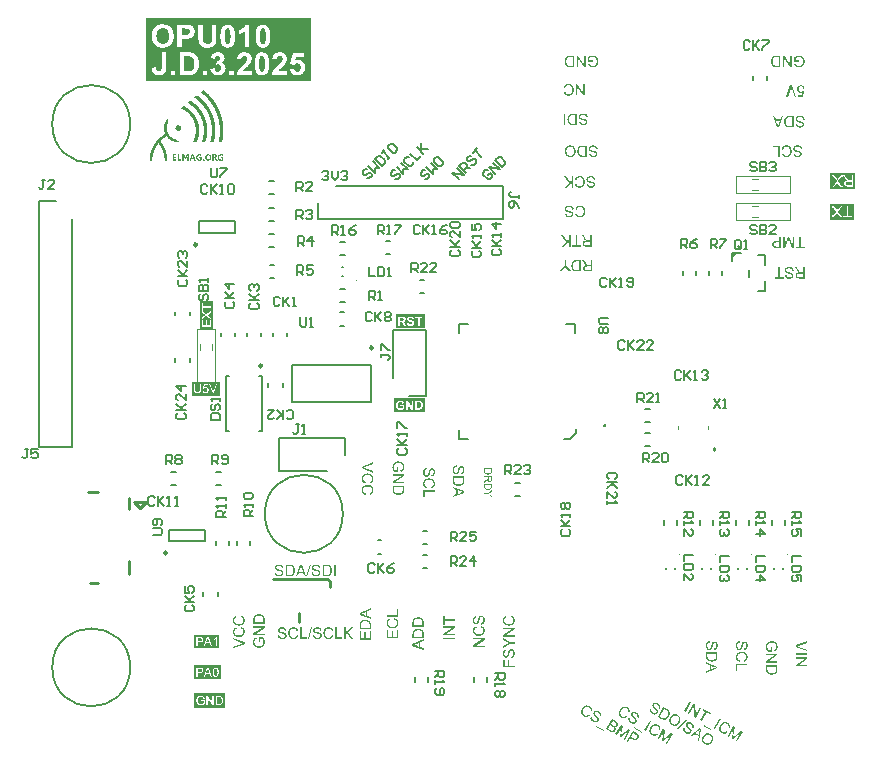
<source format=gbr>
%TF.GenerationSoftware,Altium Limited,Altium Designer,25.3.3 (18)*%
G04 Layer_Color=65535*
%FSLAX45Y45*%
%MOMM*%
%TF.SameCoordinates,566CE66E-0970-42B3-A130-ADE81A1B3EF9*%
%TF.FilePolarity,Positive*%
%TF.FileFunction,Legend,Top*%
%TF.Part,Single*%
G01*
G75*
%TA.AperFunction,NonConductor*%
%ADD49C,0.25000*%
%ADD50C,0.10000*%
%ADD51C,0.20000*%
%ADD52C,0.25400*%
%ADD53C,0.15240*%
G36*
X1348562Y5344962D02*
X1347261D01*
Y5347564D01*
X1348562D01*
Y5344962D01*
D02*
G37*
G36*
X1442239Y5289017D02*
X1446142D01*
Y5287715D01*
X1448744D01*
Y5286414D01*
X1451346D01*
Y5285113D01*
X1452647D01*
Y5283812D01*
X1453948D01*
Y5282511D01*
X1455249D01*
Y5281210D01*
X1456550D01*
Y5279909D01*
X1457851D01*
Y5278608D01*
X1459153D01*
Y5276006D01*
X1460454D01*
Y5272103D01*
X1461755D01*
Y5259092D01*
X1460454D01*
Y5255189D01*
X1459153D01*
Y5252587D01*
X1457851D01*
Y5251286D01*
X1456550D01*
Y5249985D01*
X1455249D01*
Y5248684D01*
X1453948D01*
Y5247383D01*
X1452647D01*
Y5246081D01*
X1451346D01*
Y5244780D01*
X1448744D01*
Y5243479D01*
X1446142D01*
Y5242178D01*
X1442239D01*
Y5240877D01*
X1433131D01*
Y5242178D01*
X1427927D01*
Y5243479D01*
X1425325D01*
Y5244780D01*
X1422723D01*
Y5246081D01*
X1421422D01*
Y5247383D01*
X1420121D01*
Y5248684D01*
X1418820D01*
Y5249985D01*
X1417519D01*
Y5251286D01*
X1416217D01*
Y5253888D01*
X1414916D01*
Y5256490D01*
X1413615D01*
Y5261694D01*
X1412314D01*
Y5269501D01*
X1413615D01*
Y5274705D01*
X1414916D01*
Y5277307D01*
X1416217D01*
Y5279909D01*
X1417519D01*
Y5281210D01*
X1418820D01*
Y5282511D01*
X1420121D01*
Y5283812D01*
X1421422D01*
Y5285113D01*
X1422723D01*
Y5286414D01*
X1425325D01*
Y5287715D01*
X1427927D01*
Y5289017D01*
X1431830D01*
Y5290318D01*
X1442239D01*
Y5289017D01*
D02*
G37*
G36*
X1651709Y5585658D02*
X1654311D01*
Y5584357D01*
X1655612D01*
Y5583056D01*
X1656913D01*
Y5581755D01*
X1658214D01*
Y5580454D01*
X1660817D01*
Y5579153D01*
X1662118D01*
Y5577852D01*
X1663419D01*
Y5576550D01*
X1664720D01*
Y5575249D01*
X1666021D01*
Y5573948D01*
X1667322D01*
Y5572647D01*
X1669924D01*
Y5571346D01*
X1671225D01*
Y5570045D01*
X1672526D01*
Y5568744D01*
X1673827D01*
Y5567443D01*
X1675128D01*
Y5566142D01*
X1676429D01*
Y5564841D01*
X1677730D01*
Y5563540D01*
X1679031D01*
Y5562239D01*
X1680332D01*
Y5560938D01*
X1681633D01*
Y5559637D01*
X1682935D01*
Y5558336D01*
X1685537D01*
Y5557035D01*
X1686838D01*
Y5555734D01*
X1688139D01*
Y5554433D01*
X1689440D01*
Y5553131D01*
X1690741D01*
Y5551830D01*
X1692042D01*
Y5550529D01*
X1693343D01*
Y5549228D01*
X1694644D01*
Y5547927D01*
X1695945D01*
Y5546626D01*
X1697246D01*
Y5545325D01*
X1698547D01*
Y5544024D01*
X1699848D01*
Y5541422D01*
X1701150D01*
Y5540121D01*
X1702450D01*
Y5538820D01*
X1703751D01*
Y5537519D01*
X1705052D01*
Y5536218D01*
X1706354D01*
Y5534917D01*
X1707655D01*
Y5533616D01*
X1708956D01*
Y5532315D01*
X1710257D01*
Y5531014D01*
X1711558D01*
Y5528411D01*
X1712859D01*
Y5527110D01*
X1714160D01*
Y5525809D01*
X1715461D01*
Y5524508D01*
X1716762D01*
Y5523207D01*
X1718063D01*
Y5521906D01*
X1719364D01*
Y5519304D01*
X1720665D01*
Y5518003D01*
X1721966D01*
Y5516702D01*
X1723267D01*
Y5515401D01*
X1724569D01*
Y5514100D01*
X1725870D01*
Y5511498D01*
X1727171D01*
Y5510196D01*
X1728472D01*
Y5508896D01*
X1729773D01*
Y5506293D01*
X1731074D01*
Y5504992D01*
X1732375D01*
Y5503691D01*
X1733676D01*
Y5501089D01*
X1734977D01*
Y5499788D01*
X1736278D01*
Y5497186D01*
X1737579D01*
Y5495885D01*
X1738880D01*
Y5494584D01*
X1740181D01*
Y5491982D01*
X1741482D01*
Y5490681D01*
X1742783D01*
Y5488078D01*
X1744084D01*
Y5486777D01*
X1745385D01*
Y5484175D01*
X1746686D01*
Y5482874D01*
X1747988D01*
Y5480272D01*
X1749289D01*
Y5478971D01*
X1750590D01*
Y5476369D01*
X1751891D01*
Y5475068D01*
X1753192D01*
Y5472466D01*
X1754493D01*
Y5469864D01*
X1755794D01*
Y5468563D01*
X1757095D01*
Y5465961D01*
X1758396D01*
Y5463358D01*
X1759697D01*
Y5462057D01*
X1760998D01*
Y5459455D01*
X1762299D01*
Y5456853D01*
X1763600D01*
Y5454251D01*
X1764901D01*
Y5452950D01*
X1766202D01*
Y5450348D01*
X1767503D01*
Y5447746D01*
X1768804D01*
Y5445144D01*
X1770105D01*
Y5442542D01*
X1771407D01*
Y5439939D01*
X1772708D01*
Y5437337D01*
X1774009D01*
Y5434735D01*
X1775310D01*
Y5432133D01*
X1776611D01*
Y5429531D01*
X1777912D01*
Y5426929D01*
X1779213D01*
Y5424327D01*
X1780514D01*
Y5420423D01*
X1781815D01*
Y5417821D01*
X1783116D01*
Y5415219D01*
X1784417D01*
Y5411316D01*
X1785718D01*
Y5408714D01*
X1787019D01*
Y5404811D01*
X1788320D01*
Y5402209D01*
X1789622D01*
Y5398305D01*
X1790923D01*
Y5395703D01*
X1792223D01*
Y5391800D01*
X1793525D01*
Y5387897D01*
X1794826D01*
Y5383994D01*
X1796127D01*
Y5380091D01*
X1797428D01*
Y5376187D01*
X1798729D01*
Y5372284D01*
X1800030D01*
Y5368381D01*
X1801331D01*
Y5363177D01*
X1802632D01*
Y5359274D01*
X1803933D01*
Y5354070D01*
X1805234D01*
Y5348865D01*
X1806535D01*
Y5343661D01*
X1807836D01*
Y5337156D01*
X1809137D01*
Y5331951D01*
X1810438D01*
Y5324145D01*
X1811739D01*
Y5317640D01*
X1813041D01*
Y5308532D01*
X1814342D01*
Y5299425D01*
X1815643D01*
Y5287715D01*
X1816944D01*
Y5270802D01*
X1818245D01*
Y5214856D01*
X1816944D01*
Y5200545D01*
X1815643D01*
Y5188835D01*
X1814342D01*
Y5179728D01*
X1813041D01*
Y5171921D01*
X1811739D01*
Y5165416D01*
X1810438D01*
Y5157609D01*
X1809137D01*
Y5152405D01*
X1807836D01*
Y5145900D01*
X1806535D01*
Y5144599D01*
X1777912D01*
Y5149803D01*
X1779213D01*
Y5156308D01*
X1780514D01*
Y5161513D01*
X1781815D01*
Y5168018D01*
X1783116D01*
Y5175824D01*
X1784417D01*
Y5183631D01*
X1785718D01*
Y5191437D01*
X1787019D01*
Y5203147D01*
X1788320D01*
Y5218759D01*
X1789622D01*
Y5265598D01*
X1788320D01*
Y5283812D01*
X1787019D01*
Y5295522D01*
X1785718D01*
Y5304629D01*
X1784417D01*
Y5313737D01*
X1783116D01*
Y5320242D01*
X1781815D01*
Y5326747D01*
X1780514D01*
Y5333252D01*
X1779213D01*
Y5338457D01*
X1777912D01*
Y5343661D01*
X1776611D01*
Y5348865D01*
X1775310D01*
Y5354070D01*
X1774009D01*
Y5357973D01*
X1772708D01*
Y5363177D01*
X1771407D01*
Y5367080D01*
X1770105D01*
Y5370983D01*
X1768804D01*
Y5374886D01*
X1767503D01*
Y5378790D01*
X1766202D01*
Y5382693D01*
X1764901D01*
Y5386596D01*
X1763600D01*
Y5389198D01*
X1762299D01*
Y5393101D01*
X1760998D01*
Y5395703D01*
X1759697D01*
Y5399606D01*
X1758396D01*
Y5402209D01*
X1757095D01*
Y5404811D01*
X1755794D01*
Y5408714D01*
X1754493D01*
Y5411316D01*
X1753192D01*
Y5413918D01*
X1751891D01*
Y5416520D01*
X1750590D01*
Y5419123D01*
X1749289D01*
Y5421724D01*
X1747988D01*
Y5424327D01*
X1746686D01*
Y5428230D01*
X1745385D01*
Y5430832D01*
X1744084D01*
Y5432133D01*
X1742783D01*
Y5434735D01*
X1741482D01*
Y5437337D01*
X1740181D01*
Y5439939D01*
X1738880D01*
Y5442542D01*
X1737579D01*
Y5443843D01*
X1736278D01*
Y5446445D01*
X1734977D01*
Y5449047D01*
X1733676D01*
Y5451649D01*
X1732375D01*
Y5452950D01*
X1731074D01*
Y5455552D01*
X1729773D01*
Y5456853D01*
X1728472D01*
Y5459455D01*
X1727171D01*
Y5462057D01*
X1725870D01*
Y5463358D01*
X1724569D01*
Y5465961D01*
X1723267D01*
Y5467262D01*
X1721966D01*
Y5469864D01*
X1720665D01*
Y5471165D01*
X1719364D01*
Y5473767D01*
X1718063D01*
Y5475068D01*
X1716762D01*
Y5477670D01*
X1715461D01*
Y5478971D01*
X1714160D01*
Y5481573D01*
X1712859D01*
Y5482874D01*
X1711558D01*
Y5484175D01*
X1710257D01*
Y5486777D01*
X1708956D01*
Y5488078D01*
X1707655D01*
Y5489380D01*
X1706354D01*
Y5490681D01*
X1705052D01*
Y5493283D01*
X1703751D01*
Y5494584D01*
X1702450D01*
Y5495885D01*
X1701150D01*
Y5498487D01*
X1699848D01*
Y5499788D01*
X1698547D01*
Y5501089D01*
X1697246D01*
Y5502390D01*
X1695945D01*
Y5504992D01*
X1694644D01*
Y5506293D01*
X1693343D01*
Y5507595D01*
X1692042D01*
Y5508896D01*
X1690741D01*
Y5510196D01*
X1689440D01*
Y5511498D01*
X1688139D01*
Y5514100D01*
X1686838D01*
Y5515401D01*
X1685537D01*
Y5516702D01*
X1684236D01*
Y5518003D01*
X1682935D01*
Y5519304D01*
X1681633D01*
Y5520605D01*
X1680332D01*
Y5521906D01*
X1679031D01*
Y5523207D01*
X1677730D01*
Y5524508D01*
X1676429D01*
Y5525809D01*
X1675128D01*
Y5527110D01*
X1673827D01*
Y5528411D01*
X1672526D01*
Y5529712D01*
X1671225D01*
Y5531014D01*
X1669924D01*
Y5532315D01*
X1668623D01*
Y5533616D01*
X1667322D01*
Y5534917D01*
X1666021D01*
Y5536218D01*
X1664720D01*
Y5537519D01*
X1663419D01*
Y5538820D01*
X1662118D01*
Y5540121D01*
X1660817D01*
Y5541422D01*
X1659516D01*
Y5542723D01*
X1658214D01*
Y5544024D01*
X1656913D01*
Y5545325D01*
X1655612D01*
Y5546626D01*
X1654311D01*
Y5547927D01*
X1653010D01*
Y5549228D01*
X1650408D01*
Y5550529D01*
X1649107D01*
Y5551830D01*
X1647806D01*
Y5553131D01*
X1646505D01*
Y5554433D01*
X1645204D01*
Y5555734D01*
X1642602D01*
Y5557035D01*
X1641301D01*
Y5558336D01*
X1640000D01*
Y5559637D01*
X1638699D01*
Y5560938D01*
X1636097D01*
Y5562239D01*
X1634795D01*
Y5563540D01*
X1633494D01*
Y5564841D01*
X1632193D01*
Y5566142D01*
X1629591D01*
Y5567443D01*
X1628290D01*
Y5570045D01*
X1629591D01*
Y5571346D01*
X1632193D01*
Y5572647D01*
X1633494D01*
Y5573948D01*
X1634795D01*
Y5575249D01*
X1636097D01*
Y5576550D01*
X1638699D01*
Y5577852D01*
X1640000D01*
Y5579153D01*
X1641301D01*
Y5580454D01*
X1642602D01*
Y5581755D01*
X1645204D01*
Y5583056D01*
X1646505D01*
Y5584357D01*
X1647806D01*
Y5585658D01*
X1649107D01*
Y5586959D01*
X1651709D01*
Y5585658D01*
D02*
G37*
G36*
X1598366Y5541422D02*
X1599667D01*
Y5540121D01*
X1600968D01*
Y5538820D01*
X1603570D01*
Y5537519D01*
X1604871D01*
Y5536218D01*
X1606172D01*
Y5534917D01*
X1608774D01*
Y5533616D01*
X1610075D01*
Y5532315D01*
X1611376D01*
Y5531014D01*
X1612677D01*
Y5529712D01*
X1615279D01*
Y5528411D01*
X1616580D01*
Y5527110D01*
X1617882D01*
Y5525809D01*
X1619183D01*
Y5524508D01*
X1620484D01*
Y5523207D01*
X1623086D01*
Y5521906D01*
X1624387D01*
Y5520605D01*
X1625688D01*
Y5519304D01*
X1626989D01*
Y5518003D01*
X1628290D01*
Y5516702D01*
X1629591D01*
Y5515401D01*
X1632193D01*
Y5514100D01*
X1633494D01*
Y5512799D01*
X1634795D01*
Y5511498D01*
X1636097D01*
Y5510196D01*
X1637398D01*
Y5508896D01*
X1638699D01*
Y5507595D01*
X1640000D01*
Y5506293D01*
X1641301D01*
Y5504992D01*
X1642602D01*
Y5503691D01*
X1643903D01*
Y5502390D01*
X1645204D01*
Y5501089D01*
X1646505D01*
Y5499788D01*
X1647806D01*
Y5498487D01*
X1649107D01*
Y5497186D01*
X1650408D01*
Y5495885D01*
X1651709D01*
Y5494584D01*
X1653010D01*
Y5491982D01*
X1654311D01*
Y5490681D01*
X1655612D01*
Y5489380D01*
X1656913D01*
Y5488078D01*
X1658214D01*
Y5486777D01*
X1659516D01*
Y5485476D01*
X1660817D01*
Y5484175D01*
X1662118D01*
Y5482874D01*
X1663419D01*
Y5480272D01*
X1664720D01*
Y5478971D01*
X1666021D01*
Y5477670D01*
X1667322D01*
Y5476369D01*
X1668623D01*
Y5475068D01*
X1669924D01*
Y5472466D01*
X1671225D01*
Y5471165D01*
X1672526D01*
Y5469864D01*
X1673827D01*
Y5468563D01*
X1675128D01*
Y5465961D01*
X1676429D01*
Y5464659D01*
X1677730D01*
Y5463358D01*
X1679031D01*
Y5460756D01*
X1680332D01*
Y5459455D01*
X1681633D01*
Y5456853D01*
X1682935D01*
Y5455552D01*
X1684236D01*
Y5454251D01*
X1685537D01*
Y5451649D01*
X1686838D01*
Y5450348D01*
X1688139D01*
Y5447746D01*
X1689440D01*
Y5446445D01*
X1690741D01*
Y5443843D01*
X1692042D01*
Y5442542D01*
X1693343D01*
Y5439939D01*
X1694644D01*
Y5437337D01*
X1695945D01*
Y5436036D01*
X1697246D01*
Y5433434D01*
X1698547D01*
Y5432133D01*
X1699848D01*
Y5429531D01*
X1701150D01*
Y5426929D01*
X1702450D01*
Y5425628D01*
X1703751D01*
Y5423025D01*
X1705052D01*
Y5420423D01*
X1706354D01*
Y5417821D01*
X1707655D01*
Y5415219D01*
X1708956D01*
Y5412617D01*
X1710257D01*
Y5410015D01*
X1711558D01*
Y5407413D01*
X1712859D01*
Y5404811D01*
X1714160D01*
Y5402209D01*
X1715461D01*
Y5399606D01*
X1716762D01*
Y5397004D01*
X1718063D01*
Y5394402D01*
X1719364D01*
Y5390499D01*
X1720665D01*
Y5387897D01*
X1721966D01*
Y5385295D01*
X1723267D01*
Y5381392D01*
X1724569D01*
Y5378790D01*
X1725870D01*
Y5374886D01*
X1727171D01*
Y5370983D01*
X1728472D01*
Y5368381D01*
X1729773D01*
Y5364478D01*
X1731074D01*
Y5360575D01*
X1732375D01*
Y5356672D01*
X1733676D01*
Y5352768D01*
X1734977D01*
Y5347564D01*
X1736278D01*
Y5343661D01*
X1737579D01*
Y5338457D01*
X1738880D01*
Y5333252D01*
X1740181D01*
Y5328048D01*
X1741482D01*
Y5322844D01*
X1742783D01*
Y5316339D01*
X1744084D01*
Y5309833D01*
X1745385D01*
Y5302027D01*
X1746686D01*
Y5291619D01*
X1747988D01*
Y5281210D01*
X1749289D01*
Y5261694D01*
X1750590D01*
Y5222662D01*
X1749289D01*
Y5207050D01*
X1747988D01*
Y5196641D01*
X1746686D01*
Y5187534D01*
X1745385D01*
Y5179728D01*
X1744084D01*
Y5173222D01*
X1742783D01*
Y5166717D01*
X1741482D01*
Y5161513D01*
X1740181D01*
Y5155007D01*
X1738880D01*
Y5151104D01*
X1737579D01*
Y5145900D01*
X1736278D01*
Y5144599D01*
X1707655D01*
Y5151104D01*
X1708956D01*
Y5155007D01*
X1710257D01*
Y5160212D01*
X1711558D01*
Y5165416D01*
X1712859D01*
Y5170620D01*
X1714160D01*
Y5177126D01*
X1715461D01*
Y5183631D01*
X1716762D01*
Y5190136D01*
X1718063D01*
Y5199243D01*
X1719364D01*
Y5210953D01*
X1720665D01*
Y5226566D01*
X1721966D01*
Y5257791D01*
X1720665D01*
Y5277307D01*
X1719364D01*
Y5289017D01*
X1718063D01*
Y5298124D01*
X1716762D01*
Y5305930D01*
X1715461D01*
Y5312436D01*
X1714160D01*
Y5318941D01*
X1712859D01*
Y5324145D01*
X1711558D01*
Y5329349D01*
X1710257D01*
Y5334553D01*
X1708956D01*
Y5338457D01*
X1707655D01*
Y5343661D01*
X1706354D01*
Y5347564D01*
X1705052D01*
Y5351467D01*
X1703751D01*
Y5355371D01*
X1702450D01*
Y5359274D01*
X1701150D01*
Y5361876D01*
X1699848D01*
Y5365779D01*
X1698547D01*
Y5369682D01*
X1697246D01*
Y5372284D01*
X1695945D01*
Y5374886D01*
X1694644D01*
Y5378790D01*
X1693343D01*
Y5381392D01*
X1692042D01*
Y5383994D01*
X1690741D01*
Y5386596D01*
X1689440D01*
Y5389198D01*
X1688139D01*
Y5393101D01*
X1686838D01*
Y5395703D01*
X1685537D01*
Y5398305D01*
X1684236D01*
Y5399606D01*
X1682935D01*
Y5402209D01*
X1681633D01*
Y5404811D01*
X1680332D01*
Y5407413D01*
X1679031D01*
Y5410015D01*
X1677730D01*
Y5412617D01*
X1676429D01*
Y5415219D01*
X1675128D01*
Y5416520D01*
X1673827D01*
Y5419123D01*
X1672526D01*
Y5420423D01*
X1671225D01*
Y5423025D01*
X1669924D01*
Y5425628D01*
X1668623D01*
Y5426929D01*
X1667322D01*
Y5429531D01*
X1666021D01*
Y5430832D01*
X1664720D01*
Y5433434D01*
X1663419D01*
Y5434735D01*
X1662118D01*
Y5437337D01*
X1660817D01*
Y5438638D01*
X1659516D01*
Y5439939D01*
X1658214D01*
Y5442542D01*
X1656913D01*
Y5443843D01*
X1655612D01*
Y5446445D01*
X1654311D01*
Y5447746D01*
X1653010D01*
Y5449047D01*
X1651709D01*
Y5451649D01*
X1650408D01*
Y5452950D01*
X1649107D01*
Y5454251D01*
X1647806D01*
Y5455552D01*
X1646505D01*
Y5458154D01*
X1645204D01*
Y5459455D01*
X1643903D01*
Y5460756D01*
X1642602D01*
Y5462057D01*
X1641301D01*
Y5463358D01*
X1640000D01*
Y5464659D01*
X1638699D01*
Y5467262D01*
X1637398D01*
Y5468563D01*
X1636097D01*
Y5469864D01*
X1634795D01*
Y5471165D01*
X1633494D01*
Y5472466D01*
X1632193D01*
Y5473767D01*
X1630892D01*
Y5475068D01*
X1629591D01*
Y5476369D01*
X1628290D01*
Y5477670D01*
X1626989D01*
Y5478971D01*
X1625688D01*
Y5480272D01*
X1624387D01*
Y5481573D01*
X1623086D01*
Y5482874D01*
X1621785D01*
Y5484175D01*
X1620484D01*
Y5485476D01*
X1619183D01*
Y5486777D01*
X1617882D01*
Y5488078D01*
X1616580D01*
Y5489380D01*
X1615279D01*
Y5490681D01*
X1613978D01*
Y5491982D01*
X1612677D01*
Y5493283D01*
X1611376D01*
Y5494584D01*
X1610075D01*
Y5495885D01*
X1608774D01*
Y5497186D01*
X1607473D01*
Y5498487D01*
X1604871D01*
Y5499788D01*
X1603570D01*
Y5501089D01*
X1602269D01*
Y5502390D01*
X1600968D01*
Y5503691D01*
X1599667D01*
Y5504992D01*
X1598366D01*
Y5506293D01*
X1595764D01*
Y5507595D01*
X1594463D01*
Y5508896D01*
X1593161D01*
Y5510196D01*
X1591860D01*
Y5511498D01*
X1589258D01*
Y5512799D01*
X1587957D01*
Y5514100D01*
X1586656D01*
Y5515401D01*
X1584054D01*
Y5516702D01*
X1582753D01*
Y5518003D01*
X1581452D01*
Y5519304D01*
X1578850D01*
Y5520605D01*
X1577549D01*
Y5521906D01*
X1574947D01*
Y5523207D01*
X1573646D01*
Y5524508D01*
X1572345D01*
Y5525809D01*
X1573646D01*
Y5527110D01*
X1576248D01*
Y5528411D01*
X1577549D01*
Y5529712D01*
X1578850D01*
Y5531014D01*
X1580151D01*
Y5532315D01*
X1582753D01*
Y5533616D01*
X1584054D01*
Y5534917D01*
X1585355D01*
Y5536218D01*
X1586656D01*
Y5537519D01*
X1589258D01*
Y5538820D01*
X1590559D01*
Y5540121D01*
X1591860D01*
Y5541422D01*
X1593161D01*
Y5542723D01*
X1598366D01*
Y5541422D01*
D02*
G37*
G36*
X1542420Y5497186D02*
X1543721D01*
Y5495885D01*
X1546323D01*
Y5494584D01*
X1547625D01*
Y5493283D01*
X1550227D01*
Y5491982D01*
X1551528D01*
Y5490681D01*
X1554130D01*
Y5489380D01*
X1555431D01*
Y5488078D01*
X1556732D01*
Y5486777D01*
X1559334D01*
Y5485476D01*
X1560635D01*
Y5484175D01*
X1561936D01*
Y5482874D01*
X1564538D01*
Y5481573D01*
X1565839D01*
Y5480272D01*
X1567140D01*
Y5478971D01*
X1569742D01*
Y5477670D01*
X1571044D01*
Y5476369D01*
X1572345D01*
Y5475068D01*
X1573646D01*
Y5473767D01*
X1576248D01*
Y5472466D01*
X1577549D01*
Y5471165D01*
X1578850D01*
Y5469864D01*
X1580151D01*
Y5468563D01*
X1581452D01*
Y5467262D01*
X1582753D01*
Y5465961D01*
X1584054D01*
Y5464659D01*
X1586656D01*
Y5463358D01*
X1587957D01*
Y5462057D01*
X1589258D01*
Y5460756D01*
X1590559D01*
Y5459455D01*
X1591860D01*
Y5458154D01*
X1593161D01*
Y5456853D01*
X1594463D01*
Y5455552D01*
X1595764D01*
Y5454251D01*
X1597065D01*
Y5452950D01*
X1598366D01*
Y5451649D01*
X1599667D01*
Y5450348D01*
X1600968D01*
Y5449047D01*
X1602269D01*
Y5447746D01*
X1603570D01*
Y5445144D01*
X1604871D01*
Y5443843D01*
X1606172D01*
Y5442542D01*
X1607473D01*
Y5441240D01*
X1608774D01*
Y5439939D01*
X1610075D01*
Y5438638D01*
X1611376D01*
Y5437337D01*
X1612677D01*
Y5436036D01*
X1613978D01*
Y5433434D01*
X1615279D01*
Y5432133D01*
X1616580D01*
Y5430832D01*
X1617882D01*
Y5429531D01*
X1619183D01*
Y5426929D01*
X1620484D01*
Y5425628D01*
X1621785D01*
Y5424327D01*
X1623086D01*
Y5421724D01*
X1624387D01*
Y5420423D01*
X1625688D01*
Y5419123D01*
X1626989D01*
Y5416520D01*
X1628290D01*
Y5415219D01*
X1629591D01*
Y5412617D01*
X1630892D01*
Y5411316D01*
X1632193D01*
Y5408714D01*
X1633494D01*
Y5407413D01*
X1634795D01*
Y5404811D01*
X1636097D01*
Y5403510D01*
X1637398D01*
Y5400908D01*
X1638699D01*
Y5399606D01*
X1640000D01*
Y5397004D01*
X1641301D01*
Y5394402D01*
X1642602D01*
Y5393101D01*
X1643903D01*
Y5390499D01*
X1645204D01*
Y5387897D01*
X1646505D01*
Y5385295D01*
X1647806D01*
Y5382693D01*
X1649107D01*
Y5380091D01*
X1650408D01*
Y5377489D01*
X1651709D01*
Y5374886D01*
X1653010D01*
Y5372284D01*
X1654311D01*
Y5369682D01*
X1655612D01*
Y5367080D01*
X1656913D01*
Y5363177D01*
X1658214D01*
Y5360575D01*
X1659516D01*
Y5357973D01*
X1660817D01*
Y5354070D01*
X1662118D01*
Y5351467D01*
X1663419D01*
Y5347564D01*
X1664720D01*
Y5343661D01*
X1666021D01*
Y5341059D01*
X1667322D01*
Y5337156D01*
X1668623D01*
Y5331951D01*
X1669924D01*
Y5328048D01*
X1671225D01*
Y5322844D01*
X1672526D01*
Y5317640D01*
X1673827D01*
Y5312436D01*
X1675128D01*
Y5307231D01*
X1676429D01*
Y5300726D01*
X1677730D01*
Y5292920D01*
X1679031D01*
Y5285113D01*
X1680332D01*
Y5273404D01*
X1681633D01*
Y5252587D01*
X1682935D01*
Y5230469D01*
X1681633D01*
Y5214856D01*
X1680332D01*
Y5203147D01*
X1679031D01*
Y5195340D01*
X1677730D01*
Y5187534D01*
X1676429D01*
Y5181029D01*
X1675128D01*
Y5175824D01*
X1673827D01*
Y5170620D01*
X1672526D01*
Y5165416D01*
X1671225D01*
Y5161513D01*
X1669924D01*
Y5157609D01*
X1668623D01*
Y5152405D01*
X1667322D01*
Y5148502D01*
X1666021D01*
Y5145900D01*
X1664720D01*
Y5144599D01*
X1636097D01*
Y5145900D01*
X1634795D01*
Y5147201D01*
X1636097D01*
Y5151104D01*
X1637398D01*
Y5155007D01*
X1638699D01*
Y5157609D01*
X1640000D01*
Y5162814D01*
X1641301D01*
Y5166717D01*
X1642602D01*
Y5170620D01*
X1643903D01*
Y5175824D01*
X1645204D01*
Y5178427D01*
Y5179728D01*
X1646505D01*
Y5186233D01*
X1647806D01*
Y5191437D01*
X1649107D01*
Y5199243D01*
X1650408D01*
Y5207050D01*
X1651709D01*
Y5217458D01*
X1653010D01*
Y5236974D01*
X1654311D01*
Y5248684D01*
X1653010D01*
Y5269501D01*
X1651709D01*
Y5282511D01*
X1650408D01*
Y5290318D01*
X1649107D01*
Y5296823D01*
X1647806D01*
Y5303328D01*
X1646505D01*
Y5309833D01*
X1645204D01*
Y5313737D01*
X1643903D01*
Y5318941D01*
X1642602D01*
Y5324145D01*
X1641301D01*
Y5328048D01*
X1640000D01*
Y5331951D01*
X1638699D01*
Y5335855D01*
X1637398D01*
Y5338457D01*
X1636097D01*
Y5342360D01*
X1634795D01*
Y5346263D01*
X1633494D01*
Y5348865D01*
X1632193D01*
Y5351467D01*
X1630892D01*
Y5355371D01*
X1629591D01*
Y5357973D01*
X1628290D01*
Y5360575D01*
X1626989D01*
Y5363177D01*
X1625688D01*
Y5365779D01*
X1624387D01*
Y5368381D01*
X1623086D01*
Y5370983D01*
X1621785D01*
Y5373585D01*
X1620484D01*
Y5376187D01*
X1619183D01*
Y5377489D01*
X1617882D01*
Y5380091D01*
X1616580D01*
Y5382693D01*
X1615279D01*
Y5383994D01*
X1613978D01*
Y5386596D01*
X1612677D01*
Y5389198D01*
X1611376D01*
Y5390499D01*
X1610075D01*
Y5393101D01*
X1608774D01*
Y5394402D01*
X1607473D01*
Y5397004D01*
X1606172D01*
Y5398305D01*
X1604871D01*
Y5400908D01*
X1603570D01*
Y5402209D01*
X1602269D01*
Y5403510D01*
X1600968D01*
Y5406112D01*
X1599667D01*
Y5407413D01*
X1598366D01*
Y5408714D01*
X1597065D01*
Y5411316D01*
X1595764D01*
Y5412617D01*
X1594463D01*
Y5413918D01*
X1593161D01*
Y5415219D01*
X1591860D01*
Y5417821D01*
X1590559D01*
Y5419123D01*
X1589258D01*
Y5420423D01*
X1587957D01*
Y5421724D01*
X1586656D01*
Y5423025D01*
X1585355D01*
Y5424327D01*
X1584054D01*
Y5426929D01*
X1582753D01*
Y5428230D01*
X1581452D01*
Y5429531D01*
X1580151D01*
Y5430832D01*
X1578850D01*
Y5432133D01*
X1577549D01*
Y5433434D01*
X1576248D01*
Y5434735D01*
X1574947D01*
Y5436036D01*
X1573646D01*
Y5437337D01*
X1572345D01*
Y5438638D01*
X1571044D01*
Y5439939D01*
X1569742D01*
Y5441240D01*
X1568441D01*
Y5442542D01*
X1565839D01*
Y5443843D01*
X1564538D01*
Y5445144D01*
X1563237D01*
Y5446445D01*
X1561936D01*
Y5447746D01*
X1560635D01*
Y5449047D01*
X1559334D01*
Y5450348D01*
X1558033D01*
Y5451649D01*
X1555431D01*
Y5452950D01*
X1554130D01*
Y5454251D01*
X1552829D01*
Y5455552D01*
X1551528D01*
Y5456853D01*
X1548926D01*
Y5458154D01*
X1547625D01*
Y5459455D01*
X1546323D01*
Y5460756D01*
X1545022D01*
Y5462057D01*
X1542420D01*
Y5463358D01*
X1541119D01*
Y5464659D01*
X1539818D01*
Y5465961D01*
X1537216D01*
Y5467262D01*
X1535915D01*
Y5468563D01*
X1533313D01*
Y5469864D01*
X1532012D01*
Y5471165D01*
X1529410D01*
Y5472466D01*
X1526807D01*
Y5473767D01*
X1525506D01*
Y5475068D01*
X1522904D01*
Y5476369D01*
X1520302D01*
Y5477670D01*
X1519001D01*
Y5478971D01*
X1516399D01*
Y5481573D01*
X1517700D01*
Y5482874D01*
X1519001D01*
Y5484175D01*
X1521603D01*
Y5485476D01*
X1522904D01*
Y5486777D01*
X1524205D01*
Y5488078D01*
X1526807D01*
Y5489380D01*
X1528108D01*
Y5490681D01*
X1529410D01*
Y5491982D01*
X1530711D01*
Y5493283D01*
X1533313D01*
Y5494584D01*
X1534614D01*
Y5495885D01*
X1535915D01*
Y5497186D01*
X1538517D01*
Y5498487D01*
X1542420D01*
Y5497186D01*
D02*
G37*
G36*
X1483873Y5451649D02*
X1486475D01*
Y5450348D01*
X1489077D01*
Y5449047D01*
X1491679D01*
Y5447746D01*
X1494281D01*
Y5446445D01*
X1495582D01*
Y5445144D01*
X1498184D01*
Y5443843D01*
X1500786D01*
Y5442542D01*
X1503388D01*
Y5441240D01*
X1504689D01*
Y5439939D01*
X1507292D01*
Y5438638D01*
X1509894D01*
Y5437337D01*
X1511195D01*
Y5436036D01*
X1513797D01*
Y5434735D01*
X1515098D01*
Y5433434D01*
X1516399D01*
Y5432133D01*
X1519001D01*
Y5430832D01*
X1520302D01*
Y5429531D01*
X1521603D01*
Y5428230D01*
X1524205D01*
Y5426929D01*
X1525506D01*
Y5425628D01*
X1526807D01*
Y5424327D01*
X1529410D01*
Y5423025D01*
X1530711D01*
Y5421724D01*
X1532012D01*
Y5420423D01*
X1533313D01*
Y5419123D01*
X1534614D01*
Y5417821D01*
X1537216D01*
Y5416520D01*
X1538517D01*
Y5415219D01*
X1539818D01*
Y5413918D01*
X1541119D01*
Y5412617D01*
X1542420D01*
Y5411316D01*
X1543721D01*
Y5410015D01*
X1545022D01*
Y5408714D01*
X1546323D01*
Y5407413D01*
X1547625D01*
Y5406112D01*
X1548926D01*
Y5404811D01*
X1550227D01*
Y5403510D01*
X1551528D01*
Y5402209D01*
X1552829D01*
Y5400908D01*
X1554130D01*
Y5399606D01*
X1555431D01*
Y5398305D01*
X1556732D01*
Y5395703D01*
X1558033D01*
Y5394402D01*
X1559334D01*
Y5393101D01*
X1560635D01*
Y5391800D01*
X1561936D01*
Y5390499D01*
X1563237D01*
Y5387897D01*
X1564538D01*
Y5386596D01*
X1565839D01*
Y5385295D01*
X1567140D01*
Y5383994D01*
X1568441D01*
Y5381392D01*
X1569742D01*
Y5380091D01*
X1571044D01*
Y5378790D01*
X1572345D01*
Y5376187D01*
X1573646D01*
Y5374886D01*
X1574947D01*
Y5372284D01*
X1576248D01*
Y5370983D01*
X1577549D01*
Y5368381D01*
X1578850D01*
Y5367080D01*
X1580151D01*
Y5364478D01*
X1581452D01*
Y5361876D01*
X1582753D01*
Y5360575D01*
X1584054D01*
Y5357973D01*
X1585355D01*
Y5355371D01*
X1586656D01*
Y5352768D01*
X1587957D01*
Y5350166D01*
X1589258D01*
Y5347564D01*
X1590559D01*
Y5344962D01*
X1591860D01*
Y5342360D01*
X1593161D01*
Y5339758D01*
X1594463D01*
Y5337156D01*
X1595764D01*
Y5334553D01*
X1597065D01*
Y5330651D01*
X1598366D01*
Y5328048D01*
X1599667D01*
Y5324145D01*
X1600968D01*
Y5320242D01*
X1602269D01*
Y5316339D01*
X1603570D01*
Y5312436D01*
X1604871D01*
Y5308532D01*
X1606172D01*
Y5303328D01*
X1607473D01*
Y5298124D01*
X1608774D01*
Y5291619D01*
X1610075D01*
Y5285113D01*
X1611376D01*
Y5277307D01*
X1612677D01*
Y5265598D01*
X1613978D01*
Y5221361D01*
X1612677D01*
Y5210953D01*
X1611376D01*
Y5203147D01*
X1610075D01*
Y5196641D01*
X1608774D01*
Y5191437D01*
X1607473D01*
Y5186233D01*
X1606172D01*
Y5181029D01*
X1604871D01*
Y5177126D01*
X1603570D01*
Y5173222D01*
X1602269D01*
Y5169319D01*
X1600968D01*
Y5165416D01*
X1599667D01*
Y5161513D01*
X1598366D01*
Y5158911D01*
X1597065D01*
Y5155007D01*
X1595764D01*
Y5152405D01*
X1594463D01*
Y5149803D01*
X1593161D01*
Y5147201D01*
X1591860D01*
Y5144599D01*
X1560635D01*
Y5145900D01*
X1559334D01*
Y5147201D01*
X1560635D01*
Y5148502D01*
X1561936D01*
Y5151104D01*
X1563237D01*
Y5153706D01*
X1564538D01*
Y5156308D01*
X1565839D01*
Y5158911D01*
X1567140D01*
Y5162814D01*
X1568441D01*
Y5165416D01*
X1569742D01*
Y5168018D01*
X1571044D01*
Y5171921D01*
X1572345D01*
Y5174523D01*
X1573646D01*
Y5178427D01*
X1574947D01*
Y5182330D01*
X1576248D01*
Y5186233D01*
X1577549D01*
Y5190136D01*
X1578850D01*
Y5195340D01*
X1580151D01*
Y5200545D01*
X1581452D01*
Y5207050D01*
X1582753D01*
Y5214856D01*
X1584054D01*
Y5225265D01*
X1585355D01*
Y5262995D01*
X1584054D01*
Y5274705D01*
X1582753D01*
Y5282511D01*
X1581452D01*
Y5289017D01*
X1580151D01*
Y5294221D01*
X1578850D01*
Y5299425D01*
X1577549D01*
Y5303328D01*
X1576248D01*
Y5307231D01*
X1574947D01*
Y5311134D01*
X1573646D01*
Y5315038D01*
X1572345D01*
Y5318941D01*
X1571044D01*
Y5321543D01*
X1569742D01*
Y5324145D01*
X1568441D01*
Y5328048D01*
X1567140D01*
Y5330651D01*
X1565839D01*
Y5333252D01*
X1564538D01*
Y5335855D01*
X1563237D01*
Y5338457D01*
X1561936D01*
Y5341059D01*
X1560635D01*
Y5343661D01*
X1559334D01*
Y5344962D01*
X1558033D01*
Y5347564D01*
X1556732D01*
Y5350166D01*
X1555431D01*
Y5351467D01*
X1554130D01*
Y5354070D01*
X1552829D01*
Y5355371D01*
X1551528D01*
Y5357973D01*
X1550227D01*
Y5359274D01*
X1548926D01*
Y5361876D01*
X1547625D01*
Y5363177D01*
X1546323D01*
Y5365779D01*
X1545022D01*
Y5367080D01*
X1543721D01*
Y5368381D01*
X1542420D01*
Y5369682D01*
X1541119D01*
Y5372284D01*
X1539818D01*
Y5373585D01*
X1538517D01*
Y5374886D01*
X1537216D01*
Y5376187D01*
X1535915D01*
Y5378790D01*
X1534614D01*
Y5380091D01*
X1533313D01*
Y5381392D01*
X1532012D01*
Y5382693D01*
X1530711D01*
Y5383994D01*
X1529410D01*
Y5385295D01*
X1528108D01*
Y5386596D01*
X1526807D01*
Y5387897D01*
X1525506D01*
Y5389198D01*
X1524205D01*
Y5390499D01*
X1522904D01*
Y5391800D01*
X1521603D01*
Y5393101D01*
X1520302D01*
Y5394402D01*
X1519001D01*
Y5395703D01*
X1516399D01*
Y5397004D01*
X1515098D01*
Y5398305D01*
X1513797D01*
Y5399606D01*
X1512496D01*
Y5400908D01*
X1511195D01*
Y5402209D01*
X1508593D01*
Y5403510D01*
X1507292D01*
Y5404811D01*
X1505991D01*
Y5406112D01*
X1503388D01*
Y5407413D01*
X1502087D01*
Y5408714D01*
X1500786D01*
Y5410015D01*
X1498184D01*
Y5411316D01*
X1496883D01*
Y5412617D01*
X1494281D01*
Y5413918D01*
X1492980D01*
Y5415219D01*
X1490378D01*
Y5416520D01*
X1489077D01*
Y5417821D01*
X1486475D01*
Y5419123D01*
X1483873D01*
Y5420423D01*
X1481270D01*
Y5421724D01*
X1478668D01*
Y5423025D01*
X1477367D01*
Y5424327D01*
X1474765D01*
Y5425628D01*
X1472163D01*
Y5426929D01*
X1469561D01*
Y5428230D01*
X1465658D01*
Y5429531D01*
X1463055D01*
Y5430832D01*
X1460454D01*
Y5432133D01*
X1456550D01*
Y5433434D01*
X1457851D01*
Y5434735D01*
X1459153D01*
Y5436036D01*
X1460454D01*
Y5437337D01*
X1461755D01*
Y5438638D01*
X1464357D01*
Y5439939D01*
X1465658D01*
Y5441240D01*
X1466959D01*
Y5442542D01*
X1468260D01*
Y5443843D01*
X1470862D01*
Y5445144D01*
X1472163D01*
Y5446445D01*
X1473464D01*
Y5447746D01*
X1476066D01*
Y5449047D01*
X1477367D01*
Y5450348D01*
X1478668D01*
Y5451649D01*
X1479969D01*
Y5452950D01*
X1483873D01*
Y5451649D01*
D02*
G37*
G36*
X1347261Y5335855D02*
X1345960D01*
Y5299425D01*
X1344659D01*
Y5296823D01*
X1343358D01*
Y5291619D01*
X1342057D01*
Y5286414D01*
X1340756D01*
Y5279909D01*
X1339455D01*
Y5252587D01*
X1340756D01*
Y5244780D01*
X1342057D01*
Y5239576D01*
X1343358D01*
Y5235673D01*
X1344659D01*
Y5230469D01*
X1345960D01*
Y5227867D01*
X1347261D01*
Y5225265D01*
X1348562D01*
Y5222662D01*
X1349863D01*
Y5220060D01*
X1351164D01*
Y5217458D01*
X1352466D01*
Y5214856D01*
X1353767D01*
Y5213555D01*
X1355068D01*
Y5210953D01*
X1356369D01*
Y5208351D01*
X1357670D01*
Y5207050D01*
X1358971D01*
Y5205749D01*
X1360272D01*
Y5204448D01*
X1361573D01*
Y5201846D01*
X1362874D01*
Y5200545D01*
X1364175D01*
Y5199243D01*
X1365476D01*
Y5197942D01*
X1366777D01*
Y5196641D01*
X1368078D01*
Y5195340D01*
X1369379D01*
Y5194039D01*
X1370681D01*
Y5192738D01*
X1371982D01*
Y5191437D01*
X1373282D01*
Y5190136D01*
X1375885D01*
Y5188835D01*
X1377186D01*
Y5187534D01*
X1378487D01*
Y5186233D01*
X1381089D01*
Y5184932D01*
X1382390D01*
Y5183631D01*
X1384992D01*
Y5182330D01*
X1386293D01*
Y5181029D01*
X1388895D01*
Y5179728D01*
X1391497D01*
Y5178427D01*
X1394100D01*
Y5177126D01*
X1396702D01*
Y5175824D01*
X1399304D01*
Y5174523D01*
X1403207D01*
Y5173222D01*
X1407110D01*
Y5171921D01*
X1411013D01*
Y5170620D01*
X1416217D01*
Y5169319D01*
X1420121D01*
Y5168018D01*
X1421422D01*
Y5166717D01*
X1422723D01*
Y5165416D01*
X1424024D01*
Y5164115D01*
X1426626D01*
Y5162814D01*
X1427927D01*
Y5161513D01*
X1429228D01*
Y5160212D01*
X1430529D01*
Y5158911D01*
X1433131D01*
Y5157609D01*
X1434432D01*
Y5156308D01*
X1435733D01*
Y5155007D01*
X1437034D01*
Y5153706D01*
X1439636D01*
Y5152405D01*
X1440938D01*
Y5151104D01*
X1443540D01*
Y5149803D01*
X1444841D01*
Y5148502D01*
X1447443D01*
Y5147201D01*
X1448744D01*
Y5145900D01*
X1447443D01*
Y5144599D01*
X1427927D01*
Y5145900D01*
X1417519D01*
Y5147201D01*
X1409712D01*
Y5148502D01*
X1404508D01*
Y5149803D01*
X1400605D01*
Y5151104D01*
X1396702D01*
Y5152405D01*
X1392798D01*
Y5153706D01*
X1390196D01*
Y5155007D01*
X1387594D01*
Y5156308D01*
X1383691D01*
Y5157609D01*
X1381089D01*
Y5158911D01*
X1378487D01*
Y5160212D01*
X1377186D01*
Y5161513D01*
X1374583D01*
Y5162814D01*
X1371982D01*
Y5164115D01*
X1370681D01*
Y5165416D01*
X1368078D01*
Y5166717D01*
X1366777D01*
Y5168018D01*
X1365476D01*
Y5169319D01*
X1362874D01*
Y5170620D01*
X1361573D01*
Y5171921D01*
X1360272D01*
Y5173222D01*
X1358971D01*
Y5174523D01*
X1356369D01*
Y5175824D01*
X1355068D01*
Y5177126D01*
X1353767D01*
Y5178427D01*
X1352466D01*
Y5179728D01*
X1351164D01*
Y5181029D01*
X1349863D01*
Y5182330D01*
X1348562D01*
Y5183631D01*
X1347261D01*
Y5186233D01*
X1345960D01*
Y5187534D01*
X1344659D01*
Y5188835D01*
X1343358D01*
Y5190136D01*
X1342057D01*
Y5192738D01*
X1340756D01*
Y5194039D01*
X1339455D01*
Y5195340D01*
X1335552D01*
Y5194039D01*
X1334251D01*
Y5192738D01*
X1331649D01*
Y5191437D01*
X1329047D01*
Y5190136D01*
X1327745D01*
Y5188835D01*
X1325143D01*
Y5187534D01*
X1322541D01*
Y5186233D01*
X1321240D01*
Y5184932D01*
X1319939D01*
Y5183631D01*
X1317337D01*
Y5182330D01*
X1316036D01*
Y5181029D01*
X1314735D01*
Y5179728D01*
X1312133D01*
Y5178427D01*
X1310832D01*
Y5177126D01*
X1308230D01*
Y5175824D01*
X1306929D01*
Y5174523D01*
X1305628D01*
Y5173222D01*
X1304326D01*
Y5171921D01*
X1303025D01*
Y5170620D01*
X1300423D01*
Y5169319D01*
X1299122D01*
Y5168018D01*
X1297821D01*
Y5166717D01*
X1296520D01*
Y5165416D01*
X1295219D01*
Y5164115D01*
X1293918D01*
Y5162814D01*
X1292617D01*
Y5161513D01*
X1291316D01*
Y5160212D01*
X1290015D01*
Y5158911D01*
X1288714D01*
Y5157609D01*
X1287413D01*
Y5156308D01*
X1286111D01*
Y5155007D01*
X1284810D01*
Y5153706D01*
X1286111D01*
Y5152405D01*
X1287413D01*
Y5149803D01*
X1288714D01*
Y5148502D01*
X1290015D01*
Y5147201D01*
X1291316D01*
Y5144599D01*
X1292617D01*
Y5143298D01*
X1293918D01*
Y5141997D01*
X1295219D01*
Y5140696D01*
X1296520D01*
Y5138094D01*
X1297821D01*
Y5136793D01*
X1299122D01*
Y5134190D01*
X1300423D01*
Y5132889D01*
X1301724D01*
Y5130287D01*
X1303025D01*
Y5128986D01*
X1304326D01*
Y5126384D01*
X1305628D01*
Y5123782D01*
X1306929D01*
Y5122481D01*
X1308230D01*
Y5119879D01*
X1309531D01*
Y5118578D01*
X1310832D01*
Y5115976D01*
X1312133D01*
Y5113374D01*
X1313434D01*
Y5110771D01*
X1314735D01*
Y5108169D01*
X1316036D01*
Y5105567D01*
X1317337D01*
Y5102965D01*
X1318638D01*
Y5100363D01*
X1319939D01*
Y5097761D01*
X1321240D01*
Y5095159D01*
X1322541D01*
Y5091256D01*
X1323842D01*
Y5088654D01*
X1325143D01*
Y5086051D01*
X1326444D01*
Y5082148D01*
X1327745D01*
Y5079546D01*
X1329047D01*
Y5075643D01*
X1330348D01*
Y5071740D01*
X1331649D01*
Y5067836D01*
X1332950D01*
Y5063933D01*
X1334251D01*
Y5060030D01*
X1335552D01*
Y5054826D01*
X1336853D01*
Y5049622D01*
X1338154D01*
Y5044417D01*
X1339455D01*
Y5037912D01*
X1340756D01*
Y5031407D01*
X1342057D01*
Y5022299D01*
X1343358D01*
Y5010590D01*
X1344659D01*
Y4989773D01*
X1322541D01*
Y4996278D01*
X1321240D01*
Y5013192D01*
X1319939D01*
Y5023601D01*
X1318638D01*
Y5031407D01*
X1317337D01*
Y5037912D01*
X1316036D01*
Y5043116D01*
X1314735D01*
Y5049622D01*
X1313434D01*
Y5053525D01*
X1312133D01*
Y5057428D01*
X1310832D01*
Y5061331D01*
X1309531D01*
Y5066535D01*
X1308230D01*
Y5070439D01*
X1306929D01*
Y5073041D01*
X1305628D01*
Y5076944D01*
X1304326D01*
Y5079546D01*
X1303025D01*
Y5082148D01*
X1301724D01*
Y5086051D01*
X1300423D01*
Y5088654D01*
X1299122D01*
Y5091256D01*
X1297821D01*
Y5093858D01*
X1296520D01*
Y5096460D01*
X1295219D01*
Y5099062D01*
X1293918D01*
Y5101664D01*
X1292617D01*
Y5104266D01*
X1291316D01*
Y5106868D01*
X1290015D01*
Y5108169D01*
X1288714D01*
Y5110771D01*
X1287413D01*
Y5113374D01*
X1286111D01*
Y5114675D01*
X1284810D01*
Y5117277D01*
X1283509D01*
Y5118578D01*
X1282209D01*
Y5121180D01*
X1280907D01*
Y5123782D01*
X1279606D01*
Y5125083D01*
X1278305D01*
Y5126384D01*
X1277004D01*
Y5128986D01*
X1275703D01*
Y5130287D01*
X1274402D01*
Y5131588D01*
X1273101D01*
Y5134190D01*
X1271800D01*
Y5135492D01*
X1270499D01*
Y5136793D01*
X1267897D01*
Y5135492D01*
X1266596D01*
Y5132889D01*
X1265295D01*
Y5131588D01*
X1263994D01*
Y5128986D01*
X1262692D01*
Y5127685D01*
X1261391D01*
Y5126384D01*
X1260090D01*
Y5123782D01*
X1258789D01*
Y5122481D01*
X1257488D01*
Y5121180D01*
X1256187D01*
Y5118578D01*
X1254886D01*
Y5115976D01*
X1253585D01*
Y5114675D01*
X1252284D01*
Y5112073D01*
X1250983D01*
Y5109470D01*
X1249682D01*
Y5108169D01*
X1248381D01*
Y5105567D01*
X1247080D01*
Y5104266D01*
X1245779D01*
Y5101664D01*
X1244478D01*
Y5099062D01*
X1243177D01*
Y5096460D01*
X1241876D01*
Y5093858D01*
X1240575D01*
Y5091256D01*
X1239273D01*
Y5088654D01*
X1237972D01*
Y5086051D01*
X1236671D01*
Y5082148D01*
X1235370D01*
Y5079546D01*
X1234069D01*
Y5075643D01*
X1232768D01*
Y5073041D01*
X1231467D01*
Y5069137D01*
X1230166D01*
Y5065234D01*
X1228865D01*
Y5061331D01*
X1227564D01*
Y5057428D01*
X1226263D01*
Y5053525D01*
X1224962D01*
Y5048321D01*
X1223661D01*
Y5043116D01*
X1222360D01*
Y5036611D01*
X1221059D01*
Y5031407D01*
X1219758D01*
Y5022299D01*
X1218457D01*
Y5011891D01*
X1217156D01*
Y4991074D01*
X1215854D01*
Y4989773D01*
X1193736D01*
Y5006687D01*
X1195037D01*
Y5019697D01*
X1196338D01*
Y5028805D01*
X1197639D01*
Y5035310D01*
X1198941D01*
Y5043116D01*
X1200242D01*
Y5048321D01*
X1201543D01*
Y5053525D01*
X1202844D01*
Y5058729D01*
X1204145D01*
Y5062632D01*
X1205446D01*
Y5066535D01*
X1206747D01*
Y5070439D01*
X1208048D01*
Y5074342D01*
X1209349D01*
Y5078245D01*
X1210650D01*
Y5082148D01*
X1211951D01*
Y5084750D01*
X1213252D01*
Y5088654D01*
X1214553D01*
Y5091256D01*
X1215854D01*
Y5093858D01*
X1217156D01*
Y5096460D01*
X1218457D01*
Y5100363D01*
X1219758D01*
Y5102965D01*
X1221059D01*
Y5105567D01*
X1222360D01*
Y5108169D01*
X1223661D01*
Y5110771D01*
X1224962D01*
Y5112073D01*
X1226263D01*
Y5114675D01*
X1227564D01*
Y5117277D01*
X1228865D01*
Y5119879D01*
X1230166D01*
Y5122481D01*
X1231467D01*
Y5123782D01*
X1232768D01*
Y5126384D01*
X1234069D01*
Y5127685D01*
X1235370D01*
Y5130287D01*
X1236671D01*
Y5132889D01*
X1237972D01*
Y5134190D01*
X1239273D01*
Y5136793D01*
X1240575D01*
Y5138094D01*
X1241876D01*
Y5139395D01*
X1243177D01*
Y5141997D01*
X1244478D01*
Y5143298D01*
X1245779D01*
Y5144599D01*
X1247080D01*
Y5147201D01*
X1248381D01*
Y5148502D01*
X1249682D01*
Y5149803D01*
X1250983D01*
Y5152405D01*
X1252284D01*
Y5153706D01*
X1253585D01*
Y5155007D01*
X1254886D01*
Y5156308D01*
X1256187D01*
Y5157609D01*
X1257488D01*
Y5160212D01*
X1258789D01*
Y5161513D01*
X1260090D01*
Y5162814D01*
X1261391D01*
Y5164115D01*
X1262692D01*
Y5165416D01*
X1263994D01*
Y5166717D01*
X1265295D01*
Y5168018D01*
X1266596D01*
Y5169319D01*
X1267897D01*
Y5170620D01*
X1269198D01*
Y5171921D01*
X1270499D01*
Y5173222D01*
X1271800D01*
Y5174523D01*
X1273101D01*
Y5175824D01*
X1274402D01*
Y5177126D01*
X1275703D01*
Y5178427D01*
X1277004D01*
Y5179728D01*
X1278305D01*
Y5181029D01*
X1279606D01*
Y5182330D01*
X1280907D01*
Y5183631D01*
X1282209D01*
Y5184932D01*
X1283509D01*
Y5186233D01*
X1284810D01*
Y5187534D01*
X1287413D01*
Y5188835D01*
X1288714D01*
Y5190136D01*
X1290015D01*
Y5191437D01*
X1291316D01*
Y5192738D01*
X1293918D01*
Y5194039D01*
X1295219D01*
Y5195340D01*
X1296520D01*
Y5196641D01*
X1297821D01*
Y5197942D01*
X1300423D01*
Y5199243D01*
X1301724D01*
Y5200545D01*
X1304326D01*
Y5201846D01*
X1305628D01*
Y5203147D01*
X1306929D01*
Y5204448D01*
X1309531D01*
Y5205749D01*
X1310832D01*
Y5207050D01*
X1313434D01*
Y5208351D01*
X1314735D01*
Y5209652D01*
X1317337D01*
Y5210953D01*
X1319939D01*
Y5212254D01*
X1321240D01*
Y5213555D01*
X1323842D01*
Y5214856D01*
X1326444D01*
Y5218759D01*
X1325143D01*
Y5221361D01*
X1323842D01*
Y5225265D01*
X1322541D01*
Y5229168D01*
X1321240D01*
Y5233071D01*
X1319939D01*
Y5238275D01*
X1318638D01*
Y5244780D01*
X1317337D01*
Y5253888D01*
X1316036D01*
Y5277307D01*
X1317337D01*
Y5286414D01*
X1318638D01*
Y5291619D01*
X1319939D01*
Y5296823D01*
X1321240D01*
Y5302027D01*
X1322541D01*
Y5305930D01*
X1323842D01*
Y5309833D01*
X1325143D01*
Y5312436D01*
X1326444D01*
Y5315038D01*
X1327745D01*
Y5317640D01*
X1329047D01*
Y5321543D01*
X1330348D01*
Y5322844D01*
X1331649D01*
Y5325446D01*
X1332950D01*
Y5328048D01*
X1334251D01*
Y5330651D01*
X1335552D01*
Y5331951D01*
X1336853D01*
Y5333252D01*
X1338154D01*
Y5335855D01*
X1339455D01*
Y5337156D01*
X1340756D01*
Y5339758D01*
X1342057D01*
Y5341059D01*
X1343358D01*
Y5342360D01*
X1344659D01*
Y5343661D01*
X1345960D01*
Y5344962D01*
X1347261D01*
Y5335855D01*
D02*
G37*
G36*
X1806535Y5043116D02*
X1814342D01*
Y5041815D01*
X1815643D01*
Y5031407D01*
X1813041D01*
Y5032708D01*
X1809137D01*
Y5034009D01*
X1794826D01*
Y5032708D01*
X1792223D01*
Y5031407D01*
X1790923D01*
Y5030106D01*
X1789622D01*
Y5028805D01*
X1788320D01*
Y5027504D01*
X1787019D01*
Y5026203D01*
X1785718D01*
Y5022299D01*
X1784417D01*
Y5009289D01*
X1785718D01*
Y5006687D01*
X1787019D01*
Y5004084D01*
X1788320D01*
Y5002783D01*
X1789622D01*
Y5001483D01*
X1792223D01*
Y5000182D01*
X1796127D01*
Y4998880D01*
X1805234D01*
Y5000182D01*
X1806535D01*
Y5010590D01*
X1796127D01*
Y5019697D01*
X1818245D01*
Y4993676D01*
X1816944D01*
Y4992375D01*
X1814342D01*
Y4991074D01*
X1810438D01*
Y4989773D01*
X1801331D01*
Y4988472D01*
X1797428D01*
Y4989773D01*
X1789622D01*
Y4991074D01*
X1785718D01*
Y4992375D01*
X1783116D01*
Y4993676D01*
X1781815D01*
Y4994977D01*
X1780514D01*
Y4996278D01*
X1777912D01*
Y4998880D01*
X1776611D01*
Y5000182D01*
X1775310D01*
Y5001483D01*
X1774009D01*
Y5005386D01*
X1772708D01*
Y5009289D01*
X1771407D01*
Y5022299D01*
X1772708D01*
Y5026203D01*
X1774009D01*
Y5028805D01*
X1775310D01*
Y5031407D01*
X1776611D01*
Y5034009D01*
X1777912D01*
Y5035310D01*
X1779213D01*
Y5036611D01*
X1780514D01*
Y5037912D01*
X1783116D01*
Y5039213D01*
X1784417D01*
Y5040514D01*
X1787019D01*
Y5041815D01*
X1790923D01*
Y5043116D01*
X1797428D01*
Y5044417D01*
X1806535D01*
Y5043116D01*
D02*
G37*
G36*
X1623086D02*
X1629591D01*
Y5041815D01*
X1632193D01*
Y5031407D01*
X1628290D01*
Y5032708D01*
X1624387D01*
Y5034009D01*
X1611376D01*
Y5032708D01*
X1607473D01*
Y5031407D01*
X1606172D01*
Y5030106D01*
X1604871D01*
Y5028805D01*
X1603570D01*
Y5027504D01*
X1602269D01*
Y5024902D01*
X1600968D01*
Y5020998D01*
X1599667D01*
Y5010590D01*
X1600968D01*
Y5007988D01*
X1602269D01*
Y5005386D01*
X1603570D01*
Y5002783D01*
X1606172D01*
Y5001483D01*
X1607473D01*
Y5000182D01*
X1611376D01*
Y4998880D01*
X1620484D01*
Y5000182D01*
X1623086D01*
Y5004084D01*
Y5005386D01*
Y5010590D01*
X1611376D01*
Y5019697D01*
X1634795D01*
Y4993676D01*
X1633494D01*
Y4992375D01*
X1630892D01*
Y4991074D01*
X1625688D01*
Y4989773D01*
X1616580D01*
Y4988472D01*
X1612677D01*
Y4989773D01*
X1604871D01*
Y4991074D01*
X1602269D01*
Y4992375D01*
X1599667D01*
Y4993676D01*
X1597065D01*
Y4994977D01*
X1595764D01*
Y4996278D01*
X1594463D01*
Y4997579D01*
X1593161D01*
Y4998880D01*
X1591860D01*
Y5000182D01*
X1590559D01*
Y5002783D01*
X1589258D01*
Y5006687D01*
X1587957D01*
Y5024902D01*
X1589258D01*
Y5028805D01*
X1590559D01*
Y5031407D01*
X1591860D01*
Y5032708D01*
X1593161D01*
Y5034009D01*
X1594463D01*
Y5035310D01*
X1595764D01*
Y5036611D01*
X1597065D01*
Y5037912D01*
X1598366D01*
Y5039213D01*
X1600968D01*
Y5040514D01*
X1603570D01*
Y5041815D01*
X1606172D01*
Y5043116D01*
X1612677D01*
Y5044417D01*
X1623086D01*
Y5043116D01*
D02*
G37*
G36*
X1525506Y4989773D02*
X1513797D01*
Y5022299D01*
X1515098D01*
Y5032708D01*
X1513797D01*
Y5028805D01*
X1512496D01*
Y5026203D01*
X1511195D01*
Y5023601D01*
X1509894D01*
Y5020998D01*
X1508593D01*
Y5018396D01*
X1507292D01*
Y5015794D01*
X1505991D01*
Y5013192D01*
X1504689D01*
Y5010590D01*
X1503388D01*
Y5007988D01*
X1502087D01*
Y5005386D01*
X1492980D01*
Y5007988D01*
X1491679D01*
Y5010590D01*
X1490378D01*
Y5013192D01*
X1489077D01*
Y5015794D01*
X1487776D01*
Y5018396D01*
X1486475D01*
Y5020998D01*
X1485174D01*
Y5023601D01*
X1483873D01*
Y5026203D01*
X1482572D01*
Y5031407D01*
X1481270D01*
Y4989773D01*
X1470862D01*
Y5043116D01*
X1485174D01*
Y5041815D01*
X1486475D01*
Y5039213D01*
X1487776D01*
Y5036611D01*
X1489077D01*
Y5035310D01*
X1490378D01*
Y5032708D01*
X1491679D01*
Y5030106D01*
X1492980D01*
Y5027504D01*
X1494281D01*
Y5024902D01*
X1495582D01*
Y5020998D01*
X1496883D01*
Y5018396D01*
X1498184D01*
Y5019697D01*
X1499485D01*
Y5023601D01*
X1500786D01*
Y5026203D01*
X1502087D01*
Y5027504D01*
Y5028805D01*
X1503388D01*
Y5031407D01*
X1504689D01*
Y5034009D01*
X1505991D01*
Y5036611D01*
X1507292D01*
Y5039213D01*
X1508593D01*
Y5041815D01*
X1509894D01*
Y5043116D01*
X1525506D01*
Y4989773D01*
D02*
G37*
G36*
X1753192Y5041815D02*
X1757095D01*
Y5040514D01*
X1759697D01*
Y5039213D01*
X1760998D01*
Y5037912D01*
X1762299D01*
Y5035310D01*
X1763600D01*
Y5031407D01*
X1764901D01*
Y5027504D01*
X1763600D01*
Y5022299D01*
X1762299D01*
Y5019697D01*
X1760998D01*
Y5018396D01*
X1759697D01*
Y5017095D01*
X1758396D01*
Y5015794D01*
X1754493D01*
Y5014493D01*
X1753192D01*
Y5013192D01*
X1754493D01*
Y5011891D01*
X1755794D01*
Y5010590D01*
X1757095D01*
Y5009289D01*
X1758396D01*
Y5007988D01*
X1759697D01*
Y5006687D01*
X1760998D01*
Y5004084D01*
X1762299D01*
Y5002783D01*
X1763600D01*
Y5000182D01*
X1764901D01*
Y4997579D01*
X1766202D01*
Y4996278D01*
X1767503D01*
Y4993676D01*
X1768804D01*
Y4992375D01*
X1770105D01*
Y4989773D01*
X1757095D01*
Y4991074D01*
X1755794D01*
Y4993676D01*
X1754493D01*
Y4994977D01*
X1753192D01*
Y4997579D01*
X1751891D01*
Y4998880D01*
Y5000182D01*
X1750590D01*
Y5001483D01*
X1749289D01*
Y5004084D01*
X1747988D01*
Y5005386D01*
X1746686D01*
Y5007988D01*
X1745385D01*
Y5009289D01*
X1742783D01*
Y5010590D01*
X1737579D01*
Y4989773D01*
X1725870D01*
Y5043116D01*
X1753192D01*
Y5041815D01*
D02*
G37*
G36*
X1565839D02*
X1567140D01*
Y5037912D01*
X1568441D01*
Y5034009D01*
X1569742D01*
Y5031407D01*
X1571044D01*
Y5027504D01*
X1572345D01*
Y5023601D01*
X1573646D01*
Y5019697D01*
X1574947D01*
Y5015794D01*
X1576248D01*
Y5013192D01*
X1577549D01*
Y5009289D01*
X1578850D01*
Y5005386D01*
X1580151D01*
Y5001483D01*
X1581452D01*
Y4997579D01*
X1582753D01*
Y4994977D01*
X1584054D01*
Y4989773D01*
X1572345D01*
Y4991074D01*
X1571044D01*
Y4993676D01*
Y4994977D01*
X1569742D01*
Y4998880D01*
X1568441D01*
Y5001483D01*
X1548926D01*
Y4998880D01*
X1547625D01*
Y4994977D01*
X1546323D01*
Y4991074D01*
X1545022D01*
Y4989773D01*
X1533313D01*
Y4994977D01*
X1534614D01*
Y4997579D01*
X1535915D01*
Y5001483D01*
X1537216D01*
Y5005386D01*
X1538517D01*
Y5009289D01*
X1539818D01*
Y5011891D01*
X1541119D01*
Y5015794D01*
X1542420D01*
Y5019697D01*
X1543721D01*
Y5023601D01*
X1545022D01*
Y5026203D01*
X1546323D01*
Y5030106D01*
X1547625D01*
Y5034009D01*
X1548926D01*
Y5037912D01*
X1550227D01*
Y5040514D01*
X1551528D01*
Y5043116D01*
X1565839D01*
Y5041815D01*
D02*
G37*
G36*
X1443540Y5006687D02*
Y5005386D01*
Y5000182D01*
X1463055D01*
Y4989773D01*
X1431830D01*
Y5043116D01*
X1443540D01*
Y5006687D01*
D02*
G37*
G36*
X1420121Y5034009D02*
X1401906D01*
Y5032708D01*
X1400605D01*
Y5022299D01*
X1401906D01*
Y5020998D01*
X1418820D01*
Y5011891D01*
X1400605D01*
Y5000182D01*
X1421422D01*
Y4989773D01*
X1388895D01*
Y5043116D01*
X1420121D01*
Y5034009D01*
D02*
G37*
G36*
X1695945Y5043116D02*
X1701150D01*
Y5041815D01*
X1702450D01*
Y5040514D01*
X1705052D01*
Y5039213D01*
X1706354D01*
Y5037912D01*
X1708956D01*
Y5036611D01*
X1710257D01*
Y5034009D01*
X1711558D01*
Y5032708D01*
X1712859D01*
Y5030106D01*
X1714160D01*
Y5026203D01*
X1715461D01*
Y5018396D01*
X1716762D01*
Y5015794D01*
X1715461D01*
Y5006687D01*
X1714160D01*
Y5004084D01*
X1712859D01*
Y5001483D01*
X1711558D01*
Y4998880D01*
X1710257D01*
Y4997579D01*
X1708956D01*
Y4996278D01*
X1707655D01*
Y4994977D01*
X1706354D01*
Y4993676D01*
X1703751D01*
Y4992375D01*
X1701150D01*
Y4991074D01*
X1698547D01*
Y4989773D01*
X1690741D01*
Y4988472D01*
X1688139D01*
Y4989773D01*
X1681633D01*
Y4991074D01*
X1677730D01*
Y4992375D01*
X1675128D01*
Y4993676D01*
X1673827D01*
Y4994977D01*
X1672526D01*
Y4996278D01*
X1671225D01*
Y4997579D01*
X1669924D01*
Y4998880D01*
X1668623D01*
Y5000182D01*
X1667322D01*
Y5002783D01*
X1666021D01*
Y5006687D01*
X1664720D01*
Y5014493D01*
X1663419D01*
Y5017095D01*
X1664720D01*
Y5026203D01*
X1666021D01*
Y5028805D01*
X1667322D01*
Y5031407D01*
X1668623D01*
Y5034009D01*
X1669924D01*
Y5035310D01*
X1671225D01*
Y5036611D01*
X1672526D01*
Y5037912D01*
X1673827D01*
Y5039213D01*
X1675128D01*
Y5040514D01*
X1677730D01*
Y5041815D01*
X1681633D01*
Y5043116D01*
X1686838D01*
Y5044417D01*
X1695945D01*
Y5043116D01*
D02*
G37*
G36*
X1656913Y5000182D02*
X1658214D01*
Y4998880D01*
X1659516D01*
Y4991074D01*
X1658214D01*
Y4989773D01*
X1655612D01*
Y4988472D01*
X1649107D01*
Y4989773D01*
X1647806D01*
Y4991074D01*
X1646505D01*
Y4998880D01*
X1647806D01*
Y5000182D01*
X1649107D01*
Y5001483D01*
X1656913D01*
Y5000182D01*
D02*
G37*
G36*
X3298019Y1130088D02*
X3202050D01*
Y1142778D01*
X3286717D01*
Y1190000D01*
X3298019D01*
Y1130088D01*
D02*
G37*
G36*
X3267786Y1114903D02*
X3267994Y1114833D01*
X3268272Y1114764D01*
X3268618Y1114694D01*
X3269104Y1114556D01*
X3270144Y1114209D01*
X3271461Y1113724D01*
X3272918Y1113169D01*
X3274582Y1112476D01*
X3276385Y1111643D01*
X3278326Y1110742D01*
X3280268Y1109702D01*
X3282209Y1108523D01*
X3284220Y1107206D01*
X3286162Y1105749D01*
X3288034Y1104155D01*
X3289768Y1102421D01*
X3291432Y1100549D01*
X3291501Y1100410D01*
X3291779Y1100063D01*
X3292195Y1099509D01*
X3292680Y1098676D01*
X3293304Y1097706D01*
X3293997Y1096458D01*
X3294760Y1095071D01*
X3295523Y1093476D01*
X3296286Y1091742D01*
X3297049Y1089801D01*
X3297742Y1087720D01*
X3298366Y1085502D01*
X3298851Y1083075D01*
X3299267Y1080578D01*
X3299545Y1077943D01*
X3299614Y1075170D01*
Y1074129D01*
X3299545Y1073644D01*
Y1072604D01*
X3299406Y1071286D01*
X3299267Y1069761D01*
X3299059Y1068027D01*
X3298851Y1066224D01*
X3298505Y1064214D01*
X3298089Y1062203D01*
X3297534Y1060053D01*
X3296979Y1057973D01*
X3296216Y1055892D01*
X3295384Y1053812D01*
X3294414Y1051801D01*
X3293304Y1049929D01*
X3293235Y1049790D01*
X3293027Y1049513D01*
X3292611Y1049028D01*
X3292125Y1048334D01*
X3291501Y1047502D01*
X3290669Y1046601D01*
X3289768Y1045561D01*
X3288658Y1044451D01*
X3287410Y1043272D01*
X3286092Y1042093D01*
X3284567Y1040845D01*
X3282972Y1039597D01*
X3281169Y1038418D01*
X3279297Y1037239D01*
X3277217Y1036130D01*
X3275067Y1035159D01*
X3274998D01*
X3274928Y1035090D01*
X3274512Y1034951D01*
X3273888Y1034674D01*
X3272987Y1034396D01*
X3271877Y1033980D01*
X3270560Y1033564D01*
X3269034Y1033079D01*
X3267370Y1032663D01*
X3265498Y1032178D01*
X3263487Y1031692D01*
X3261407Y1031276D01*
X3259118Y1030860D01*
X3256830Y1030583D01*
X3254403Y1030305D01*
X3251907Y1030167D01*
X3249341Y1030097D01*
X3249272D01*
X3249133D01*
X3248925D01*
X3248648D01*
X3248301D01*
X3247885Y1030167D01*
X3246845D01*
X3245527Y1030305D01*
X3244002Y1030375D01*
X3242268Y1030583D01*
X3240396Y1030791D01*
X3238455Y1031137D01*
X3236374Y1031484D01*
X3234155Y1031969D01*
X3231936Y1032524D01*
X3229717Y1033148D01*
X3227498Y1033911D01*
X3225349Y1034813D01*
X3223199Y1035783D01*
X3223061Y1035853D01*
X3222714Y1036061D01*
X3222159Y1036407D01*
X3221327Y1036823D01*
X3220426Y1037448D01*
X3219385Y1038141D01*
X3218137Y1039042D01*
X3216889Y1040013D01*
X3215572Y1041053D01*
X3214115Y1042301D01*
X3212729Y1043619D01*
X3211342Y1045075D01*
X3209955Y1046670D01*
X3208637Y1048334D01*
X3207389Y1050137D01*
X3206211Y1052079D01*
X3206141Y1052217D01*
X3205933Y1052564D01*
X3205656Y1053119D01*
X3205309Y1053951D01*
X3204824Y1054922D01*
X3204338Y1056101D01*
X3203853Y1057487D01*
X3203298Y1058944D01*
X3202743Y1060608D01*
X3202258Y1062411D01*
X3201703Y1064352D01*
X3201287Y1066363D01*
X3200941Y1068513D01*
X3200663Y1070732D01*
X3200455Y1073020D01*
X3200386Y1075378D01*
Y1076348D01*
X3200455Y1076764D01*
X3200524Y1077805D01*
X3200594Y1079053D01*
X3200802Y1080440D01*
X3201010Y1082034D01*
X3201287Y1083837D01*
X3201703Y1085710D01*
X3202189Y1087651D01*
X3202743Y1089662D01*
X3203506Y1091673D01*
X3204338Y1093684D01*
X3205309Y1095764D01*
X3206419Y1097706D01*
X3207736Y1099578D01*
X3207805Y1099717D01*
X3208083Y1099994D01*
X3208499Y1100549D01*
X3209123Y1101173D01*
X3209816Y1102005D01*
X3210787Y1102906D01*
X3211827Y1103877D01*
X3213075Y1104987D01*
X3214462Y1106096D01*
X3215988Y1107275D01*
X3217721Y1108384D01*
X3219524Y1109494D01*
X3221535Y1110603D01*
X3223685Y1111574D01*
X3225973Y1112545D01*
X3228400Y1113308D01*
X3231312Y1100826D01*
X3231174Y1100757D01*
X3230827Y1100687D01*
X3230342Y1100479D01*
X3229579Y1100202D01*
X3228747Y1099855D01*
X3227776Y1099439D01*
X3226666Y1098885D01*
X3225488Y1098330D01*
X3224239Y1097706D01*
X3222991Y1096943D01*
X3221743Y1096180D01*
X3220426Y1095279D01*
X3219247Y1094308D01*
X3218068Y1093337D01*
X3217028Y1092228D01*
X3216057Y1091049D01*
X3215988Y1090980D01*
X3215849Y1090772D01*
X3215641Y1090425D01*
X3215294Y1089939D01*
X3214948Y1089315D01*
X3214532Y1088553D01*
X3214115Y1087651D01*
X3213630Y1086680D01*
X3213214Y1085571D01*
X3212798Y1084392D01*
X3212382Y1083075D01*
X3212035Y1081688D01*
X3211689Y1080162D01*
X3211480Y1078567D01*
X3211342Y1076903D01*
X3211272Y1075100D01*
Y1074060D01*
X3211342Y1073297D01*
X3211411Y1072327D01*
X3211550Y1071217D01*
X3211689Y1069969D01*
X3211966Y1068651D01*
X3212243Y1067195D01*
X3212590Y1065739D01*
X3213006Y1064214D01*
X3213491Y1062619D01*
X3214115Y1061093D01*
X3214878Y1059568D01*
X3215641Y1058042D01*
X3216612Y1056586D01*
X3216681Y1056517D01*
X3216820Y1056239D01*
X3217167Y1055892D01*
X3217583Y1055407D01*
X3218137Y1054783D01*
X3218761Y1054090D01*
X3219524Y1053327D01*
X3220356Y1052495D01*
X3221327Y1051663D01*
X3222367Y1050761D01*
X3223546Y1049929D01*
X3224864Y1049097D01*
X3226181Y1048265D01*
X3227637Y1047502D01*
X3229163Y1046809D01*
X3230827Y1046185D01*
X3230896D01*
X3231243Y1046046D01*
X3231728Y1045907D01*
X3232352Y1045699D01*
X3233185Y1045491D01*
X3234155Y1045214D01*
X3235265Y1045006D01*
X3236513Y1044728D01*
X3237830Y1044451D01*
X3239287Y1044174D01*
X3240812Y1043896D01*
X3242407Y1043688D01*
X3245735Y1043342D01*
X3247469Y1043272D01*
X3249272Y1043203D01*
X3249411D01*
X3249827D01*
X3250451D01*
X3251352Y1043272D01*
X3252392Y1043342D01*
X3253640Y1043411D01*
X3255027Y1043480D01*
X3256483Y1043619D01*
X3258148Y1043827D01*
X3259881Y1044035D01*
X3263418Y1044728D01*
X3265290Y1045075D01*
X3267093Y1045561D01*
X3268896Y1046115D01*
X3270629Y1046739D01*
X3270699Y1046809D01*
X3271045Y1046878D01*
X3271461Y1047086D01*
X3272085Y1047433D01*
X3272848Y1047779D01*
X3273750Y1048265D01*
X3274720Y1048820D01*
X3275761Y1049444D01*
X3276801Y1050206D01*
X3277910Y1051039D01*
X3279089Y1051940D01*
X3280198Y1052911D01*
X3281308Y1054020D01*
X3282348Y1055199D01*
X3283319Y1056447D01*
X3284220Y1057834D01*
X3284290Y1057903D01*
X3284428Y1058181D01*
X3284636Y1058597D01*
X3284914Y1059152D01*
X3285260Y1059845D01*
X3285676Y1060677D01*
X3286023Y1061648D01*
X3286439Y1062688D01*
X3286925Y1063867D01*
X3287271Y1065115D01*
X3287687Y1066502D01*
X3288034Y1067889D01*
X3288311Y1069414D01*
X3288519Y1070940D01*
X3288658Y1072535D01*
X3288727Y1074129D01*
Y1074615D01*
X3288658Y1075170D01*
Y1075932D01*
X3288519Y1076834D01*
X3288381Y1077874D01*
X3288242Y1079122D01*
X3287965Y1080370D01*
X3287618Y1081757D01*
X3287202Y1083213D01*
X3286717Y1084739D01*
X3286162Y1086264D01*
X3285468Y1087790D01*
X3284636Y1089315D01*
X3283666Y1090772D01*
X3282625Y1092228D01*
X3282556Y1092297D01*
X3282348Y1092574D01*
X3282001Y1092921D01*
X3281447Y1093406D01*
X3280822Y1094031D01*
X3280060Y1094724D01*
X3279089Y1095487D01*
X3278049Y1096250D01*
X3276801Y1097082D01*
X3275483Y1097914D01*
X3273958Y1098815D01*
X3272293Y1099578D01*
X3270560Y1100410D01*
X3268618Y1101103D01*
X3266607Y1101728D01*
X3264388Y1102282D01*
X3267578Y1114972D01*
X3267648D01*
X3267786Y1114903D01*
D02*
G37*
G36*
X3298019Y944668D02*
X3202050D01*
Y1014010D01*
X3213353D01*
Y957357D01*
X3242754D01*
Y1010404D01*
X3254056D01*
Y957357D01*
X3286717D01*
Y1016229D01*
X3298019D01*
Y944668D01*
D02*
G37*
G36*
X3300867Y2443539D02*
X3301838D01*
X3303086Y2443401D01*
X3304542Y2443331D01*
X3306206Y2443123D01*
X3308009Y2442846D01*
X3309951Y2442569D01*
X3312031Y2442153D01*
X3314181Y2441737D01*
X3316400Y2441182D01*
X3318688Y2440488D01*
X3321045Y2439726D01*
X3323334Y2438824D01*
X3325622Y2437784D01*
X3325691D01*
X3325761Y2437715D01*
X3326177Y2437507D01*
X3326801Y2437160D01*
X3327633Y2436675D01*
X3328604Y2436120D01*
X3329783Y2435357D01*
X3331100Y2434456D01*
X3332487Y2433485D01*
X3333943Y2432375D01*
X3335399Y2431127D01*
X3336925Y2429740D01*
X3338381Y2428215D01*
X3339837Y2426551D01*
X3341224Y2424817D01*
X3342541Y2422945D01*
X3343720Y2420934D01*
X3343790Y2420795D01*
X3343998Y2420449D01*
X3344275Y2419824D01*
X3344622Y2418992D01*
X3345107Y2417952D01*
X3345592Y2416704D01*
X3346147Y2415248D01*
X3346702Y2413653D01*
X3347187Y2411850D01*
X3347742Y2409909D01*
X3348227Y2407828D01*
X3348713Y2405609D01*
X3349060Y2403252D01*
X3349337Y2400825D01*
X3349545Y2398259D01*
X3349614Y2395624D01*
Y2394584D01*
X3349545Y2393891D01*
Y2392920D01*
X3349406Y2391880D01*
X3349337Y2390701D01*
X3349198Y2389383D01*
X3348990Y2387927D01*
X3348782Y2386471D01*
X3348158Y2383281D01*
X3347811Y2381686D01*
X3347326Y2380022D01*
X3346841Y2378427D01*
X3346217Y2376832D01*
X3346147Y2376763D01*
X3346078Y2376486D01*
X3345870Y2376000D01*
X3345592Y2375446D01*
X3345246Y2374752D01*
X3344830Y2373920D01*
X3344344Y2373019D01*
X3343790Y2371978D01*
X3343096Y2370938D01*
X3342403Y2369898D01*
X3340808Y2367679D01*
X3338936Y2365530D01*
X3337896Y2364490D01*
X3336786Y2363588D01*
X3336717Y2363519D01*
X3336509Y2363380D01*
X3336162Y2363103D01*
X3335677Y2362825D01*
X3335122Y2362409D01*
X3334359Y2361924D01*
X3333527Y2361439D01*
X3332556Y2360884D01*
X3331516Y2360329D01*
X3330268Y2359705D01*
X3329020Y2359081D01*
X3327633Y2358526D01*
X3326107Y2357902D01*
X3324513Y2357347D01*
X3322848Y2356793D01*
X3321045Y2356307D01*
X3317925Y2367749D01*
X3317994D01*
X3318272Y2367818D01*
X3318618Y2367957D01*
X3319173Y2368165D01*
X3319728Y2368373D01*
X3320491Y2368581D01*
X3321253Y2368927D01*
X3322155Y2369205D01*
X3323958Y2370037D01*
X3325899Y2370938D01*
X3327772Y2371978D01*
X3328604Y2372533D01*
X3329436Y2373157D01*
X3329505Y2373227D01*
X3329644Y2373296D01*
X3329852Y2373504D01*
X3330129Y2373712D01*
X3330476Y2374059D01*
X3330892Y2374475D01*
X3331377Y2374960D01*
X3331863Y2375515D01*
X3332418Y2376139D01*
X3332972Y2376763D01*
X3334082Y2378358D01*
X3335191Y2380230D01*
X3336162Y2382310D01*
Y2382380D01*
X3336301Y2382588D01*
X3336370Y2382935D01*
X3336578Y2383351D01*
X3336786Y2383905D01*
X3336994Y2384599D01*
X3337202Y2385361D01*
X3337479Y2386194D01*
X3337688Y2387095D01*
X3337896Y2388135D01*
X3338104Y2389245D01*
X3338312Y2390354D01*
X3338589Y2392850D01*
X3338728Y2395485D01*
Y2396318D01*
X3338658Y2396942D01*
Y2397704D01*
X3338589Y2398606D01*
X3338520Y2399577D01*
X3338381Y2400617D01*
X3338242Y2401796D01*
X3338104Y2403044D01*
X3337618Y2405540D01*
X3336925Y2408106D01*
X3336023Y2410602D01*
Y2410671D01*
X3335885Y2410879D01*
X3335746Y2411226D01*
X3335538Y2411642D01*
X3335261Y2412197D01*
X3334983Y2412821D01*
X3334567Y2413514D01*
X3334151Y2414208D01*
X3333180Y2415872D01*
X3331932Y2417536D01*
X3330545Y2419270D01*
X3329020Y2420795D01*
X3328950Y2420865D01*
X3328812Y2420934D01*
X3328604Y2421142D01*
X3328257Y2421419D01*
X3327841Y2421766D01*
X3327425Y2422113D01*
X3326870Y2422529D01*
X3326246Y2423014D01*
X3324859Y2423985D01*
X3323264Y2425025D01*
X3321461Y2425996D01*
X3319589Y2426897D01*
X3319520Y2426967D01*
X3319173Y2427036D01*
X3318688Y2427244D01*
X3318064Y2427452D01*
X3317232Y2427729D01*
X3316261Y2428007D01*
X3315082Y2428354D01*
X3313834Y2428700D01*
X3312447Y2429047D01*
X3310991Y2429394D01*
X3309396Y2429671D01*
X3307662Y2429948D01*
X3305929Y2430156D01*
X3304057Y2430364D01*
X3302184Y2430434D01*
X3300243Y2430503D01*
X3300173D01*
X3300104D01*
X3299688D01*
X3298995D01*
X3298093Y2430434D01*
X3296984Y2430364D01*
X3295736Y2430295D01*
X3294279Y2430156D01*
X3292754Y2429948D01*
X3291090Y2429740D01*
X3289356Y2429463D01*
X3287553Y2429047D01*
X3285750Y2428631D01*
X3283947Y2428146D01*
X3282145Y2427591D01*
X3280411Y2426897D01*
X3278747Y2426135D01*
X3278677Y2426065D01*
X3278400Y2425927D01*
X3277915Y2425649D01*
X3277360Y2425302D01*
X3276597Y2424817D01*
X3275834Y2424262D01*
X3274933Y2423638D01*
X3273962Y2422876D01*
X3272922Y2421974D01*
X3271882Y2421003D01*
X3270772Y2419963D01*
X3269732Y2418784D01*
X3268692Y2417536D01*
X3267721Y2416219D01*
X3266820Y2414763D01*
X3265988Y2413237D01*
X3265919Y2413168D01*
X3265780Y2412821D01*
X3265572Y2412405D01*
X3265364Y2411781D01*
X3265017Y2411018D01*
X3264670Y2410047D01*
X3264324Y2409007D01*
X3263908Y2407828D01*
X3263492Y2406511D01*
X3263145Y2405124D01*
X3262798Y2403668D01*
X3262451Y2402142D01*
X3262243Y2400478D01*
X3262035Y2398814D01*
X3261897Y2397080D01*
X3261827Y2395347D01*
Y2394515D01*
X3261897Y2393960D01*
Y2393197D01*
X3261966Y2392296D01*
X3262105Y2391325D01*
X3262243Y2390215D01*
X3262382Y2389037D01*
X3262590Y2387788D01*
X3263145Y2385084D01*
X3263908Y2382172D01*
X3264393Y2380716D01*
X3264948Y2379259D01*
X3265017Y2379190D01*
X3265086Y2378913D01*
X3265294Y2378497D01*
X3265502Y2377942D01*
X3265780Y2377318D01*
X3266127Y2376555D01*
X3266543Y2375723D01*
X3267028Y2374822D01*
X3267999Y2372880D01*
X3269178Y2370869D01*
X3270426Y2368927D01*
X3271050Y2368095D01*
X3271743Y2367263D01*
X3289634D01*
Y2395485D01*
X3300936D01*
Y2354851D01*
X3265294D01*
X3265225Y2354990D01*
X3264948Y2355267D01*
X3264601Y2355752D01*
X3264046Y2356446D01*
X3263492Y2357347D01*
X3262729Y2358318D01*
X3261966Y2359497D01*
X3261134Y2360745D01*
X3260232Y2362201D01*
X3259331Y2363657D01*
X3258360Y2365252D01*
X3257459Y2366986D01*
X3255656Y2370522D01*
X3254893Y2372325D01*
X3254130Y2374197D01*
X3254061Y2374336D01*
X3253992Y2374613D01*
X3253784Y2375168D01*
X3253576Y2375931D01*
X3253298Y2376832D01*
X3252952Y2377873D01*
X3252605Y2379121D01*
X3252258Y2380438D01*
X3251911Y2381964D01*
X3251565Y2383559D01*
X3251287Y2385223D01*
X3250941Y2386956D01*
X3250525Y2390701D01*
X3250455Y2392642D01*
X3250386Y2394584D01*
Y2395555D01*
X3250455Y2395971D01*
Y2396942D01*
X3250594Y2398190D01*
X3250733Y2399646D01*
X3250871Y2401310D01*
X3251149Y2403113D01*
X3251495Y2405055D01*
X3251842Y2407066D01*
X3252328Y2409215D01*
X3252952Y2411434D01*
X3253645Y2413653D01*
X3254408Y2415872D01*
X3255379Y2418091D01*
X3256419Y2420310D01*
X3256488Y2420449D01*
X3256696Y2420795D01*
X3257043Y2421419D01*
X3257528Y2422182D01*
X3258152Y2423153D01*
X3258915Y2424262D01*
X3259816Y2425511D01*
X3260857Y2426828D01*
X3262035Y2428215D01*
X3263353Y2429671D01*
X3264740Y2431127D01*
X3266335Y2432583D01*
X3268068Y2433970D01*
X3269871Y2435357D01*
X3271813Y2436605D01*
X3273893Y2437784D01*
X3274032Y2437853D01*
X3274448Y2438061D01*
X3275072Y2438339D01*
X3275904Y2438685D01*
X3277013Y2439102D01*
X3278261Y2439656D01*
X3279787Y2440142D01*
X3281382Y2440696D01*
X3283254Y2441251D01*
X3285196Y2441737D01*
X3287276Y2442222D01*
X3289564Y2442707D01*
X3291922Y2443054D01*
X3294349Y2443331D01*
X3296845Y2443539D01*
X3299480Y2443609D01*
X3299549D01*
X3299619D01*
X3299827D01*
X3300104D01*
X3300451D01*
X3300867Y2443539D01*
D02*
G37*
G36*
X3347950Y2323231D02*
X3272575Y2272889D01*
X3347950D01*
Y2260685D01*
X3251981D01*
Y2273790D01*
X3327286Y2324063D01*
X3251981D01*
Y2336267D01*
X3347950D01*
Y2323231D01*
D02*
G37*
G36*
Y2204448D02*
X3347881Y2203547D01*
Y2202437D01*
X3347811Y2201258D01*
Y2199941D01*
X3347603Y2197167D01*
X3347395Y2194324D01*
X3347187Y2192937D01*
X3347049Y2191620D01*
X3346841Y2190372D01*
X3346563Y2189193D01*
Y2189124D01*
X3346494Y2188846D01*
X3346355Y2188430D01*
X3346217Y2187806D01*
X3345939Y2187113D01*
X3345662Y2186281D01*
X3345384Y2185379D01*
X3344968Y2184339D01*
X3344067Y2182189D01*
X3342819Y2179832D01*
X3341432Y2177474D01*
X3340600Y2176295D01*
X3339698Y2175186D01*
X3339629Y2175117D01*
X3339421Y2174839D01*
X3339005Y2174423D01*
X3338520Y2173938D01*
X3337896Y2173314D01*
X3337133Y2172551D01*
X3336231Y2171788D01*
X3335261Y2170887D01*
X3334082Y2169985D01*
X3332834Y2169084D01*
X3331516Y2168113D01*
X3330060Y2167142D01*
X3328465Y2166241D01*
X3326870Y2165409D01*
X3325067Y2164577D01*
X3323264Y2163814D01*
X3323126Y2163744D01*
X3322779Y2163675D01*
X3322294Y2163467D01*
X3321531Y2163190D01*
X3320560Y2162912D01*
X3319451Y2162635D01*
X3318133Y2162288D01*
X3316677Y2161872D01*
X3315082Y2161526D01*
X3313279Y2161179D01*
X3311407Y2160901D01*
X3309396Y2160624D01*
X3307316Y2160347D01*
X3305097Y2160139D01*
X3302808Y2160069D01*
X3300451Y2160000D01*
X3300312D01*
X3299965D01*
X3299411D01*
X3298579Y2160069D01*
X3297677D01*
X3296568Y2160139D01*
X3295320Y2160208D01*
X3293933Y2160347D01*
X3292477Y2160485D01*
X3290882Y2160624D01*
X3287623Y2161109D01*
X3284294Y2161734D01*
X3281035Y2162566D01*
X3280966D01*
X3280688Y2162704D01*
X3280203Y2162843D01*
X3279648Y2163051D01*
X3278955Y2163259D01*
X3278123Y2163606D01*
X3277152Y2163952D01*
X3276181Y2164369D01*
X3273962Y2165270D01*
X3271605Y2166449D01*
X3269316Y2167697D01*
X3267097Y2169153D01*
X3267028Y2169222D01*
X3266889Y2169361D01*
X3266543Y2169569D01*
X3266196Y2169847D01*
X3265711Y2170193D01*
X3265156Y2170679D01*
X3263908Y2171719D01*
X3262521Y2173036D01*
X3261065Y2174492D01*
X3259678Y2176157D01*
X3258360Y2177890D01*
Y2177960D01*
X3258222Y2178098D01*
X3258083Y2178376D01*
X3257875Y2178722D01*
X3257597Y2179208D01*
X3257320Y2179762D01*
X3256973Y2180387D01*
X3256627Y2181080D01*
X3256211Y2181912D01*
X3255795Y2182744D01*
X3255448Y2183715D01*
X3255032Y2184686D01*
X3254269Y2186905D01*
X3253576Y2189332D01*
Y2189401D01*
X3253506Y2189609D01*
X3253437Y2190025D01*
X3253298Y2190510D01*
X3253229Y2191135D01*
X3253090Y2191897D01*
X3252952Y2192799D01*
X3252813Y2193770D01*
X3252605Y2194879D01*
X3252466Y2196058D01*
X3252328Y2197306D01*
X3252258Y2198693D01*
X3252119Y2200080D01*
X3252050Y2201605D01*
X3251981Y2204726D01*
Y2239327D01*
X3347950D01*
Y2204448D01*
D02*
G37*
G36*
X4897344Y377762D02*
X4897749Y377769D01*
X4898368Y377732D01*
X4899262Y377616D01*
X4900345Y377551D01*
X4901609Y377382D01*
X4903052Y377109D01*
X4904591Y376861D01*
X4906309Y376510D01*
X4908114Y376028D01*
X4910072Y375538D01*
X4912022Y374893D01*
X4914057Y374118D01*
X4916117Y373249D01*
X4918203Y372285D01*
X4920279Y371166D01*
X4921120Y370681D01*
X4921446Y370413D01*
X4922312Y369833D01*
X4923358Y369149D01*
X4924455Y368275D01*
X4925732Y367297D01*
X4927155Y366156D01*
X4928568Y364859D01*
X4930007Y363468D01*
X4931471Y361982D01*
X4932831Y360316D01*
X4934157Y358590D01*
X4935473Y356709D01*
X4936600Y354778D01*
X4937562Y352701D01*
X4937648Y352571D01*
X4937749Y352192D01*
X4938022Y351555D01*
X4938250Y350702D01*
X4938624Y349686D01*
X4938919Y348394D01*
X4939240Y347008D01*
X4939577Y345372D01*
X4939844Y343617D01*
X4940102Y341706D01*
X4940196Y339650D01*
X4940256Y337534D01*
X4940211Y335238D01*
X4939977Y332891D01*
X4939674Y330424D01*
X4939121Y327940D01*
X4926855Y331659D01*
X4926864Y331814D01*
X4926978Y332149D01*
X4927040Y332673D01*
X4927181Y333472D01*
X4927297Y334366D01*
X4927422Y335415D01*
X4927497Y336653D01*
X4927606Y337951D01*
X4927689Y339345D01*
X4927653Y340807D01*
X4927616Y342269D01*
X4927494Y343861D01*
X4927243Y345367D01*
X4926992Y346873D01*
X4926551Y348329D01*
X4926016Y349759D01*
X4925990Y349854D01*
X4925879Y350078D01*
X4925683Y350431D01*
X4925436Y350974D01*
X4925069Y351587D01*
X4924616Y352328D01*
X4924044Y353139D01*
X4923446Y354045D01*
X4922693Y354960D01*
X4921880Y355910D01*
X4920947Y356929D01*
X4919919Y357923D01*
X4918771Y358986D01*
X4917494Y359963D01*
X4916123Y360915D01*
X4914596Y361877D01*
X4913695Y362397D01*
X4913000Y362718D01*
X4912124Y363144D01*
X4911094Y363578D01*
X4909944Y364082D01*
X4908664Y364501D01*
X4907265Y364989D01*
X4905830Y365416D01*
X4904301Y365819D01*
X4902677Y366196D01*
X4901044Y366418D01*
X4899341Y366520D01*
X4897639Y366623D01*
X4895892Y366510D01*
X4895797Y366485D01*
X4895488Y366503D01*
X4895014Y366376D01*
X4894386Y366259D01*
X4893568Y366090D01*
X4892656Y365897D01*
X4891614Y365617D01*
X4890477Y365313D01*
X4889271Y364888D01*
X4887970Y364438D01*
X4886660Y363833D01*
X4885281Y363108D01*
X4883901Y362383D01*
X4882513Y361504D01*
X4881149Y360529D01*
X4879777Y359400D01*
X4879742Y359340D01*
X4879449Y359109D01*
X4879086Y358758D01*
X4878594Y358322D01*
X4877998Y357705D01*
X4877272Y357003D01*
X4876537Y356146D01*
X4875673Y355204D01*
X4874774Y354201D01*
X4873806Y353079D01*
X4872803Y351897D01*
X4871825Y350620D01*
X4869860Y347910D01*
X4868934Y346444D01*
X4867972Y344917D01*
X4867903Y344797D01*
X4867695Y344437D01*
X4867383Y343896D01*
X4866992Y343081D01*
X4866532Y342145D01*
X4865968Y341030D01*
X4865335Y339794D01*
X4864727Y338464D01*
X4864075Y336918D01*
X4863388Y335313D01*
X4862220Y331904D01*
X4861585Y330109D01*
X4861104Y328305D01*
X4860682Y326466D01*
X4860356Y324653D01*
X4860381Y324558D01*
X4860268Y324223D01*
X4860240Y323759D01*
X4860229Y323045D01*
X4860148Y322211D01*
X4860117Y321188D01*
X4860112Y320070D01*
X4860133Y318857D01*
X4860273Y317575D01*
X4860439Y316198D01*
X4860630Y314726D01*
X4860916Y313280D01*
X4861322Y311764D01*
X4861823Y310274D01*
X4862419Y308809D01*
X4863169Y307335D01*
X4863194Y307241D01*
X4863365Y306982D01*
X4863621Y306593D01*
X4863963Y306076D01*
X4864390Y305429D01*
X4864903Y304653D01*
X4865570Y303867D01*
X4866263Y302987D01*
X4867041Y301977D01*
X4867949Y301052D01*
X4868942Y299999D01*
X4869970Y299005D01*
X4871152Y298002D01*
X4872369Y297059D01*
X4873681Y296142D01*
X4875028Y295284D01*
X4875448Y295042D01*
X4875963Y294824D01*
X4876623Y294443D01*
X4877474Y294112D01*
X4878444Y293712D01*
X4879594Y293208D01*
X4880814Y292824D01*
X4882188Y292431D01*
X4883657Y292063D01*
X4885221Y291721D01*
X4886820Y291439D01*
X4888487Y291277D01*
X4890224Y291234D01*
X4891971Y291347D01*
X4893752Y291520D01*
X4893847Y291545D01*
X4894191Y291586D01*
X4894665Y291713D01*
X4895362Y291951D01*
X4896215Y292180D01*
X4897197Y292493D01*
X4898343Y292953D01*
X4899523Y293472D01*
X4900868Y294137D01*
X4902247Y294862D01*
X4903791Y295732D01*
X4905284Y296792D01*
X4906871Y297877D01*
X4908442Y299212D01*
X4909988Y300642D01*
X4911578Y302286D01*
X4920973Y293179D01*
X4920938Y293119D01*
X4920809Y293033D01*
X4920645Y292888D01*
X4920446Y292682D01*
X4920212Y292417D01*
X4919850Y292066D01*
X4919029Y291338D01*
X4917950Y290440D01*
X4916742Y289456D01*
X4915309Y288362D01*
X4913687Y287216D01*
X4911936Y285986D01*
X4910064Y284824D01*
X4908072Y283732D01*
X4905926Y282649D01*
X4903694Y281696D01*
X4901377Y280872D01*
X4899009Y280238D01*
X4896555Y279732D01*
X4896400Y279742D01*
X4895962Y279675D01*
X4895273Y279592D01*
X4894310Y279588D01*
X4893157Y279533D01*
X4891729Y279556D01*
X4890147Y279589D01*
X4888384Y279726D01*
X4886502Y279932D01*
X4884439Y280242D01*
X4882290Y280682D01*
X4880057Y281251D01*
X4877712Y282044D01*
X4875342Y282932D01*
X4872922Y284009D01*
X4870485Y285336D01*
X4869584Y285856D01*
X4869199Y286159D01*
X4868298Y286679D01*
X4867226Y287458D01*
X4865974Y288341D01*
X4864577Y289388D01*
X4863120Y290469D01*
X4861552Y291775D01*
X4860018Y293141D01*
X4858434Y294696D01*
X4856910Y296216D01*
X4855489Y297917D01*
X4854104Y299678D01*
X4852848Y301524D01*
X4851781Y303421D01*
X4851696Y303550D01*
X4851560Y303869D01*
X4851347Y304472D01*
X4850989Y305239D01*
X4850581Y306196D01*
X4850216Y307367D01*
X4849766Y308668D01*
X4849360Y310184D01*
X4848963Y311854D01*
X4848601Y313584D01*
X4848283Y315529D01*
X4847999Y317535D01*
X4847880Y319685D01*
X4847795Y321896D01*
X4847874Y324253D01*
X4848109Y326600D01*
X4848143Y326660D01*
X4848118Y326754D01*
X4848206Y327184D01*
X4848278Y327863D01*
X4848488Y328782D01*
X4848682Y329951D01*
X4848981Y331300D01*
X4849323Y332864D01*
X4849795Y334513D01*
X4850311Y336378D01*
X4850896Y338362D01*
X4851576Y340371D01*
X4852360Y342561D01*
X4853264Y344682D01*
X4854237Y346922D01*
X4855365Y349153D01*
X4856588Y351410D01*
X4856622Y351470D01*
X4856692Y351590D01*
X4856796Y351770D01*
X4856934Y352010D01*
X4857108Y352311D01*
X4857376Y352636D01*
X4857896Y353537D01*
X4858675Y354609D01*
X4859498Y355895D01*
X4860545Y357292D01*
X4861661Y358810D01*
X4862932Y360318D01*
X4864272Y361946D01*
X4865802Y363625D01*
X4867392Y365269D01*
X4869042Y366879D01*
X4870812Y368419D01*
X4872667Y369830D01*
X4874583Y371206D01*
X4874712Y371292D01*
X4875066Y371488D01*
X4875644Y371795D01*
X4876420Y372308D01*
X4877411Y372776D01*
X4878532Y373330D01*
X4879936Y373961D01*
X4881401Y374556D01*
X4882961Y375177D01*
X4884770Y375814D01*
X4886604Y376356D01*
X4888559Y376829D01*
X4890633Y377233D01*
X4892733Y377542D01*
X4894919Y377721D01*
X4897190Y377771D01*
X4897344Y377762D01*
D02*
G37*
G36*
X4978235Y333142D02*
X4979808Y332954D01*
X4979903Y332980D01*
X4980178Y332901D01*
X4980607Y332813D01*
X4981286Y332741D01*
X4982051Y332540D01*
X4982910Y332364D01*
X4983984Y332144D01*
X4985144Y331795D01*
X4986398Y331471D01*
X4987678Y331053D01*
X4989078Y330565D01*
X4990538Y330042D01*
X4992083Y329390D01*
X4993594Y328678D01*
X4995129Y327872D01*
X4996725Y327030D01*
X4997626Y326510D01*
X4998252Y326069D01*
X4999033Y325618D01*
X4999924Y324943D01*
X5000910Y324293D01*
X5002042Y323480D01*
X5003139Y322606D01*
X5004356Y321664D01*
X5006747Y319563D01*
X5007980Y318370D01*
X5009153Y317213D01*
X5010257Y315935D01*
X5011266Y314632D01*
X5011291Y314537D01*
X5011497Y314338D01*
X5011753Y313950D01*
X5012095Y313432D01*
X5012522Y312786D01*
X5012940Y311984D01*
X5013478Y311113D01*
X5013947Y310122D01*
X5014535Y309061D01*
X5014995Y307915D01*
X5015479Y306674D01*
X5015930Y305374D01*
X5016345Y304013D01*
X5016631Y302567D01*
X5016917Y301120D01*
X5017013Y299623D01*
X5017039Y299528D01*
X5017055Y299279D01*
X5017027Y298815D01*
X5017025Y298256D01*
X5017013Y297542D01*
X5016992Y296673D01*
X5016876Y295779D01*
X5016811Y294696D01*
X5016651Y293587D01*
X5016422Y292358D01*
X5016158Y291069D01*
X5015800Y289755D01*
X5015407Y288380D01*
X5014919Y286981D01*
X5014276Y285590D01*
X5013633Y284200D01*
X5002614Y289521D01*
X5002683Y289641D01*
X5002761Y289916D01*
X5002944Y290371D01*
X5003136Y290981D01*
X5003363Y291651D01*
X5003633Y292536D01*
X5003878Y293515D01*
X5004098Y294589D01*
X5004353Y295723D01*
X5004487Y296927D01*
X5004561Y298165D01*
X5004610Y299498D01*
X5004565Y300805D01*
X5004364Y302122D01*
X5004103Y303474D01*
X5003713Y304740D01*
X5003688Y304835D01*
X5003577Y305059D01*
X5003441Y305378D01*
X5003194Y305920D01*
X5002827Y306533D01*
X5002400Y307180D01*
X5001887Y307956D01*
X5001289Y308862D01*
X5000536Y309777D01*
X4999663Y310761D01*
X4998636Y311755D01*
X4997583Y312843D01*
X4996280Y313916D01*
X4994883Y314963D01*
X4993331Y316019D01*
X4991624Y317084D01*
X4990663Y317639D01*
X4989968Y317961D01*
X4989092Y318386D01*
X4988157Y318846D01*
X4987007Y319350D01*
X4985822Y319794D01*
X4983177Y320760D01*
X4981803Y321153D01*
X4980393Y321487D01*
X4979010Y321725D01*
X4977592Y321903D01*
X4976259Y321952D01*
X4974976Y321812D01*
X4974882Y321786D01*
X4974692Y321735D01*
X4974348Y321694D01*
X4973874Y321567D01*
X4973366Y321380D01*
X4972703Y321203D01*
X4972065Y320930D01*
X4971333Y320632D01*
X4970566Y320274D01*
X4969729Y319797D01*
X4968142Y318711D01*
X4967391Y318104D01*
X4966631Y317342D01*
X4965991Y316510D01*
X4965376Y315584D01*
X4965341Y315524D01*
X4965272Y315404D01*
X4965133Y315164D01*
X4965020Y314829D01*
X4964837Y314374D01*
X4964655Y313919D01*
X4964305Y312759D01*
X4963972Y311350D01*
X4963819Y309837D01*
X4963798Y308969D01*
X4963932Y308091D01*
X4964066Y307213D01*
X4964294Y306360D01*
X4964320Y306266D01*
X4964405Y306136D01*
X4964481Y305852D01*
X4964737Y305464D01*
X4964984Y304921D01*
X4965411Y304274D01*
X4965864Y303532D01*
X4966462Y302627D01*
X4967240Y301617D01*
X4968104Y300478D01*
X4969208Y299200D01*
X4970397Y297792D01*
X4971826Y296247D01*
X4973436Y294597D01*
X4975286Y292808D01*
X4977341Y290821D01*
X4977401Y290786D01*
X4977487Y290657D01*
X4977667Y290553D01*
X4977872Y290354D01*
X4978138Y290120D01*
X4978429Y289792D01*
X4979226Y289092D01*
X4980133Y288168D01*
X4981221Y287139D01*
X4982429Y286042D01*
X4983627Y284789D01*
X4986239Y282240D01*
X4987498Y280953D01*
X4988722Y279606D01*
X4989920Y278354D01*
X4990964Y277110D01*
X4991922Y275997D01*
X4992701Y274987D01*
X4992726Y274892D01*
X4992897Y274633D01*
X4993213Y274211D01*
X4993555Y273693D01*
X4993948Y272986D01*
X4994400Y272244D01*
X4994903Y271313D01*
X4995432Y270287D01*
X4995961Y269261D01*
X4996480Y268081D01*
X4997450Y265599D01*
X4998160Y262947D01*
X4998361Y261630D01*
X4998527Y260253D01*
X4998552Y260158D01*
X4998568Y259909D01*
X4998515Y259539D01*
X4998547Y259040D01*
X4998510Y258421D01*
X4998463Y257647D01*
X4998442Y256779D01*
X4998327Y255885D01*
X4998142Y254871D01*
X4997982Y253762D01*
X4997727Y252628D01*
X4997343Y251408D01*
X4996960Y250189D01*
X4996481Y248944D01*
X4995882Y247768D01*
X4995214Y246472D01*
X4995179Y246412D01*
X4995041Y246172D01*
X4994833Y245812D01*
X4994495Y245366D01*
X4994089Y244800D01*
X4993647Y244174D01*
X4993076Y243463D01*
X4992376Y242666D01*
X4991676Y241869D01*
X4990786Y241022D01*
X4989897Y240174D01*
X4988912Y239301D01*
X4987868Y238463D01*
X4986668Y237634D01*
X4985444Y236900D01*
X4984125Y236140D01*
X4984030Y236115D01*
X4983806Y236004D01*
X4983392Y235843D01*
X4982849Y235595D01*
X4982212Y235323D01*
X4981384Y235000D01*
X4980497Y234711D01*
X4979455Y234432D01*
X4978319Y234128D01*
X4977062Y233893D01*
X4975710Y233632D01*
X4974299Y233406D01*
X4972862Y233275D01*
X4971305Y233213D01*
X4969722Y233246D01*
X4968020Y233348D01*
X4967925Y233323D01*
X4967650Y233401D01*
X4967126Y233464D01*
X4966482Y233596D01*
X4965682Y233737D01*
X4964728Y233887D01*
X4963654Y234107D01*
X4962460Y234396D01*
X4961146Y234755D01*
X4959711Y235182D01*
X4958251Y235705D01*
X4956697Y236202D01*
X4955151Y236854D01*
X4953486Y237575D01*
X4951830Y238451D01*
X4950174Y239328D01*
X4949093Y239952D01*
X4948347Y240463D01*
X4947421Y241077D01*
X4946314Y241796D01*
X4945123Y242644D01*
X4943811Y243562D01*
X4942474Y244574D01*
X4941076Y245621D01*
X4938240Y248059D01*
X4936827Y249355D01*
X4935508Y250677D01*
X4934259Y252119D01*
X4933130Y253492D01*
X4933104Y253586D01*
X4932874Y253880D01*
X4932617Y254268D01*
X4932215Y254820D01*
X4931763Y255562D01*
X4931285Y256399D01*
X4930756Y257424D01*
X4930228Y258450D01*
X4929648Y259665D01*
X4929103Y260941D01*
X4928568Y262371D01*
X4928127Y263826D01*
X4927661Y265377D01*
X4927290Y266952D01*
X4927048Y268613D01*
X4926900Y270300D01*
X4926875Y270395D01*
X4926893Y270704D01*
X4926861Y271203D01*
X4926898Y271822D01*
X4926919Y272691D01*
X4926975Y273619D01*
X4927040Y274703D01*
X4927234Y275872D01*
X4927438Y277195D01*
X4927677Y278579D01*
X4928044Y280048D01*
X4928412Y281517D01*
X4928909Y283072D01*
X4929501Y284652D01*
X4930188Y286257D01*
X4931029Y287853D01*
X4941938Y282756D01*
X4941904Y282696D01*
X4941825Y282421D01*
X4941652Y282121D01*
X4941529Y281631D01*
X4941277Y281056D01*
X4941016Y280326D01*
X4940815Y279561D01*
X4940544Y278677D01*
X4940028Y276813D01*
X4939623Y274724D01*
X4939373Y272627D01*
X4939338Y270485D01*
X4939363Y270391D01*
X4939354Y270236D01*
X4939430Y269952D01*
X4939497Y269513D01*
X4939529Y269014D01*
X4939682Y268445D01*
X4939859Y267782D01*
X4940062Y267025D01*
X4940325Y266232D01*
X4940674Y265310D01*
X4941022Y264388D01*
X4941491Y263397D01*
X4941960Y262406D01*
X4942548Y261345D01*
X4943232Y260310D01*
X4943975Y259241D01*
X4944035Y259206D01*
X4944146Y258982D01*
X4944437Y258654D01*
X4944788Y258291D01*
X4945225Y257799D01*
X4945686Y257212D01*
X4946328Y256521D01*
X4947005Y255890D01*
X4947767Y255130D01*
X4948649Y254300D01*
X4949566Y253530D01*
X4950568Y252631D01*
X4952832Y251004D01*
X4955345Y249393D01*
X4955945Y249047D01*
X4956460Y248829D01*
X4957001Y248517D01*
X4957636Y248231D01*
X4958391Y247875D01*
X4959207Y247484D01*
X4961087Y246719D01*
X4963122Y245944D01*
X4965261Y245350D01*
X4967469Y244876D01*
X4967529Y244841D01*
X4967744Y244797D01*
X4968054Y244778D01*
X4968458Y244785D01*
X4968982Y244723D01*
X4969541Y244720D01*
X4970934Y244637D01*
X4972491Y244698D01*
X4974213Y244906D01*
X4975943Y245268D01*
X4977562Y245854D01*
X4977597Y245914D01*
X4977787Y245965D01*
X4978011Y246076D01*
X4978269Y246247D01*
X4978623Y246443D01*
X4979071Y246664D01*
X4980012Y247323D01*
X4981021Y248101D01*
X4982135Y249059D01*
X4983173Y250302D01*
X4984090Y251613D01*
X4984125Y251674D01*
X4984194Y251794D01*
X4984298Y251974D01*
X4984412Y252309D01*
X4984620Y252669D01*
X4984768Y253064D01*
X4985142Y254129D01*
X4985491Y255288D01*
X4985730Y256672D01*
X4985788Y258160D01*
X4985666Y259752D01*
X4985701Y259812D01*
X4985615Y259941D01*
X4985523Y260475D01*
X4985235Y261362D01*
X4985082Y261930D01*
X4984870Y262533D01*
X4984598Y263171D01*
X4984300Y263903D01*
X4983942Y264670D01*
X4983464Y265507D01*
X4982986Y266343D01*
X4982388Y267249D01*
X4981756Y268094D01*
X4981037Y269070D01*
X4980977Y269104D01*
X4980892Y269234D01*
X4980746Y269398D01*
X4980455Y269726D01*
X4980104Y270089D01*
X4979728Y270546D01*
X4979171Y271108D01*
X4978530Y271799D01*
X4977742Y272654D01*
X4976895Y273544D01*
X4975867Y274537D01*
X4974694Y275695D01*
X4973435Y276982D01*
X4971936Y278408D01*
X4970352Y279963D01*
X4968587Y281622D01*
X4968528Y281657D01*
X4968502Y281752D01*
X4968322Y281856D01*
X4968176Y282020D01*
X4967680Y282547D01*
X4967003Y283177D01*
X4966241Y283938D01*
X4965334Y284862D01*
X4964306Y285856D01*
X4963313Y286910D01*
X4961121Y289216D01*
X4958999Y291642D01*
X4958015Y292851D01*
X4957092Y294024D01*
X4956314Y295034D01*
X4955630Y296069D01*
X4955605Y296164D01*
X4955459Y296328D01*
X4955263Y296682D01*
X4954981Y297165D01*
X4954674Y297742D01*
X4954316Y298509D01*
X4953959Y299276D01*
X4953515Y300173D01*
X4952698Y302086D01*
X4952020Y304239D01*
X4951445Y306572D01*
X4951330Y307760D01*
X4951215Y308947D01*
X4951189Y309042D01*
X4951233Y309257D01*
X4951252Y309566D01*
X4951280Y310031D01*
X4951282Y310590D01*
X4951320Y311209D01*
X4951426Y311948D01*
X4951507Y312782D01*
X4951718Y313701D01*
X4951868Y314655D01*
X4952453Y316639D01*
X4953202Y318769D01*
X4953732Y319825D01*
X4954296Y320940D01*
X4954330Y321000D01*
X4954469Y321241D01*
X4954643Y321541D01*
X4954980Y321987D01*
X4955352Y322492D01*
X4955793Y323118D01*
X4956330Y323770D01*
X4956935Y324541D01*
X4957695Y325303D01*
X4958396Y326100D01*
X4959251Y326887D01*
X4960200Y327700D01*
X4961210Y328478D01*
X4962280Y329222D01*
X4963444Y329991D01*
X4964634Y330665D01*
X4964729Y330690D01*
X4964953Y330801D01*
X4965307Y330997D01*
X4965815Y331184D01*
X4966453Y331457D01*
X4967211Y331660D01*
X4968098Y331948D01*
X4969045Y332202D01*
X4970087Y332481D01*
X4971284Y332751D01*
X4972506Y332926D01*
X4973883Y333092D01*
X4975285Y333163D01*
X4976747Y333200D01*
X4978235Y333142D01*
D02*
G37*
G36*
X5140799Y241928D02*
X5141425Y241486D01*
X5142265Y241001D01*
X5143131Y240421D01*
X5144143Y239677D01*
X5145189Y238992D01*
X5146286Y238119D01*
X5147478Y237271D01*
X5149723Y235334D01*
X5151864Y233217D01*
X5152857Y232164D01*
X5153660Y231059D01*
X5153720Y231024D01*
X5153831Y230800D01*
X5154062Y230507D01*
X5154344Y230024D01*
X5154685Y229506D01*
X5155018Y228834D01*
X5155471Y228092D01*
X5155854Y227230D01*
X5156297Y226334D01*
X5156671Y225318D01*
X5157045Y224301D01*
X5157409Y223130D01*
X5157679Y221933D01*
X5157949Y220736D01*
X5158090Y219454D01*
X5158195Y218112D01*
X5158221Y218017D01*
X5158177Y217802D01*
X5158184Y217398D01*
X5158216Y216899D01*
X5158179Y216280D01*
X5158072Y215541D01*
X5158026Y214767D01*
X5157970Y213838D01*
X5157785Y212824D01*
X5157600Y211810D01*
X5157005Y209671D01*
X5156247Y207386D01*
X5155718Y206331D01*
X5155154Y205215D01*
X5155119Y205155D01*
X5155015Y204975D01*
X5154841Y204675D01*
X5154573Y204349D01*
X5154296Y203869D01*
X5153864Y203398D01*
X5153423Y202772D01*
X5152921Y202181D01*
X5151659Y200827D01*
X5150148Y199458D01*
X5149328Y198730D01*
X5148422Y198132D01*
X5147481Y197474D01*
X5146421Y196886D01*
X5146326Y196860D01*
X5146197Y196775D01*
X5145878Y196639D01*
X5145430Y196417D01*
X5144887Y196170D01*
X5144284Y195958D01*
X5143491Y195695D01*
X5142699Y195431D01*
X5141752Y195178D01*
X5140804Y194924D01*
X5139737Y194739D01*
X5138575Y194529D01*
X5137293Y194389D01*
X5136045Y194308D01*
X5134738Y194263D01*
X5133345Y194346D01*
X5133405Y194312D01*
X5133636Y194018D01*
X5133927Y193690D01*
X5134363Y193198D01*
X5134825Y192611D01*
X5135372Y191895D01*
X5136005Y191049D01*
X5136568Y190083D01*
X5137252Y189048D01*
X5137901Y187953D01*
X5138515Y186797D01*
X5139060Y185522D01*
X5139544Y184282D01*
X5140020Y182886D01*
X5140340Y181500D01*
X5140566Y180088D01*
X5140592Y179994D01*
X5140608Y179744D01*
X5140615Y179340D01*
X5140672Y178746D01*
X5140695Y178092D01*
X5140709Y177284D01*
X5140653Y176355D01*
X5140562Y175366D01*
X5140403Y174257D01*
X5140268Y173054D01*
X5139979Y171860D01*
X5139621Y170546D01*
X5139262Y169231D01*
X5138714Y167866D01*
X5138106Y166536D01*
X5137403Y165180D01*
X5137369Y165120D01*
X5137265Y164939D01*
X5137057Y164579D01*
X5136754Y164193D01*
X5136477Y163713D01*
X5136070Y163147D01*
X5135594Y162461D01*
X5135058Y161810D01*
X5133787Y160302D01*
X5132232Y158718D01*
X5130521Y157143D01*
X5128571Y155707D01*
X5128537Y155646D01*
X5128313Y155536D01*
X5128054Y155365D01*
X5127666Y155108D01*
X5127183Y154827D01*
X5126605Y154520D01*
X5125260Y153855D01*
X5123631Y153114D01*
X5121883Y152442D01*
X5120013Y151840D01*
X5118068Y151522D01*
X5118008Y151556D01*
X5117819Y151506D01*
X5117569Y151489D01*
X5117165Y151483D01*
X5116666Y151451D01*
X5116107Y151453D01*
X5115453Y151430D01*
X5114739Y151442D01*
X5113871Y151463D01*
X5113037Y151544D01*
X5111059Y151725D01*
X5108971Y152130D01*
X5106643Y152673D01*
X5106583Y152708D01*
X5106368Y152752D01*
X5106033Y152865D01*
X5105543Y152988D01*
X5104968Y153240D01*
X5104238Y153501D01*
X5103448Y153797D01*
X5102538Y154163D01*
X5101533Y154502D01*
X5100443Y154972D01*
X5099233Y155510D01*
X5098057Y156109D01*
X5096727Y156717D01*
X5095371Y157420D01*
X5093895Y158192D01*
X5060806Y177296D01*
X5108791Y260407D01*
X5140799Y241928D01*
D02*
G37*
G36*
X5044551Y165782D02*
X5040286Y158396D01*
X4972668Y197436D01*
X4976932Y204822D01*
X5044551Y165782D01*
D02*
G37*
G36*
X5202772Y206147D02*
X5188492Y135924D01*
X5188482Y135769D01*
X5188404Y135495D01*
X5188281Y135005D01*
X5188149Y134360D01*
X5187973Y133501D01*
X5187763Y132582D01*
X5187578Y131568D01*
X5187323Y130434D01*
X5186840Y128070D01*
X5186322Y125647D01*
X5186032Y124453D01*
X5185778Y123319D01*
X5185593Y122305D01*
X5185348Y121325D01*
X5185382Y121385D01*
X5185546Y121531D01*
X5185805Y121702D01*
X5186133Y121993D01*
X5186531Y122404D01*
X5187057Y122900D01*
X5187679Y123422D01*
X5188370Y124064D01*
X5189190Y124791D01*
X5190105Y125544D01*
X5191090Y126417D01*
X5192144Y127410D01*
X5193387Y128454D01*
X5194605Y129593D01*
X5196012Y130782D01*
X5197488Y132091D01*
X5250814Y178410D01*
X5265647Y169847D01*
X5217662Y86735D01*
X5207033Y92872D01*
X5247182Y162412D01*
X5182832Y106844D01*
X5172863Y112599D01*
X5189745Y197174D01*
X5148903Y126433D01*
X5138273Y132570D01*
X5186258Y215682D01*
X5202772Y206147D01*
D02*
G37*
G36*
X5316631Y140411D02*
X5317437Y139866D01*
X5318277Y139380D01*
X5319204Y138765D01*
X5321211Y137527D01*
X5323209Y136133D01*
X5325146Y134774D01*
X5326003Y134039D01*
X5326774Y133434D01*
X5326835Y133399D01*
X5327040Y133200D01*
X5327306Y132967D01*
X5327691Y132664D01*
X5328163Y132232D01*
X5328659Y131705D01*
X5329216Y131144D01*
X5329892Y130513D01*
X5331202Y129036D01*
X5332467Y127344D01*
X5333758Y125558D01*
X5334790Y123601D01*
X5334815Y123507D01*
X5334901Y123377D01*
X5335037Y123058D01*
X5335138Y122679D01*
X5335360Y122231D01*
X5335572Y121628D01*
X5335810Y120931D01*
X5336013Y120173D01*
X5336181Y119355D01*
X5336375Y118442D01*
X5336719Y116402D01*
X5336864Y114157D01*
X5336844Y111766D01*
X5336870Y111671D01*
X5336826Y111456D01*
X5336772Y111087D01*
X5336744Y110623D01*
X5336647Y110038D01*
X5336481Y109334D01*
X5336340Y108534D01*
X5336164Y107675D01*
X5335953Y106756D01*
X5335673Y105716D01*
X5335333Y104712D01*
X5334924Y103587D01*
X5334011Y101311D01*
X5332814Y98960D01*
X5332744Y98840D01*
X5332536Y98480D01*
X5332164Y97974D01*
X5331688Y97288D01*
X5331073Y96362D01*
X5330304Y95445D01*
X5329430Y94348D01*
X5328402Y93260D01*
X5327244Y92087D01*
X5325931Y90923D01*
X5324524Y89734D01*
X5322997Y88614D01*
X5321350Y87563D01*
X5319582Y86582D01*
X5317694Y85670D01*
X5315696Y84982D01*
X5315601Y84957D01*
X5315222Y84856D01*
X5314594Y84738D01*
X5313716Y84604D01*
X5312623Y84514D01*
X5311281Y84409D01*
X5309759Y84407D01*
X5307996Y84544D01*
X5306053Y84784D01*
X5303930Y85129D01*
X5301507Y85648D01*
X5299033Y86355D01*
X5296294Y87296D01*
X5294869Y87879D01*
X5293384Y88496D01*
X5291873Y89208D01*
X5290302Y89955D01*
X5288706Y90796D01*
X5265826Y104006D01*
X5246307Y70197D01*
X5235317Y76542D01*
X5283302Y159653D01*
X5316631Y140411D01*
D02*
G37*
G36*
X5937879Y910441D02*
X5937809D01*
X5937532Y910371D01*
X5937185D01*
X5936700Y910233D01*
X5936076Y910163D01*
X5935313Y910025D01*
X5934550Y909817D01*
X5933649Y909609D01*
X5931777Y909123D01*
X5929766Y908430D01*
X5927824Y907598D01*
X5925952Y906557D01*
X5925882Y906488D01*
X5925744Y906419D01*
X5925536Y906211D01*
X5925189Y905933D01*
X5924773Y905656D01*
X5924357Y905240D01*
X5923872Y904755D01*
X5923317Y904200D01*
X5922762Y903576D01*
X5922138Y902813D01*
X5921514Y902050D01*
X5920890Y901149D01*
X5920266Y900247D01*
X5919642Y899207D01*
X5919087Y898098D01*
X5918532Y896919D01*
Y896850D01*
X5918394Y896642D01*
X5918255Y896226D01*
X5918116Y895740D01*
X5917908Y895116D01*
X5917631Y894423D01*
X5917353Y893521D01*
X5917145Y892620D01*
X5916868Y891580D01*
X5916591Y890401D01*
X5916383Y889222D01*
X5916105Y887904D01*
X5915828Y885131D01*
X5915689Y882149D01*
Y881456D01*
X5915759Y880901D01*
Y880277D01*
X5915828Y879583D01*
X5915897Y878751D01*
X5915967Y877850D01*
X5916244Y875839D01*
X5916591Y873689D01*
X5917145Y871540D01*
X5917839Y869390D01*
Y869321D01*
X5917908Y869113D01*
X5918047Y868835D01*
X5918255Y868489D01*
X5918463Y868003D01*
X5918740Y867518D01*
X5919364Y866270D01*
X5920196Y864952D01*
X5921237Y863565D01*
X5922415Y862248D01*
X5923733Y861138D01*
X5923802D01*
X5923941Y861000D01*
X5924149Y860861D01*
X5924426Y860722D01*
X5924773Y860514D01*
X5925189Y860237D01*
X5926229Y859752D01*
X5927408Y859266D01*
X5928795Y858781D01*
X5930390Y858503D01*
X5931985Y858365D01*
X5932054D01*
X5932193D01*
X5932401D01*
X5932747Y858434D01*
X5933163D01*
X5933579Y858503D01*
X5934689Y858712D01*
X5935868Y858989D01*
X5937185Y859474D01*
X5938503Y860168D01*
X5939820Y861069D01*
X5939890D01*
X5939959Y861208D01*
X5940375Y861555D01*
X5940999Y862248D01*
X5941415Y862664D01*
X5941831Y863149D01*
X5942247Y863704D01*
X5942733Y864328D01*
X5943218Y865022D01*
X5943703Y865854D01*
X5944189Y866686D01*
X5944674Y867657D01*
X5945090Y868627D01*
X5945576Y869737D01*
Y869806D01*
X5945645Y869945D01*
X5945714Y870153D01*
X5945853Y870569D01*
X5945992Y871054D01*
X5946200Y871609D01*
X5946408Y872372D01*
X5946685Y873273D01*
X5947032Y874383D01*
X5947379Y875562D01*
X5947725Y876948D01*
X5948141Y878543D01*
X5948627Y880277D01*
X5949112Y882288D01*
X5949667Y884437D01*
X5950222Y886795D01*
Y886864D01*
X5950291Y886934D01*
Y887142D01*
X5950360Y887350D01*
X5950568Y888043D01*
X5950776Y888945D01*
X5951054Y889985D01*
X5951400Y891233D01*
X5951747Y892620D01*
X5952163Y894007D01*
X5953065Y897058D01*
X5954105Y900109D01*
X5954659Y901565D01*
X5955214Y902952D01*
X5955700Y904131D01*
X5956254Y905240D01*
X5956324Y905309D01*
X5956393Y905517D01*
X5956601Y905864D01*
X5956878Y906349D01*
X5957225Y906904D01*
X5957710Y907598D01*
X5958196Y908291D01*
X5958751Y909123D01*
X5959999Y910787D01*
X5961524Y912452D01*
X5963258Y914116D01*
X5964229Y914809D01*
X5965199Y915503D01*
X5965269Y915572D01*
X5965477Y915641D01*
X5965754Y915780D01*
X5966170Y915988D01*
X5966656Y916265D01*
X5967210Y916543D01*
X5967904Y916820D01*
X5968666Y917167D01*
X5969568Y917444D01*
X5970469Y917791D01*
X5972480Y918276D01*
X5974699Y918692D01*
X5975878Y918762D01*
X5977126Y918831D01*
X5977196D01*
X5977473D01*
X5977820D01*
X5978374Y918762D01*
X5978998Y918692D01*
X5979761Y918623D01*
X5980593Y918484D01*
X5981564Y918346D01*
X5982604Y918068D01*
X5983644Y917860D01*
X5984754Y917514D01*
X5985933Y917097D01*
X5987111Y916612D01*
X5988290Y916057D01*
X5989538Y915433D01*
X5990717Y914740D01*
X5990787Y914671D01*
X5990995Y914532D01*
X5991341Y914324D01*
X5991757Y913977D01*
X5992312Y913561D01*
X5992867Y913006D01*
X5993560Y912382D01*
X5994254Y911689D01*
X5995016Y910926D01*
X5995849Y910025D01*
X5996611Y909054D01*
X5997443Y907944D01*
X5998206Y906766D01*
X5998969Y905517D01*
X5999662Y904200D01*
X6000286Y902744D01*
X6000356Y902674D01*
X6000425Y902397D01*
X6000564Y901981D01*
X6000841Y901357D01*
X6001049Y900594D01*
X6001327Y899762D01*
X6001673Y898722D01*
X6001951Y897543D01*
X6002297Y896295D01*
X6002575Y894977D01*
X6002852Y893521D01*
X6003129Y891996D01*
X6003337Y890331D01*
X6003476Y888667D01*
X6003546Y886934D01*
X6003615Y885131D01*
Y884091D01*
X6003546Y883328D01*
Y882426D01*
X6003407Y881317D01*
X6003337Y880138D01*
X6003199Y878751D01*
X6002991Y877365D01*
X6002783Y875839D01*
X6002159Y872719D01*
X6001743Y871054D01*
X6001327Y869460D01*
X6000772Y867865D01*
X6000148Y866339D01*
X6000078Y866270D01*
X6000009Y865992D01*
X5999801Y865576D01*
X5999524Y865022D01*
X5999177Y864328D01*
X5998692Y863565D01*
X5998206Y862664D01*
X5997582Y861763D01*
X5996958Y860722D01*
X5996195Y859752D01*
X5995363Y858712D01*
X5994462Y857671D01*
X5993491Y856631D01*
X5992381Y855660D01*
X5991272Y854690D01*
X5990024Y853858D01*
X5989954Y853788D01*
X5989746Y853650D01*
X5989330Y853442D01*
X5988845Y853164D01*
X5988221Y852817D01*
X5987458Y852401D01*
X5986626Y852055D01*
X5985655Y851569D01*
X5984615Y851153D01*
X5983436Y850737D01*
X5982188Y850321D01*
X5980871Y849974D01*
X5979484Y849628D01*
X5978028Y849350D01*
X5976502Y849212D01*
X5974977Y849073D01*
X5974075Y861277D01*
X5974214D01*
X5974491Y861347D01*
X5974977Y861416D01*
X5975601Y861555D01*
X5976294Y861693D01*
X5977196Y861901D01*
X5978166Y862179D01*
X5979206Y862525D01*
X5980316Y862872D01*
X5981425Y863357D01*
X5982535Y863912D01*
X5983714Y864536D01*
X5984823Y865230D01*
X5985863Y866062D01*
X5986903Y866963D01*
X5987805Y867934D01*
X5987874Y868003D01*
X5988013Y868211D01*
X5988221Y868489D01*
X5988568Y868974D01*
X5988914Y869598D01*
X5989261Y870292D01*
X5989677Y871124D01*
X5990163Y872095D01*
X5990579Y873204D01*
X5990995Y874452D01*
X5991341Y875839D01*
X5991757Y877295D01*
X5992035Y878959D01*
X5992243Y880693D01*
X5992381Y882565D01*
X5992451Y884576D01*
Y885686D01*
X5992381Y886448D01*
X5992312Y887419D01*
X5992243Y888459D01*
X5992104Y889707D01*
X5991896Y890956D01*
X5991411Y893729D01*
X5991064Y895116D01*
X5990648Y896503D01*
X5990163Y897820D01*
X5989608Y899138D01*
X5988984Y900317D01*
X5988221Y901357D01*
X5988152Y901426D01*
X5988013Y901565D01*
X5987805Y901842D01*
X5987458Y902189D01*
X5987042Y902536D01*
X5986557Y903021D01*
X5986002Y903437D01*
X5985378Y903923D01*
X5984684Y904408D01*
X5983852Y904893D01*
X5982119Y905725D01*
X5981217Y906072D01*
X5980177Y906349D01*
X5979137Y906488D01*
X5978028Y906557D01*
X5977958D01*
X5977820D01*
X5977542D01*
X5977196Y906488D01*
X5976710Y906419D01*
X5976225Y906349D01*
X5975046Y906072D01*
X5973659Y905656D01*
X5972272Y905032D01*
X5971510Y904616D01*
X5970816Y904061D01*
X5970123Y903506D01*
X5969499Y902882D01*
X5969429Y902813D01*
X5969360Y902674D01*
X5969152Y902466D01*
X5968944Y902050D01*
X5968597Y901565D01*
X5968250Y900871D01*
X5967834Y900109D01*
X5967349Y899138D01*
X5966864Y897959D01*
X5966309Y896642D01*
X5965754Y895047D01*
X5965130Y893313D01*
X5964506Y891302D01*
X5963882Y889083D01*
X5963258Y886587D01*
X5962564Y883813D01*
Y883744D01*
X5962495Y883605D01*
Y883397D01*
X5962426Y883120D01*
X5962356Y882773D01*
X5962218Y882357D01*
X5962010Y881317D01*
X5961663Y880069D01*
X5961316Y878613D01*
X5960970Y877018D01*
X5960484Y875354D01*
X5959583Y871817D01*
X5959097Y870084D01*
X5958543Y868350D01*
X5958057Y866686D01*
X5957502Y865160D01*
X5957017Y863773D01*
X5956532Y862595D01*
X5956462Y862525D01*
X5956324Y862248D01*
X5956116Y861763D01*
X5955838Y861208D01*
X5955422Y860514D01*
X5955006Y859752D01*
X5954451Y858850D01*
X5953827Y857879D01*
X5953203Y856909D01*
X5952440Y855868D01*
X5950776Y853788D01*
X5948835Y851847D01*
X5947795Y851015D01*
X5946685Y850182D01*
X5946616Y850113D01*
X5946408Y849974D01*
X5946061Y849836D01*
X5945645Y849558D01*
X5945090Y849281D01*
X5944397Y848934D01*
X5943634Y848518D01*
X5942802Y848172D01*
X5941831Y847825D01*
X5940791Y847409D01*
X5939682Y847062D01*
X5938433Y846785D01*
X5937185Y846507D01*
X5935868Y846299D01*
X5934550Y846230D01*
X5933094Y846161D01*
X5933025D01*
X5932747D01*
X5932331D01*
X5931777Y846230D01*
X5931083Y846299D01*
X5930320Y846369D01*
X5929419Y846507D01*
X5928379Y846715D01*
X5927339Y846923D01*
X5926160Y847270D01*
X5924981Y847617D01*
X5923733Y848033D01*
X5922485Y848518D01*
X5921167Y849142D01*
X5919919Y849836D01*
X5918602Y850599D01*
X5918532Y850668D01*
X5918324Y850807D01*
X5917977Y851084D01*
X5917492Y851431D01*
X5916937Y851847D01*
X5916244Y852401D01*
X5915551Y853025D01*
X5914788Y853788D01*
X5913956Y854620D01*
X5913124Y855591D01*
X5912222Y856631D01*
X5911321Y857741D01*
X5910489Y858920D01*
X5909656Y860237D01*
X5908894Y861624D01*
X5908131Y863149D01*
X5908062Y863219D01*
X5907992Y863496D01*
X5907784Y863982D01*
X5907576Y864606D01*
X5907299Y865368D01*
X5906952Y866270D01*
X5906605Y867310D01*
X5906259Y868489D01*
X5905912Y869806D01*
X5905565Y871262D01*
X5905288Y872788D01*
X5904941Y874383D01*
X5904733Y876047D01*
X5904525Y877850D01*
X5904456Y879722D01*
X5904386Y881594D01*
Y882843D01*
X5904456Y883744D01*
X5904525Y884853D01*
X5904594Y886171D01*
X5904733Y887627D01*
X5904872Y889222D01*
X5905080Y890886D01*
X5905288Y892620D01*
X5905981Y896295D01*
X5906397Y898167D01*
X5906883Y899970D01*
X5907507Y901773D01*
X5908131Y903437D01*
X5908200Y903506D01*
X5908339Y903853D01*
X5908547Y904269D01*
X5908824Y904893D01*
X5909240Y905656D01*
X5909726Y906488D01*
X5910350Y907459D01*
X5910974Y908430D01*
X5911737Y909539D01*
X5912569Y910649D01*
X5913540Y911827D01*
X5914580Y912937D01*
X5915689Y914116D01*
X5916868Y915225D01*
X5918186Y916265D01*
X5919572Y917236D01*
X5919642Y917306D01*
X5919919Y917444D01*
X5920335Y917722D01*
X5920890Y917999D01*
X5921653Y918415D01*
X5922485Y918831D01*
X5923456Y919316D01*
X5924565Y919732D01*
X5925813Y920218D01*
X5927131Y920703D01*
X5928587Y921119D01*
X5930043Y921535D01*
X5931638Y921882D01*
X5933302Y922159D01*
X5935036Y922367D01*
X5936839Y922437D01*
X5937879Y910441D01*
D02*
G37*
G36*
X6001951Y793946D02*
X6001881Y793045D01*
Y791935D01*
X6001812Y790756D01*
Y789439D01*
X6001604Y786665D01*
X6001396Y783822D01*
X6001188Y782435D01*
X6001049Y781118D01*
X6000841Y779870D01*
X6000564Y778691D01*
Y778622D01*
X6000494Y778344D01*
X6000356Y777928D01*
X6000217Y777304D01*
X5999940Y776611D01*
X5999662Y775778D01*
X5999385Y774877D01*
X5998969Y773837D01*
X5998068Y771687D01*
X5996819Y769330D01*
X5995433Y766972D01*
X5994600Y765793D01*
X5993699Y764684D01*
X5993630Y764614D01*
X5993422Y764337D01*
X5993006Y763921D01*
X5992520Y763436D01*
X5991896Y762812D01*
X5991133Y762049D01*
X5990232Y761286D01*
X5989261Y760385D01*
X5988082Y759483D01*
X5986834Y758582D01*
X5985517Y757611D01*
X5984060Y756640D01*
X5982466Y755739D01*
X5980871Y754907D01*
X5979068Y754074D01*
X5977265Y753312D01*
X5977126Y753242D01*
X5976780Y753173D01*
X5976294Y752965D01*
X5975531Y752688D01*
X5974561Y752410D01*
X5973451Y752133D01*
X5972134Y751786D01*
X5970677Y751370D01*
X5969083Y751023D01*
X5967280Y750677D01*
X5965407Y750399D01*
X5963397Y750122D01*
X5961316Y749845D01*
X5959097Y749637D01*
X5956809Y749567D01*
X5954451Y749498D01*
X5954313D01*
X5953966D01*
X5953411D01*
X5952579Y749567D01*
X5951678D01*
X5950568Y749637D01*
X5949320Y749706D01*
X5947933Y749845D01*
X5946477Y749983D01*
X5944882Y750122D01*
X5941623Y750607D01*
X5938295Y751231D01*
X5935036Y752064D01*
X5934966D01*
X5934689Y752202D01*
X5934204Y752341D01*
X5933649Y752549D01*
X5932955Y752757D01*
X5932123Y753104D01*
X5931152Y753450D01*
X5930182Y753866D01*
X5927963Y754768D01*
X5925605Y755947D01*
X5923317Y757195D01*
X5921098Y758651D01*
X5921029Y758720D01*
X5920890Y758859D01*
X5920543Y759067D01*
X5920196Y759344D01*
X5919711Y759691D01*
X5919156Y760177D01*
X5917908Y761217D01*
X5916521Y762534D01*
X5915065Y763990D01*
X5913678Y765655D01*
X5912361Y767388D01*
Y767457D01*
X5912222Y767596D01*
X5912083Y767873D01*
X5911875Y768220D01*
X5911598Y768706D01*
X5911321Y769260D01*
X5910974Y769884D01*
X5910627Y770578D01*
X5910211Y771410D01*
X5909795Y772242D01*
X5909448Y773213D01*
X5909032Y774184D01*
X5908270Y776403D01*
X5907576Y778830D01*
Y778899D01*
X5907507Y779107D01*
X5907438Y779523D01*
X5907299Y780008D01*
X5907229Y780632D01*
X5907091Y781395D01*
X5906952Y782297D01*
X5906813Y783267D01*
X5906605Y784377D01*
X5906467Y785556D01*
X5906328Y786804D01*
X5906259Y788191D01*
X5906120Y789578D01*
X5906051Y791103D01*
X5905981Y794223D01*
Y828825D01*
X6001951D01*
Y793946D01*
D02*
G37*
G36*
Y705604D02*
Y692013D01*
X5905981Y652766D01*
Y667189D01*
X5935036Y678284D01*
Y718571D01*
X5905981Y729042D01*
Y742425D01*
X6001951Y705604D01*
D02*
G37*
G36*
X3469387Y1123400D02*
X3470288D01*
X3471397Y1123331D01*
X3472646Y1123262D01*
X3474032Y1123123D01*
X3475489Y1122984D01*
X3477083Y1122846D01*
X3480343Y1122360D01*
X3483671Y1121736D01*
X3486930Y1120904D01*
X3486999D01*
X3487277Y1120765D01*
X3487762Y1120627D01*
X3488317Y1120419D01*
X3489010Y1120211D01*
X3489842Y1119864D01*
X3490813Y1119517D01*
X3491784Y1119101D01*
X3494003Y1118200D01*
X3496361Y1117021D01*
X3498649Y1115773D01*
X3500868Y1114317D01*
X3500937Y1114247D01*
X3501076Y1114109D01*
X3501423Y1113900D01*
X3501769Y1113623D01*
X3502255Y1113276D01*
X3502809Y1112791D01*
X3504058Y1111751D01*
X3505444Y1110433D01*
X3506901Y1108977D01*
X3508287Y1107313D01*
X3509605Y1105579D01*
Y1105510D01*
X3509744Y1105371D01*
X3509882Y1105094D01*
X3510090Y1104747D01*
X3510368Y1104262D01*
X3510645Y1103707D01*
X3510992Y1103083D01*
X3511338Y1102390D01*
X3511754Y1101558D01*
X3512171Y1100726D01*
X3512517Y1099755D01*
X3512933Y1098784D01*
X3513696Y1096565D01*
X3514389Y1094138D01*
Y1094069D01*
X3514459Y1093861D01*
X3514528Y1093445D01*
X3514667Y1092959D01*
X3514736Y1092335D01*
X3514875Y1091572D01*
X3515014Y1090671D01*
X3515152Y1089700D01*
X3515360Y1088591D01*
X3515499Y1087412D01*
X3515638Y1086164D01*
X3515707Y1084777D01*
X3515846Y1083390D01*
X3515915Y1081864D01*
X3515984Y1078744D01*
Y1044142D01*
X3420015D01*
Y1079021D01*
X3420084Y1079923D01*
Y1081032D01*
X3420154Y1082211D01*
Y1083529D01*
X3420362Y1086302D01*
X3420570Y1089145D01*
X3420778Y1090532D01*
X3420916Y1091850D01*
X3421124Y1093098D01*
X3421402Y1094277D01*
Y1094346D01*
X3421471Y1094623D01*
X3421610Y1095039D01*
X3421749Y1095664D01*
X3422026Y1096357D01*
X3422303Y1097189D01*
X3422581Y1098091D01*
X3422997Y1099131D01*
X3423898Y1101280D01*
X3425146Y1103638D01*
X3426533Y1105996D01*
X3427365Y1107174D01*
X3428267Y1108284D01*
X3428336Y1108353D01*
X3428544Y1108630D01*
X3428960Y1109047D01*
X3429446Y1109532D01*
X3430070Y1110156D01*
X3430832Y1110919D01*
X3431734Y1111682D01*
X3432705Y1112583D01*
X3433883Y1113484D01*
X3435132Y1114386D01*
X3436449Y1115357D01*
X3437905Y1116327D01*
X3439500Y1117229D01*
X3441095Y1118061D01*
X3442898Y1118893D01*
X3444701Y1119656D01*
X3444839Y1119725D01*
X3445186Y1119795D01*
X3445672Y1120003D01*
X3446434Y1120280D01*
X3447405Y1120557D01*
X3448515Y1120835D01*
X3449832Y1121181D01*
X3451288Y1121597D01*
X3452883Y1121944D01*
X3454686Y1122291D01*
X3456558Y1122568D01*
X3458569Y1122846D01*
X3460649Y1123123D01*
X3462868Y1123331D01*
X3465157Y1123400D01*
X3467514Y1123470D01*
X3467653D01*
X3468000D01*
X3468554D01*
X3469387Y1123400D01*
D02*
G37*
G36*
Y1026599D02*
X3470288D01*
X3471397Y1026530D01*
X3472646Y1026460D01*
X3474032Y1026322D01*
X3475489Y1026183D01*
X3477083Y1026044D01*
X3480343Y1025559D01*
X3483671Y1024935D01*
X3486930Y1024103D01*
X3486999D01*
X3487277Y1023964D01*
X3487762Y1023825D01*
X3488317Y1023617D01*
X3489010Y1023409D01*
X3489842Y1023062D01*
X3490813Y1022716D01*
X3491784Y1022300D01*
X3494003Y1021398D01*
X3496361Y1020219D01*
X3498649Y1018971D01*
X3500868Y1017515D01*
X3500937Y1017446D01*
X3501076Y1017307D01*
X3501423Y1017099D01*
X3501769Y1016822D01*
X3502255Y1016475D01*
X3502809Y1015990D01*
X3504058Y1014949D01*
X3505444Y1013632D01*
X3506901Y1012176D01*
X3508287Y1010512D01*
X3509605Y1008778D01*
Y1008709D01*
X3509744Y1008570D01*
X3509882Y1008293D01*
X3510090Y1007946D01*
X3510368Y1007461D01*
X3510645Y1006906D01*
X3510992Y1006282D01*
X3511338Y1005588D01*
X3511754Y1004756D01*
X3512171Y1003924D01*
X3512517Y1002953D01*
X3512933Y1001983D01*
X3513696Y999764D01*
X3514389Y997337D01*
Y997267D01*
X3514459Y997059D01*
X3514528Y996643D01*
X3514667Y996158D01*
X3514736Y995534D01*
X3514875Y994771D01*
X3515014Y993869D01*
X3515152Y992899D01*
X3515360Y991789D01*
X3515499Y990610D01*
X3515638Y989362D01*
X3515707Y987975D01*
X3515846Y986589D01*
X3515915Y985063D01*
X3515984Y981943D01*
Y947341D01*
X3420015D01*
Y982220D01*
X3420084Y983121D01*
Y984231D01*
X3420154Y985410D01*
Y986727D01*
X3420362Y989501D01*
X3420570Y992344D01*
X3420778Y993731D01*
X3420916Y995048D01*
X3421124Y996296D01*
X3421402Y997475D01*
Y997545D01*
X3421471Y997822D01*
X3421610Y998238D01*
X3421749Y998862D01*
X3422026Y999556D01*
X3422303Y1000388D01*
X3422581Y1001289D01*
X3422997Y1002329D01*
X3423898Y1004479D01*
X3425146Y1006836D01*
X3426533Y1009194D01*
X3427365Y1010373D01*
X3428267Y1011482D01*
X3428336Y1011552D01*
X3428544Y1011829D01*
X3428960Y1012245D01*
X3429446Y1012731D01*
X3430070Y1013355D01*
X3430832Y1014117D01*
X3431734Y1014880D01*
X3432705Y1015782D01*
X3433883Y1016683D01*
X3435132Y1017584D01*
X3436449Y1018555D01*
X3437905Y1019526D01*
X3439500Y1020427D01*
X3441095Y1021260D01*
X3442898Y1022092D01*
X3444701Y1022854D01*
X3444839Y1022924D01*
X3445186Y1022993D01*
X3445672Y1023201D01*
X3446434Y1023479D01*
X3447405Y1023756D01*
X3448515Y1024033D01*
X3449832Y1024380D01*
X3451288Y1024796D01*
X3452883Y1025143D01*
X3454686Y1025489D01*
X3456558Y1025767D01*
X3458569Y1026044D01*
X3460649Y1026322D01*
X3462868Y1026530D01*
X3465157Y1026599D01*
X3467514Y1026668D01*
X3467653D01*
X3468000D01*
X3468554D01*
X3469387Y1026599D01*
D02*
G37*
G36*
X3515984Y922794D02*
X3486930Y911699D01*
Y871412D01*
X3515984Y860941D01*
Y847558D01*
X3420015Y884378D01*
Y897970D01*
X3515984Y937217D01*
Y922794D01*
D02*
G37*
G36*
X6462867Y922367D02*
X6463838D01*
X6465086Y922229D01*
X6466542Y922159D01*
X6468206Y921951D01*
X6470009Y921674D01*
X6471951Y921397D01*
X6474031Y920981D01*
X6476181Y920565D01*
X6478400Y920010D01*
X6480688Y919316D01*
X6483045Y918554D01*
X6485334Y917652D01*
X6487622Y916612D01*
X6487691D01*
X6487761Y916543D01*
X6488177Y916335D01*
X6488801Y915988D01*
X6489633Y915503D01*
X6490604Y914948D01*
X6491783Y914185D01*
X6493100Y913284D01*
X6494487Y912313D01*
X6495943Y911203D01*
X6497399Y909955D01*
X6498925Y908568D01*
X6500381Y907043D01*
X6501837Y905379D01*
X6503224Y903645D01*
X6504541Y901773D01*
X6505720Y899762D01*
X6505790Y899623D01*
X6505998Y899277D01*
X6506275Y898653D01*
X6506622Y897820D01*
X6507107Y896780D01*
X6507593Y895532D01*
X6508147Y894076D01*
X6508702Y892481D01*
X6509187Y890678D01*
X6509742Y888737D01*
X6510228Y886656D01*
X6510713Y884437D01*
X6511060Y882080D01*
X6511337Y879653D01*
X6511545Y877087D01*
X6511614Y874452D01*
Y873412D01*
X6511545Y872719D01*
Y871748D01*
X6511406Y870708D01*
X6511337Y869529D01*
X6511198Y868211D01*
X6510990Y866755D01*
X6510782Y865299D01*
X6510158Y862109D01*
X6509811Y860514D01*
X6509326Y858850D01*
X6508841Y857255D01*
X6508217Y855660D01*
X6508147Y855591D01*
X6508078Y855314D01*
X6507870Y854828D01*
X6507593Y854274D01*
X6507246Y853580D01*
X6506830Y852748D01*
X6506344Y851847D01*
X6505790Y850807D01*
X6505096Y849766D01*
X6504403Y848726D01*
X6502808Y846507D01*
X6500936Y844358D01*
X6499896Y843318D01*
X6498786Y842416D01*
X6498717Y842347D01*
X6498509Y842208D01*
X6498162Y841931D01*
X6497677Y841653D01*
X6497122Y841237D01*
X6496359Y840752D01*
X6495527Y840267D01*
X6494556Y839712D01*
X6493516Y839157D01*
X6492268Y838533D01*
X6491020Y837909D01*
X6489633Y837354D01*
X6488107Y836730D01*
X6486513Y836175D01*
X6484848Y835621D01*
X6483045Y835135D01*
X6479925Y846577D01*
X6479994D01*
X6480272Y846646D01*
X6480618Y846785D01*
X6481173Y846993D01*
X6481728Y847201D01*
X6482491Y847409D01*
X6483253Y847755D01*
X6484155Y848033D01*
X6485958Y848865D01*
X6487899Y849766D01*
X6489772Y850807D01*
X6490604Y851361D01*
X6491436Y851985D01*
X6491505Y852055D01*
X6491644Y852124D01*
X6491852Y852332D01*
X6492129Y852540D01*
X6492476Y852887D01*
X6492892Y853303D01*
X6493377Y853788D01*
X6493863Y854343D01*
X6494418Y854967D01*
X6494972Y855591D01*
X6496082Y857186D01*
X6497191Y859058D01*
X6498162Y861138D01*
Y861208D01*
X6498301Y861416D01*
X6498370Y861763D01*
X6498578Y862179D01*
X6498786Y862733D01*
X6498994Y863427D01*
X6499202Y864190D01*
X6499480Y865022D01*
X6499688Y865923D01*
X6499896Y866963D01*
X6500104Y868073D01*
X6500312Y869182D01*
X6500589Y871678D01*
X6500728Y874313D01*
Y875146D01*
X6500658Y875770D01*
Y876532D01*
X6500589Y877434D01*
X6500520Y878405D01*
X6500381Y879445D01*
X6500242Y880624D01*
X6500104Y881872D01*
X6499618Y884368D01*
X6498925Y886934D01*
X6498023Y889430D01*
Y889499D01*
X6497885Y889707D01*
X6497746Y890054D01*
X6497538Y890470D01*
X6497261Y891025D01*
X6496983Y891649D01*
X6496567Y892342D01*
X6496151Y893036D01*
X6495180Y894700D01*
X6493932Y896364D01*
X6492545Y898098D01*
X6491020Y899623D01*
X6490950Y899693D01*
X6490812Y899762D01*
X6490604Y899970D01*
X6490257Y900247D01*
X6489841Y900594D01*
X6489425Y900941D01*
X6488870Y901357D01*
X6488246Y901842D01*
X6486859Y902813D01*
X6485264Y903853D01*
X6483462Y904824D01*
X6481589Y905725D01*
X6481520Y905795D01*
X6481173Y905864D01*
X6480688Y906072D01*
X6480064Y906280D01*
X6479232Y906557D01*
X6478261Y906835D01*
X6477082Y907182D01*
X6475834Y907528D01*
X6474447Y907875D01*
X6472991Y908222D01*
X6471396Y908499D01*
X6469662Y908776D01*
X6467929Y908984D01*
X6466057Y909192D01*
X6464184Y909262D01*
X6462243Y909331D01*
X6462174D01*
X6462104D01*
X6461688D01*
X6460995D01*
X6460093Y909262D01*
X6458984Y909192D01*
X6457736Y909123D01*
X6456279Y908984D01*
X6454754Y908776D01*
X6453090Y908568D01*
X6451356Y908291D01*
X6449553Y907875D01*
X6447750Y907459D01*
X6445947Y906974D01*
X6444145Y906419D01*
X6442411Y905725D01*
X6440747Y904963D01*
X6440677Y904893D01*
X6440400Y904755D01*
X6439915Y904477D01*
X6439360Y904131D01*
X6438597Y903645D01*
X6437834Y903090D01*
X6436933Y902466D01*
X6435962Y901704D01*
X6434922Y900802D01*
X6433882Y899831D01*
X6432773Y898791D01*
X6431732Y897612D01*
X6430692Y896364D01*
X6429721Y895047D01*
X6428820Y893591D01*
X6427988Y892065D01*
X6427919Y891996D01*
X6427780Y891649D01*
X6427572Y891233D01*
X6427364Y890609D01*
X6427017Y889846D01*
X6426670Y888875D01*
X6426324Y887835D01*
X6425908Y886656D01*
X6425492Y885339D01*
X6425145Y883952D01*
X6424798Y882496D01*
X6424451Y880970D01*
X6424243Y879306D01*
X6424035Y877642D01*
X6423897Y875908D01*
X6423827Y874175D01*
Y873343D01*
X6423897Y872788D01*
Y872025D01*
X6423966Y871124D01*
X6424105Y870153D01*
X6424243Y869043D01*
X6424382Y867865D01*
X6424590Y866617D01*
X6425145Y863912D01*
X6425908Y861000D01*
X6426393Y859544D01*
X6426948Y858087D01*
X6427017Y858018D01*
X6427086Y857741D01*
X6427294Y857325D01*
X6427503Y856770D01*
X6427780Y856146D01*
X6428127Y855383D01*
X6428543Y854551D01*
X6429028Y853650D01*
X6429999Y851708D01*
X6431178Y849697D01*
X6432426Y847755D01*
X6433050Y846923D01*
X6433743Y846091D01*
X6451634D01*
Y874313D01*
X6462936D01*
Y833679D01*
X6427294D01*
X6427225Y833818D01*
X6426948Y834095D01*
X6426601Y834581D01*
X6426046Y835274D01*
X6425492Y836175D01*
X6424729Y837146D01*
X6423966Y838325D01*
X6423134Y839573D01*
X6422233Y841029D01*
X6421331Y842485D01*
X6420360Y844080D01*
X6419459Y845814D01*
X6417656Y849350D01*
X6416893Y851153D01*
X6416130Y853025D01*
X6416061Y853164D01*
X6415992Y853442D01*
X6415784Y853996D01*
X6415576Y854759D01*
X6415298Y855660D01*
X6414952Y856701D01*
X6414605Y857949D01*
X6414258Y859266D01*
X6413911Y860792D01*
X6413565Y862387D01*
X6413287Y864051D01*
X6412941Y865784D01*
X6412525Y869529D01*
X6412455Y871470D01*
X6412386Y873412D01*
Y874383D01*
X6412455Y874799D01*
Y875770D01*
X6412594Y877018D01*
X6412733Y878474D01*
X6412871Y880138D01*
X6413149Y881941D01*
X6413495Y883883D01*
X6413842Y885894D01*
X6414328Y888043D01*
X6414952Y890262D01*
X6415645Y892481D01*
X6416408Y894700D01*
X6417379Y896919D01*
X6418419Y899138D01*
X6418488Y899277D01*
X6418696Y899623D01*
X6419043Y900247D01*
X6419528Y901010D01*
X6420152Y901981D01*
X6420915Y903090D01*
X6421816Y904339D01*
X6422857Y905656D01*
X6424035Y907043D01*
X6425353Y908499D01*
X6426740Y909955D01*
X6428335Y911411D01*
X6430068Y912798D01*
X6431871Y914185D01*
X6433813Y915433D01*
X6435893Y916612D01*
X6436032Y916681D01*
X6436448Y916889D01*
X6437072Y917167D01*
X6437904Y917514D01*
X6439013Y917930D01*
X6440261Y918484D01*
X6441787Y918970D01*
X6443382Y919524D01*
X6445254Y920079D01*
X6447196Y920565D01*
X6449276Y921050D01*
X6451564Y921535D01*
X6453922Y921882D01*
X6456349Y922159D01*
X6458845Y922367D01*
X6461480Y922437D01*
X6461549D01*
X6461619D01*
X6461827D01*
X6462104D01*
X6462451D01*
X6462867Y922367D01*
D02*
G37*
G36*
X6509950Y802059D02*
X6434575Y751717D01*
X6509950D01*
Y739513D01*
X6413981D01*
Y752618D01*
X6489286Y802891D01*
X6413981D01*
Y815095D01*
X6509950D01*
Y802059D01*
D02*
G37*
G36*
Y683276D02*
X6509881Y682375D01*
Y681265D01*
X6509811Y680087D01*
Y678769D01*
X6509603Y675995D01*
X6509395Y673152D01*
X6509187Y671765D01*
X6509049Y670448D01*
X6508841Y669200D01*
X6508563Y668021D01*
Y667952D01*
X6508494Y667674D01*
X6508355Y667258D01*
X6508217Y666634D01*
X6507939Y665941D01*
X6507662Y665109D01*
X6507384Y664207D01*
X6506968Y663167D01*
X6506067Y661017D01*
X6504819Y658660D01*
X6503432Y656302D01*
X6502600Y655123D01*
X6501698Y654014D01*
X6501629Y653945D01*
X6501421Y653667D01*
X6501005Y653251D01*
X6500520Y652766D01*
X6499896Y652142D01*
X6499133Y651379D01*
X6498231Y650616D01*
X6497261Y649715D01*
X6496082Y648813D01*
X6494834Y647912D01*
X6493516Y646941D01*
X6492060Y645970D01*
X6490465Y645069D01*
X6488870Y644237D01*
X6487067Y643405D01*
X6485264Y642642D01*
X6485126Y642573D01*
X6484779Y642503D01*
X6484294Y642295D01*
X6483531Y642018D01*
X6482560Y641740D01*
X6481451Y641463D01*
X6480133Y641116D01*
X6478677Y640700D01*
X6477082Y640354D01*
X6475279Y640007D01*
X6473407Y639729D01*
X6471396Y639452D01*
X6469316Y639175D01*
X6467097Y638967D01*
X6464809Y638897D01*
X6462451Y638828D01*
X6462312D01*
X6461965D01*
X6461411D01*
X6460579Y638897D01*
X6459677D01*
X6458568Y638967D01*
X6457320Y639036D01*
X6455933Y639175D01*
X6454477Y639313D01*
X6452882Y639452D01*
X6449623Y639938D01*
X6446294Y640562D01*
X6443035Y641394D01*
X6442966D01*
X6442688Y641532D01*
X6442203Y641671D01*
X6441648Y641879D01*
X6440955Y642087D01*
X6440123Y642434D01*
X6439152Y642781D01*
X6438181Y643197D01*
X6435962Y644098D01*
X6433605Y645277D01*
X6431316Y646525D01*
X6429097Y647981D01*
X6429028Y648051D01*
X6428889Y648189D01*
X6428543Y648397D01*
X6428196Y648675D01*
X6427711Y649021D01*
X6427156Y649507D01*
X6425908Y650547D01*
X6424521Y651864D01*
X6423065Y653321D01*
X6421678Y654985D01*
X6420360Y656718D01*
Y656788D01*
X6420222Y656926D01*
X6420083Y657204D01*
X6419875Y657550D01*
X6419598Y658036D01*
X6419320Y658591D01*
X6418973Y659215D01*
X6418627Y659908D01*
X6418211Y660740D01*
X6417795Y661572D01*
X6417448Y662543D01*
X6417032Y663514D01*
X6416269Y665733D01*
X6415576Y668160D01*
Y668229D01*
X6415506Y668437D01*
X6415437Y668853D01*
X6415298Y669339D01*
X6415229Y669963D01*
X6415090Y670725D01*
X6414952Y671627D01*
X6414813Y672598D01*
X6414605Y673707D01*
X6414466Y674886D01*
X6414328Y676134D01*
X6414258Y677521D01*
X6414120Y678908D01*
X6414050Y680433D01*
X6413981Y683554D01*
Y718155D01*
X6509950D01*
Y683276D01*
D02*
G37*
G36*
X5781223Y406021D02*
X5733238Y322908D01*
X5722248Y329253D01*
X5770233Y412365D01*
X5781223Y406021D01*
D02*
G37*
G36*
X5944083Y311993D02*
X5938432Y302204D01*
X5910928Y318083D01*
X5868595Y244760D01*
X5857606Y251105D01*
X5899939Y324428D01*
X5872555Y340238D01*
X5878206Y350027D01*
X5944083Y311993D01*
D02*
G37*
G36*
X5811789Y388373D02*
X5817699Y297925D01*
X5855387Y363202D01*
X5865956Y357100D01*
X5817971Y273988D01*
X5806621Y280540D01*
X5800736Y370893D01*
X5763084Y305677D01*
X5752515Y311779D01*
X5800499Y394891D01*
X5811789Y388373D01*
D02*
G37*
G36*
X6066105Y236819D02*
X6066509Y236826D01*
X6067129Y236789D01*
X6068022Y236673D01*
X6069106Y236608D01*
X6070369Y236439D01*
X6071813Y236166D01*
X6073352Y235918D01*
X6075070Y235567D01*
X6076874Y235086D01*
X6078833Y234595D01*
X6080783Y233950D01*
X6082818Y233176D01*
X6084878Y232306D01*
X6086964Y231342D01*
X6089040Y230223D01*
X6089881Y229738D01*
X6090207Y229470D01*
X6091073Y228890D01*
X6092119Y228206D01*
X6093216Y227332D01*
X6094493Y226355D01*
X6095916Y225213D01*
X6097329Y223916D01*
X6098768Y222525D01*
X6100232Y221039D01*
X6101592Y219373D01*
X6102918Y217647D01*
X6104234Y215766D01*
X6105360Y213835D01*
X6106323Y211758D01*
X6106409Y211628D01*
X6106510Y211250D01*
X6106783Y210612D01*
X6107011Y209759D01*
X6107385Y208743D01*
X6107680Y207451D01*
X6108001Y206065D01*
X6108338Y204429D01*
X6108605Y202674D01*
X6108863Y200763D01*
X6108957Y198707D01*
X6109016Y196591D01*
X6108972Y194295D01*
X6108738Y191948D01*
X6108434Y189481D01*
X6107881Y186997D01*
X6095616Y190716D01*
X6095625Y190871D01*
X6095739Y191206D01*
X6095801Y191730D01*
X6095942Y192529D01*
X6096058Y193423D01*
X6096183Y194472D01*
X6096258Y195710D01*
X6096367Y197008D01*
X6096450Y198401D01*
X6096414Y199864D01*
X6096377Y201326D01*
X6096255Y202918D01*
X6096004Y204424D01*
X6095753Y205930D01*
X6095312Y207386D01*
X6094776Y208816D01*
X6094751Y208911D01*
X6094640Y209135D01*
X6094444Y209488D01*
X6094197Y210031D01*
X6093830Y210644D01*
X6093377Y211385D01*
X6092804Y212196D01*
X6092207Y213102D01*
X6091454Y214017D01*
X6090641Y214967D01*
X6089708Y215986D01*
X6088680Y216980D01*
X6087532Y218043D01*
X6086255Y219020D01*
X6084883Y219972D01*
X6083357Y220934D01*
X6082456Y221454D01*
X6081761Y221775D01*
X6080885Y222201D01*
X6079855Y222635D01*
X6078705Y223139D01*
X6077425Y223558D01*
X6076025Y224046D01*
X6074591Y224474D01*
X6073062Y224876D01*
X6071438Y225253D01*
X6069804Y225475D01*
X6068102Y225578D01*
X6066400Y225680D01*
X6064653Y225567D01*
X6064558Y225542D01*
X6064249Y225560D01*
X6063775Y225433D01*
X6063147Y225316D01*
X6062329Y225147D01*
X6061416Y224954D01*
X6060374Y224674D01*
X6059238Y224370D01*
X6058032Y223945D01*
X6056731Y223495D01*
X6055421Y222890D01*
X6054041Y222165D01*
X6052662Y221441D01*
X6051274Y220561D01*
X6049910Y219586D01*
X6048538Y218457D01*
X6048503Y218397D01*
X6048210Y218166D01*
X6047847Y217815D01*
X6047355Y217379D01*
X6046758Y216762D01*
X6046033Y216060D01*
X6045298Y215203D01*
X6044434Y214261D01*
X6043535Y213259D01*
X6042566Y212136D01*
X6041563Y210954D01*
X6040586Y209676D01*
X6038621Y206968D01*
X6037695Y205501D01*
X6036733Y203974D01*
X6036664Y203854D01*
X6036456Y203494D01*
X6036144Y202953D01*
X6035753Y202138D01*
X6035293Y201203D01*
X6034729Y200087D01*
X6034096Y198851D01*
X6033488Y197521D01*
X6032836Y195975D01*
X6032149Y194370D01*
X6030981Y190961D01*
X6030345Y189166D01*
X6029864Y187362D01*
X6029443Y185523D01*
X6029117Y183710D01*
X6029142Y183615D01*
X6029029Y183280D01*
X6029001Y182816D01*
X6028989Y182102D01*
X6028908Y181268D01*
X6028878Y180245D01*
X6028873Y179127D01*
X6028893Y177914D01*
X6029034Y176632D01*
X6029200Y175255D01*
X6029391Y173783D01*
X6029677Y172337D01*
X6030083Y170822D01*
X6030584Y169331D01*
X6031179Y167867D01*
X6031930Y166392D01*
X6031955Y166298D01*
X6032126Y166039D01*
X6032382Y165651D01*
X6032724Y165133D01*
X6033151Y164486D01*
X6033664Y163710D01*
X6034331Y162924D01*
X6035024Y162044D01*
X6035802Y161034D01*
X6036710Y160110D01*
X6037703Y159056D01*
X6038730Y158062D01*
X6039913Y157059D01*
X6041130Y156116D01*
X6042442Y155199D01*
X6043788Y154341D01*
X6044209Y154099D01*
X6044724Y153881D01*
X6045384Y153500D01*
X6046234Y153169D01*
X6047205Y152769D01*
X6048355Y152265D01*
X6049574Y151882D01*
X6050949Y151488D01*
X6052418Y151121D01*
X6053982Y150778D01*
X6055580Y150496D01*
X6057248Y150334D01*
X6058985Y150292D01*
X6060732Y150404D01*
X6062513Y150577D01*
X6062608Y150602D01*
X6062952Y150644D01*
X6063426Y150771D01*
X6064123Y151008D01*
X6064976Y151237D01*
X6065958Y151551D01*
X6067104Y152010D01*
X6068284Y152529D01*
X6069629Y153194D01*
X6071008Y153919D01*
X6072552Y154790D01*
X6074044Y155849D01*
X6075632Y156935D01*
X6077203Y158269D01*
X6078749Y159699D01*
X6080339Y161343D01*
X6089734Y152236D01*
X6089699Y152176D01*
X6089569Y152090D01*
X6089405Y151945D01*
X6089207Y151739D01*
X6088973Y151474D01*
X6088611Y151123D01*
X6087790Y150395D01*
X6086711Y149497D01*
X6085503Y148513D01*
X6084070Y147419D01*
X6082448Y146274D01*
X6080697Y145043D01*
X6078825Y143881D01*
X6076833Y142789D01*
X6074687Y141707D01*
X6072455Y140753D01*
X6070137Y139929D01*
X6067769Y139295D01*
X6065316Y138790D01*
X6065161Y138799D01*
X6064722Y138732D01*
X6064034Y138649D01*
X6063070Y138645D01*
X6061918Y138590D01*
X6060490Y138613D01*
X6058908Y138646D01*
X6057145Y138783D01*
X6055262Y138989D01*
X6053199Y139299D01*
X6051051Y139739D01*
X6048817Y140308D01*
X6046473Y141101D01*
X6044103Y141989D01*
X6041683Y143066D01*
X6039246Y144393D01*
X6038345Y144913D01*
X6037959Y145216D01*
X6037059Y145736D01*
X6035987Y146515D01*
X6034735Y147398D01*
X6033338Y148445D01*
X6031880Y149526D01*
X6030312Y150832D01*
X6028779Y152198D01*
X6027195Y153753D01*
X6025670Y155274D01*
X6024250Y156974D01*
X6022865Y158735D01*
X6021608Y160581D01*
X6020542Y162478D01*
X6020457Y162607D01*
X6020320Y162926D01*
X6020108Y163529D01*
X6019750Y164296D01*
X6019342Y165253D01*
X6018977Y166424D01*
X6018527Y167725D01*
X6018121Y169241D01*
X6017724Y170911D01*
X6017362Y172641D01*
X6017044Y174587D01*
X6016760Y176592D01*
X6016641Y178743D01*
X6016556Y180953D01*
X6016635Y183310D01*
X6016869Y185657D01*
X6016904Y185717D01*
X6016879Y185811D01*
X6016967Y186241D01*
X6017039Y186920D01*
X6017249Y187840D01*
X6017443Y189009D01*
X6017742Y190358D01*
X6018084Y191921D01*
X6018556Y193571D01*
X6019072Y195435D01*
X6019657Y197419D01*
X6020337Y199429D01*
X6021121Y201618D01*
X6022024Y203739D01*
X6022998Y205979D01*
X6024126Y208210D01*
X6025349Y210467D01*
X6025383Y210527D01*
X6025453Y210647D01*
X6025557Y210827D01*
X6025695Y211067D01*
X6025869Y211368D01*
X6026137Y211693D01*
X6026657Y212594D01*
X6027435Y213666D01*
X6028258Y214952D01*
X6029305Y216350D01*
X6030422Y217867D01*
X6031693Y219375D01*
X6033033Y221003D01*
X6034563Y222682D01*
X6036153Y224326D01*
X6037803Y225936D01*
X6039573Y227476D01*
X6041428Y228887D01*
X6043344Y230263D01*
X6043473Y230349D01*
X6043827Y230545D01*
X6044404Y230852D01*
X6045181Y231365D01*
X6046172Y231833D01*
X6047292Y232388D01*
X6048697Y233018D01*
X6050162Y233613D01*
X6051721Y234234D01*
X6053530Y234871D01*
X6055365Y235414D01*
X6057319Y235886D01*
X6059394Y236290D01*
X6061494Y236599D01*
X6063680Y236779D01*
X6065950Y236829D01*
X6066105Y236819D01*
D02*
G37*
G36*
X6032780Y260784D02*
X5984795Y177672D01*
X5973806Y184016D01*
X6021791Y267128D01*
X6032780Y260784D01*
D02*
G37*
G36*
X5955269Y173821D02*
X5951004Y166435D01*
X5883385Y205474D01*
X5887650Y212860D01*
X5955269Y173821D01*
D02*
G37*
G36*
X6152163Y191858D02*
X6137883Y121635D01*
X6137873Y121480D01*
X6137795Y121205D01*
X6137672Y120715D01*
X6137540Y120071D01*
X6137365Y119211D01*
X6137154Y118292D01*
X6136969Y117278D01*
X6136714Y116144D01*
X6136231Y113781D01*
X6135713Y111358D01*
X6135423Y110163D01*
X6135169Y109029D01*
X6134984Y108015D01*
X6134739Y107036D01*
X6134773Y107096D01*
X6134937Y107241D01*
X6135196Y107412D01*
X6135524Y107703D01*
X6135922Y108114D01*
X6136449Y108611D01*
X6137070Y109132D01*
X6137761Y109774D01*
X6138582Y110502D01*
X6139496Y111255D01*
X6140481Y112128D01*
X6141535Y113121D01*
X6142778Y114164D01*
X6143996Y115303D01*
X6145403Y116492D01*
X6146880Y117802D01*
X6200205Y164121D01*
X6215038Y155557D01*
X6167053Y72445D01*
X6156424Y78582D01*
X6196573Y148122D01*
X6132223Y92554D01*
X6122254Y98310D01*
X6139136Y182885D01*
X6098294Y112144D01*
X6087664Y118280D01*
X6135649Y201392D01*
X6152163Y191858D01*
D02*
G37*
G36*
X1967788Y1138557D02*
X1967996Y1138487D01*
X1968274Y1138418D01*
X1968620Y1138349D01*
X1969106Y1138210D01*
X1970146Y1137863D01*
X1971463Y1137378D01*
X1972920Y1136823D01*
X1974584Y1136130D01*
X1976387Y1135298D01*
X1978328Y1134396D01*
X1980270Y1133356D01*
X1982211Y1132177D01*
X1984222Y1130860D01*
X1986164Y1129404D01*
X1988036Y1127809D01*
X1989770Y1126075D01*
X1991434Y1124203D01*
X1991503Y1124064D01*
X1991781Y1123718D01*
X1992197Y1123163D01*
X1992682Y1122331D01*
X1993306Y1121360D01*
X1994000Y1120112D01*
X1994762Y1118725D01*
X1995525Y1117130D01*
X1996288Y1115397D01*
X1997051Y1113455D01*
X1997744Y1111375D01*
X1998368Y1109156D01*
X1998854Y1106729D01*
X1999270Y1104232D01*
X1999547Y1101597D01*
X1999616Y1098824D01*
Y1097784D01*
X1999547Y1097298D01*
Y1096258D01*
X1999408Y1094941D01*
X1999270Y1093415D01*
X1999062Y1091682D01*
X1998854Y1089879D01*
X1998507Y1087868D01*
X1998091Y1085857D01*
X1997536Y1083707D01*
X1996981Y1081627D01*
X1996219Y1079547D01*
X1995386Y1077466D01*
X1994416Y1075456D01*
X1993306Y1073583D01*
X1993237Y1073445D01*
X1993029Y1073167D01*
X1992613Y1072682D01*
X1992127Y1071988D01*
X1991503Y1071156D01*
X1990671Y1070255D01*
X1989770Y1069215D01*
X1988660Y1068105D01*
X1987412Y1066926D01*
X1986095Y1065748D01*
X1984569Y1064500D01*
X1982974Y1063251D01*
X1981171Y1062073D01*
X1979299Y1060894D01*
X1977219Y1059784D01*
X1975069Y1058813D01*
X1975000D01*
X1974931Y1058744D01*
X1974514Y1058605D01*
X1973890Y1058328D01*
X1972989Y1058051D01*
X1971879Y1057635D01*
X1970562Y1057219D01*
X1969036Y1056733D01*
X1967372Y1056317D01*
X1965500Y1055832D01*
X1963489Y1055346D01*
X1961409Y1054930D01*
X1959121Y1054514D01*
X1956832Y1054237D01*
X1954405Y1053960D01*
X1951909Y1053821D01*
X1949343Y1053752D01*
X1949274D01*
X1949135D01*
X1948927D01*
X1948650D01*
X1948303D01*
X1947887Y1053821D01*
X1946847D01*
X1945530Y1053960D01*
X1944004Y1054029D01*
X1942270Y1054237D01*
X1940398Y1054445D01*
X1938457Y1054792D01*
X1936376Y1055138D01*
X1934157Y1055624D01*
X1931938Y1056178D01*
X1929720Y1056803D01*
X1927501Y1057565D01*
X1925351Y1058467D01*
X1923201Y1059438D01*
X1923063Y1059507D01*
X1922716Y1059715D01*
X1922161Y1060062D01*
X1921329Y1060478D01*
X1920428Y1061102D01*
X1919388Y1061795D01*
X1918139Y1062697D01*
X1916891Y1063667D01*
X1915574Y1064708D01*
X1914118Y1065956D01*
X1912731Y1067273D01*
X1911344Y1068729D01*
X1909957Y1070324D01*
X1908640Y1071988D01*
X1907391Y1073791D01*
X1906213Y1075733D01*
X1906143Y1075872D01*
X1905935Y1076218D01*
X1905658Y1076773D01*
X1905311Y1077605D01*
X1904826Y1078576D01*
X1904340Y1079755D01*
X1903855Y1081142D01*
X1903300Y1082598D01*
X1902745Y1084262D01*
X1902260Y1086065D01*
X1901705Y1088006D01*
X1901289Y1090017D01*
X1900943Y1092167D01*
X1900665Y1094386D01*
X1900457Y1096674D01*
X1900388Y1099032D01*
Y1100003D01*
X1900457Y1100419D01*
X1900527Y1101459D01*
X1900596Y1102707D01*
X1900804Y1104094D01*
X1901012Y1105689D01*
X1901289Y1107492D01*
X1901705Y1109364D01*
X1902191Y1111305D01*
X1902745Y1113316D01*
X1903508Y1115327D01*
X1904340Y1117338D01*
X1905311Y1119418D01*
X1906421Y1121360D01*
X1907738Y1123232D01*
X1907807Y1123371D01*
X1908085Y1123648D01*
X1908501Y1124203D01*
X1909125Y1124827D01*
X1909818Y1125659D01*
X1910789Y1126561D01*
X1911829Y1127531D01*
X1913077Y1128641D01*
X1914464Y1129750D01*
X1915990Y1130929D01*
X1917723Y1132039D01*
X1919526Y1133148D01*
X1921537Y1134258D01*
X1923687Y1135228D01*
X1925975Y1136199D01*
X1928402Y1136962D01*
X1931314Y1124480D01*
X1931176Y1124411D01*
X1930829Y1124342D01*
X1930344Y1124134D01*
X1929581Y1123856D01*
X1928749Y1123510D01*
X1927778Y1123094D01*
X1926668Y1122539D01*
X1925490Y1121984D01*
X1924242Y1121360D01*
X1922993Y1120597D01*
X1921745Y1119834D01*
X1920428Y1118933D01*
X1919249Y1117962D01*
X1918070Y1116991D01*
X1917030Y1115882D01*
X1916059Y1114703D01*
X1915990Y1114634D01*
X1915851Y1114426D01*
X1915643Y1114079D01*
X1915296Y1113594D01*
X1914950Y1112970D01*
X1914534Y1112207D01*
X1914118Y1111305D01*
X1913632Y1110335D01*
X1913216Y1109225D01*
X1912800Y1108046D01*
X1912384Y1106729D01*
X1912037Y1105342D01*
X1911691Y1103816D01*
X1911483Y1102222D01*
X1911344Y1100557D01*
X1911275Y1098754D01*
Y1097714D01*
X1911344Y1096952D01*
X1911413Y1095981D01*
X1911552Y1094871D01*
X1911691Y1093623D01*
X1911968Y1092306D01*
X1912245Y1090849D01*
X1912592Y1089393D01*
X1913008Y1087868D01*
X1913494Y1086273D01*
X1914118Y1084747D01*
X1914880Y1083222D01*
X1915643Y1081696D01*
X1916614Y1080240D01*
X1916683Y1080171D01*
X1916822Y1079893D01*
X1917169Y1079547D01*
X1917585Y1079061D01*
X1918139Y1078437D01*
X1918763Y1077744D01*
X1919526Y1076981D01*
X1920358Y1076149D01*
X1921329Y1075317D01*
X1922369Y1074415D01*
X1923548Y1073583D01*
X1924866Y1072751D01*
X1926183Y1071919D01*
X1927639Y1071156D01*
X1929165Y1070463D01*
X1930829Y1069839D01*
X1930898D01*
X1931245Y1069700D01*
X1931730Y1069561D01*
X1932355Y1069353D01*
X1933187Y1069145D01*
X1934157Y1068868D01*
X1935267Y1068660D01*
X1936515Y1068383D01*
X1937833Y1068105D01*
X1939289Y1067828D01*
X1940814Y1067551D01*
X1942409Y1067343D01*
X1945738Y1066996D01*
X1947471Y1066926D01*
X1949274Y1066857D01*
X1949413D01*
X1949829D01*
X1950453D01*
X1951354Y1066926D01*
X1952394Y1066996D01*
X1953643Y1067065D01*
X1955029Y1067135D01*
X1956486Y1067273D01*
X1958150Y1067481D01*
X1959883Y1067689D01*
X1963420Y1068383D01*
X1965292Y1068729D01*
X1967095Y1069215D01*
X1968898Y1069770D01*
X1970631Y1070394D01*
X1970701Y1070463D01*
X1971047Y1070532D01*
X1971463Y1070740D01*
X1972087Y1071087D01*
X1972850Y1071434D01*
X1973752Y1071919D01*
X1974722Y1072474D01*
X1975763Y1073098D01*
X1976803Y1073861D01*
X1977912Y1074693D01*
X1979091Y1075594D01*
X1980201Y1076565D01*
X1981310Y1077675D01*
X1982350Y1078853D01*
X1983321Y1080101D01*
X1984222Y1081488D01*
X1984292Y1081558D01*
X1984430Y1081835D01*
X1984638Y1082251D01*
X1984916Y1082806D01*
X1985262Y1083499D01*
X1985679Y1084331D01*
X1986025Y1085302D01*
X1986441Y1086342D01*
X1986927Y1087521D01*
X1987273Y1088769D01*
X1987689Y1090156D01*
X1988036Y1091543D01*
X1988314Y1093068D01*
X1988522Y1094594D01*
X1988660Y1096189D01*
X1988730Y1097784D01*
Y1098269D01*
X1988660Y1098824D01*
Y1099587D01*
X1988522Y1100488D01*
X1988383Y1101528D01*
X1988244Y1102776D01*
X1987967Y1104024D01*
X1987620Y1105411D01*
X1987204Y1106867D01*
X1986719Y1108393D01*
X1986164Y1109919D01*
X1985471Y1111444D01*
X1984638Y1112970D01*
X1983668Y1114426D01*
X1982627Y1115882D01*
X1982558Y1115951D01*
X1982350Y1116229D01*
X1982003Y1116575D01*
X1981449Y1117061D01*
X1980825Y1117685D01*
X1980062Y1118378D01*
X1979091Y1119141D01*
X1978051Y1119904D01*
X1976803Y1120736D01*
X1975485Y1121568D01*
X1973960Y1122469D01*
X1972296Y1123232D01*
X1970562Y1124064D01*
X1968620Y1124758D01*
X1966609Y1125382D01*
X1964391Y1125937D01*
X1967580Y1138626D01*
X1967650D01*
X1967788Y1138557D01*
D02*
G37*
G36*
Y1041755D02*
X1967996Y1041686D01*
X1968274Y1041617D01*
X1968620Y1041547D01*
X1969106Y1041409D01*
X1970146Y1041062D01*
X1971463Y1040577D01*
X1972920Y1040022D01*
X1974584Y1039328D01*
X1976387Y1038496D01*
X1978328Y1037595D01*
X1980270Y1036555D01*
X1982211Y1035376D01*
X1984222Y1034058D01*
X1986164Y1032602D01*
X1988036Y1031007D01*
X1989770Y1029274D01*
X1991434Y1027402D01*
X1991503Y1027263D01*
X1991781Y1026916D01*
X1992197Y1026361D01*
X1992682Y1025529D01*
X1993306Y1024559D01*
X1994000Y1023310D01*
X1994762Y1021924D01*
X1995525Y1020329D01*
X1996288Y1018595D01*
X1997051Y1016654D01*
X1997744Y1014573D01*
X1998368Y1012354D01*
X1998854Y1009927D01*
X1999270Y1007431D01*
X1999547Y1004796D01*
X1999616Y1002022D01*
Y1000982D01*
X1999547Y1000497D01*
Y999457D01*
X1999408Y998139D01*
X1999270Y996614D01*
X1999062Y994880D01*
X1998854Y993077D01*
X1998507Y991066D01*
X1998091Y989055D01*
X1997536Y986906D01*
X1996981Y984826D01*
X1996219Y982745D01*
X1995386Y980665D01*
X1994416Y978654D01*
X1993306Y976782D01*
X1993237Y976643D01*
X1993029Y976366D01*
X1992613Y975880D01*
X1992127Y975187D01*
X1991503Y974355D01*
X1990671Y973453D01*
X1989770Y972413D01*
X1988660Y971304D01*
X1987412Y970125D01*
X1986095Y968946D01*
X1984569Y967698D01*
X1982974Y966450D01*
X1981171Y965271D01*
X1979299Y964092D01*
X1977219Y962983D01*
X1975069Y962012D01*
X1975000D01*
X1974931Y961943D01*
X1974514Y961804D01*
X1973890Y961527D01*
X1972989Y961249D01*
X1971879Y960833D01*
X1970562Y960417D01*
X1969036Y959932D01*
X1967372Y959516D01*
X1965500Y959030D01*
X1963489Y958545D01*
X1961409Y958129D01*
X1959121Y957713D01*
X1956832Y957435D01*
X1954405Y957158D01*
X1951909Y957019D01*
X1949343Y956950D01*
X1949274D01*
X1949135D01*
X1948927D01*
X1948650D01*
X1948303D01*
X1947887Y957019D01*
X1946847D01*
X1945530Y957158D01*
X1944004Y957227D01*
X1942270Y957435D01*
X1940398Y957643D01*
X1938457Y957990D01*
X1936376Y958337D01*
X1934157Y958822D01*
X1931938Y959377D01*
X1929720Y960001D01*
X1927501Y960764D01*
X1925351Y961665D01*
X1923201Y962636D01*
X1923063Y962705D01*
X1922716Y962913D01*
X1922161Y963260D01*
X1921329Y963676D01*
X1920428Y964300D01*
X1919388Y964994D01*
X1918139Y965895D01*
X1916891Y966866D01*
X1915574Y967906D01*
X1914118Y969154D01*
X1912731Y970472D01*
X1911344Y971928D01*
X1909957Y973523D01*
X1908640Y975187D01*
X1907391Y976990D01*
X1906213Y978931D01*
X1906143Y979070D01*
X1905935Y979417D01*
X1905658Y979972D01*
X1905311Y980804D01*
X1904826Y981775D01*
X1904340Y982953D01*
X1903855Y984340D01*
X1903300Y985796D01*
X1902745Y987461D01*
X1902260Y989263D01*
X1901705Y991205D01*
X1901289Y993216D01*
X1900943Y995366D01*
X1900665Y997584D01*
X1900457Y999873D01*
X1900388Y1002230D01*
Y1003201D01*
X1900457Y1003617D01*
X1900527Y1004657D01*
X1900596Y1005906D01*
X1900804Y1007292D01*
X1901012Y1008887D01*
X1901289Y1010690D01*
X1901705Y1012562D01*
X1902191Y1014504D01*
X1902745Y1016515D01*
X1903508Y1018526D01*
X1904340Y1020537D01*
X1905311Y1022617D01*
X1906421Y1024559D01*
X1907738Y1026431D01*
X1907807Y1026569D01*
X1908085Y1026847D01*
X1908501Y1027402D01*
X1909125Y1028026D01*
X1909818Y1028858D01*
X1910789Y1029759D01*
X1911829Y1030730D01*
X1913077Y1031839D01*
X1914464Y1032949D01*
X1915990Y1034128D01*
X1917723Y1035237D01*
X1919526Y1036347D01*
X1921537Y1037456D01*
X1923687Y1038427D01*
X1925975Y1039398D01*
X1928402Y1040160D01*
X1931314Y1027679D01*
X1931176Y1027610D01*
X1930829Y1027540D01*
X1930344Y1027332D01*
X1929581Y1027055D01*
X1928749Y1026708D01*
X1927778Y1026292D01*
X1926668Y1025737D01*
X1925490Y1025183D01*
X1924242Y1024559D01*
X1922993Y1023796D01*
X1921745Y1023033D01*
X1920428Y1022132D01*
X1919249Y1021161D01*
X1918070Y1020190D01*
X1917030Y1019081D01*
X1916059Y1017902D01*
X1915990Y1017832D01*
X1915851Y1017624D01*
X1915643Y1017278D01*
X1915296Y1016792D01*
X1914950Y1016168D01*
X1914534Y1015405D01*
X1914118Y1014504D01*
X1913632Y1013533D01*
X1913216Y1012424D01*
X1912800Y1011245D01*
X1912384Y1009927D01*
X1912037Y1008541D01*
X1911691Y1007015D01*
X1911483Y1005420D01*
X1911344Y1003756D01*
X1911275Y1001953D01*
Y1000913D01*
X1911344Y1000150D01*
X1911413Y999179D01*
X1911552Y998070D01*
X1911691Y996822D01*
X1911968Y995504D01*
X1912245Y994048D01*
X1912592Y992592D01*
X1913008Y991066D01*
X1913494Y989471D01*
X1914118Y987946D01*
X1914880Y986420D01*
X1915643Y984895D01*
X1916614Y983439D01*
X1916683Y983369D01*
X1916822Y983092D01*
X1917169Y982745D01*
X1917585Y982260D01*
X1918139Y981636D01*
X1918763Y980942D01*
X1919526Y980180D01*
X1920358Y979348D01*
X1921329Y978515D01*
X1922369Y977614D01*
X1923548Y976782D01*
X1924866Y975950D01*
X1926183Y975118D01*
X1927639Y974355D01*
X1929165Y973662D01*
X1930829Y973037D01*
X1930898D01*
X1931245Y972899D01*
X1931730Y972760D01*
X1932355Y972552D01*
X1933187Y972344D01*
X1934157Y972067D01*
X1935267Y971859D01*
X1936515Y971581D01*
X1937833Y971304D01*
X1939289Y971027D01*
X1940814Y970749D01*
X1942409Y970541D01*
X1945738Y970194D01*
X1947471Y970125D01*
X1949274Y970056D01*
X1949413D01*
X1949829D01*
X1950453D01*
X1951354Y970125D01*
X1952394Y970194D01*
X1953643Y970264D01*
X1955029Y970333D01*
X1956486Y970472D01*
X1958150Y970680D01*
X1959883Y970888D01*
X1963420Y971581D01*
X1965292Y971928D01*
X1967095Y972413D01*
X1968898Y972968D01*
X1970631Y973592D01*
X1970701Y973662D01*
X1971047Y973731D01*
X1971463Y973939D01*
X1972087Y974286D01*
X1972850Y974632D01*
X1973752Y975118D01*
X1974722Y975672D01*
X1975763Y976296D01*
X1976803Y977059D01*
X1977912Y977891D01*
X1979091Y978793D01*
X1980201Y979764D01*
X1981310Y980873D01*
X1982350Y982052D01*
X1983321Y983300D01*
X1984222Y984687D01*
X1984292Y984756D01*
X1984430Y985034D01*
X1984638Y985450D01*
X1984916Y986004D01*
X1985262Y986698D01*
X1985679Y987530D01*
X1986025Y988501D01*
X1986441Y989541D01*
X1986927Y990720D01*
X1987273Y991968D01*
X1987689Y993355D01*
X1988036Y994741D01*
X1988314Y996267D01*
X1988522Y997793D01*
X1988660Y999387D01*
X1988730Y1000982D01*
Y1001468D01*
X1988660Y1002022D01*
Y1002785D01*
X1988522Y1003687D01*
X1988383Y1004727D01*
X1988244Y1005975D01*
X1987967Y1007223D01*
X1987620Y1008610D01*
X1987204Y1010066D01*
X1986719Y1011592D01*
X1986164Y1013117D01*
X1985471Y1014643D01*
X1984638Y1016168D01*
X1983668Y1017624D01*
X1982627Y1019081D01*
X1982558Y1019150D01*
X1982350Y1019427D01*
X1982003Y1019774D01*
X1981449Y1020259D01*
X1980825Y1020883D01*
X1980062Y1021577D01*
X1979091Y1022340D01*
X1978051Y1023102D01*
X1976803Y1023934D01*
X1975485Y1024767D01*
X1973960Y1025668D01*
X1972296Y1026431D01*
X1970562Y1027263D01*
X1968620Y1027956D01*
X1966609Y1028580D01*
X1964391Y1029135D01*
X1967580Y1041825D01*
X1967650D01*
X1967788Y1041755D01*
D02*
G37*
G36*
X1998021Y911670D02*
Y898564D01*
X1902052Y861397D01*
Y875196D01*
X1971810Y900090D01*
X1971879Y900159D01*
X1972157Y900228D01*
X1972642Y900367D01*
X1973266Y900575D01*
X1973960Y900852D01*
X1974861Y901130D01*
X1975832Y901476D01*
X1976941Y901893D01*
X1978120Y902239D01*
X1979368Y902655D01*
X1982003Y903487D01*
X1984777Y904389D01*
X1987551Y905152D01*
X1987481D01*
X1987204Y905221D01*
X1986788Y905360D01*
X1986233Y905568D01*
X1985471Y905776D01*
X1984638Y905984D01*
X1983668Y906330D01*
X1982627Y906608D01*
X1981518Y907024D01*
X1980270Y907371D01*
X1978952Y907856D01*
X1977635Y908272D01*
X1974722Y909243D01*
X1971810Y910352D01*
X1902052Y936286D01*
Y949253D01*
X1998021Y911670D01*
D02*
G37*
G36*
X4253786Y1138626D02*
X4253994Y1138556D01*
X4254271Y1138487D01*
X4254618Y1138418D01*
X4255103Y1138279D01*
X4256143Y1137932D01*
X4257461Y1137447D01*
X4258917Y1136892D01*
X4260581Y1136199D01*
X4262384Y1135367D01*
X4264326Y1134465D01*
X4266267Y1133425D01*
X4268209Y1132246D01*
X4270220Y1130929D01*
X4272161Y1129472D01*
X4274034Y1127878D01*
X4275767Y1126144D01*
X4277431Y1124272D01*
X4277501Y1124133D01*
X4277778Y1123786D01*
X4278194Y1123232D01*
X4278680Y1122400D01*
X4279304Y1121429D01*
X4279997Y1120181D01*
X4280760Y1118794D01*
X4281523Y1117199D01*
X4282285Y1115465D01*
X4283048Y1113524D01*
X4283741Y1111444D01*
X4284366Y1109225D01*
X4284851Y1106798D01*
X4285267Y1104301D01*
X4285544Y1101666D01*
X4285614Y1098893D01*
Y1097853D01*
X4285544Y1097367D01*
Y1096327D01*
X4285406Y1095009D01*
X4285267Y1093484D01*
X4285059Y1091750D01*
X4284851Y1089948D01*
X4284504Y1087937D01*
X4284088Y1085926D01*
X4283533Y1083776D01*
X4282979Y1081696D01*
X4282216Y1079616D01*
X4281384Y1077535D01*
X4280413Y1075524D01*
X4279304Y1073652D01*
X4279234Y1073513D01*
X4279026Y1073236D01*
X4278610Y1072751D01*
X4278125Y1072057D01*
X4277501Y1071225D01*
X4276669Y1070324D01*
X4275767Y1069284D01*
X4274658Y1068174D01*
X4273410Y1066995D01*
X4272092Y1065817D01*
X4270567Y1064568D01*
X4268972Y1063320D01*
X4267169Y1062141D01*
X4265297Y1060963D01*
X4263216Y1059853D01*
X4261067Y1058882D01*
X4260997D01*
X4260928Y1058813D01*
X4260512Y1058674D01*
X4259888Y1058397D01*
X4258986Y1058120D01*
X4257877Y1057703D01*
X4256559Y1057287D01*
X4255034Y1056802D01*
X4253370Y1056386D01*
X4251497Y1055901D01*
X4249487Y1055415D01*
X4247406Y1054999D01*
X4245118Y1054583D01*
X4242830Y1054306D01*
X4240403Y1054028D01*
X4237906Y1053890D01*
X4235341Y1053820D01*
X4235271D01*
X4235133D01*
X4234925D01*
X4234647D01*
X4234301D01*
X4233885Y1053890D01*
X4232844D01*
X4231527Y1054028D01*
X4230001Y1054098D01*
X4228268Y1054306D01*
X4226396Y1054514D01*
X4224454Y1054860D01*
X4222374Y1055207D01*
X4220155Y1055693D01*
X4217936Y1056247D01*
X4215717Y1056871D01*
X4213498Y1057634D01*
X4211348Y1058536D01*
X4209199Y1059506D01*
X4209060Y1059576D01*
X4208713Y1059784D01*
X4208159Y1060130D01*
X4207327Y1060547D01*
X4206425Y1061171D01*
X4205385Y1061864D01*
X4204137Y1062765D01*
X4202889Y1063736D01*
X4201571Y1064776D01*
X4200115Y1066025D01*
X4198728Y1067342D01*
X4197341Y1068798D01*
X4195955Y1070393D01*
X4194637Y1072057D01*
X4193389Y1073860D01*
X4192210Y1075802D01*
X4192141Y1075940D01*
X4191933Y1076287D01*
X4191655Y1076842D01*
X4191309Y1077674D01*
X4190823Y1078645D01*
X4190338Y1079824D01*
X4189852Y1081210D01*
X4189298Y1082667D01*
X4188743Y1084331D01*
X4188258Y1086134D01*
X4187703Y1088075D01*
X4187287Y1090086D01*
X4186940Y1092236D01*
X4186663Y1094455D01*
X4186455Y1096743D01*
X4186385Y1099101D01*
Y1100071D01*
X4186455Y1100488D01*
X4186524Y1101528D01*
X4186593Y1102776D01*
X4186801Y1104163D01*
X4187009Y1105758D01*
X4187287Y1107560D01*
X4187703Y1109433D01*
X4188188Y1111374D01*
X4188743Y1113385D01*
X4189506Y1115396D01*
X4190338Y1117407D01*
X4191309Y1119487D01*
X4192418Y1121429D01*
X4193736Y1123301D01*
X4193805Y1123440D01*
X4194082Y1123717D01*
X4194498Y1124272D01*
X4195122Y1124896D01*
X4195816Y1125728D01*
X4196787Y1126629D01*
X4197827Y1127600D01*
X4199075Y1128710D01*
X4200462Y1129819D01*
X4201987Y1130998D01*
X4203721Y1132107D01*
X4205524Y1133217D01*
X4207535Y1134326D01*
X4209684Y1135297D01*
X4211973Y1136268D01*
X4214399Y1137031D01*
X4217312Y1124549D01*
X4217173Y1124480D01*
X4216826Y1124411D01*
X4216341Y1124202D01*
X4215578Y1123925D01*
X4214746Y1123578D01*
X4213775Y1123162D01*
X4212666Y1122608D01*
X4211487Y1122053D01*
X4210239Y1121429D01*
X4208991Y1120666D01*
X4207743Y1119903D01*
X4206425Y1119002D01*
X4205246Y1118031D01*
X4204068Y1117060D01*
X4203027Y1115951D01*
X4202057Y1114772D01*
X4201987Y1114703D01*
X4201849Y1114495D01*
X4201641Y1114148D01*
X4201294Y1113662D01*
X4200947Y1113038D01*
X4200531Y1112276D01*
X4200115Y1111374D01*
X4199630Y1110403D01*
X4199214Y1109294D01*
X4198798Y1108115D01*
X4198381Y1106798D01*
X4198035Y1105411D01*
X4197688Y1103885D01*
X4197480Y1102290D01*
X4197341Y1100626D01*
X4197272Y1098823D01*
Y1097783D01*
X4197341Y1097020D01*
X4197411Y1096050D01*
X4197549Y1094940D01*
X4197688Y1093692D01*
X4197965Y1092374D01*
X4198243Y1090918D01*
X4198590Y1089462D01*
X4199006Y1087937D01*
X4199491Y1086342D01*
X4200115Y1084816D01*
X4200878Y1083291D01*
X4201641Y1081765D01*
X4202611Y1080309D01*
X4202681Y1080240D01*
X4202819Y1079962D01*
X4203166Y1079616D01*
X4203582Y1079130D01*
X4204137Y1078506D01*
X4204761Y1077813D01*
X4205524Y1077050D01*
X4206356Y1076218D01*
X4207327Y1075386D01*
X4208367Y1074484D01*
X4209546Y1073652D01*
X4210863Y1072820D01*
X4212181Y1071988D01*
X4213637Y1071225D01*
X4215162Y1070532D01*
X4216826Y1069908D01*
X4216896D01*
X4217243Y1069769D01*
X4217728Y1069630D01*
X4218352Y1069422D01*
X4219184Y1069214D01*
X4220155Y1068937D01*
X4221264Y1068729D01*
X4222513Y1068452D01*
X4223830Y1068174D01*
X4225286Y1067897D01*
X4226812Y1067619D01*
X4228407Y1067411D01*
X4231735Y1067065D01*
X4233469Y1066995D01*
X4235271Y1066926D01*
X4235410D01*
X4235826D01*
X4236450D01*
X4237352Y1066995D01*
X4238392Y1067065D01*
X4239640Y1067134D01*
X4241027Y1067203D01*
X4242483Y1067342D01*
X4244147Y1067550D01*
X4245881Y1067758D01*
X4249417Y1068452D01*
X4251289Y1068798D01*
X4253092Y1069284D01*
X4254895Y1069838D01*
X4256629Y1070462D01*
X4256698Y1070532D01*
X4257045Y1070601D01*
X4257461Y1070809D01*
X4258085Y1071156D01*
X4258848Y1071503D01*
X4259749Y1071988D01*
X4260720Y1072543D01*
X4261760Y1073167D01*
X4262800Y1073930D01*
X4263910Y1074762D01*
X4265088Y1075663D01*
X4266198Y1076634D01*
X4267307Y1077743D01*
X4268348Y1078922D01*
X4269318Y1080170D01*
X4270220Y1081557D01*
X4270289Y1081626D01*
X4270428Y1081904D01*
X4270636Y1082320D01*
X4270913Y1082875D01*
X4271260Y1083568D01*
X4271676Y1084400D01*
X4272023Y1085371D01*
X4272439Y1086411D01*
X4272924Y1087590D01*
X4273271Y1088838D01*
X4273687Y1090225D01*
X4274034Y1091612D01*
X4274311Y1093137D01*
X4274519Y1094663D01*
X4274658Y1096258D01*
X4274727Y1097853D01*
Y1098338D01*
X4274658Y1098893D01*
Y1099655D01*
X4274519Y1100557D01*
X4274380Y1101597D01*
X4274242Y1102845D01*
X4273964Y1104093D01*
X4273618Y1105480D01*
X4273202Y1106936D01*
X4272716Y1108462D01*
X4272161Y1109987D01*
X4271468Y1111513D01*
X4270636Y1113038D01*
X4269665Y1114495D01*
X4268625Y1115951D01*
X4268556Y1116020D01*
X4268348Y1116297D01*
X4268001Y1116644D01*
X4267446Y1117130D01*
X4266822Y1117754D01*
X4266059Y1118447D01*
X4265088Y1119210D01*
X4264048Y1119973D01*
X4262800Y1120805D01*
X4261483Y1121637D01*
X4259957Y1122538D01*
X4258293Y1123301D01*
X4256559Y1124133D01*
X4254618Y1124827D01*
X4252607Y1125451D01*
X4250388Y1126005D01*
X4253578Y1138695D01*
X4253647D01*
X4253786Y1138626D01*
D02*
G37*
G36*
X4284019Y1023032D02*
X4208713Y972760D01*
X4284019D01*
Y960555D01*
X4188050D01*
Y973592D01*
X4263424Y1023934D01*
X4188050D01*
Y1036138D01*
X4284019D01*
Y1023032D01*
D02*
G37*
G36*
X4243384Y910976D02*
X4284019D01*
Y898286D01*
X4243384D01*
X4188050Y861327D01*
Y876790D01*
X4217034Y895651D01*
X4217104Y895721D01*
X4217381Y895859D01*
X4217867Y896206D01*
X4218421Y896553D01*
X4219184Y897038D01*
X4220016Y897593D01*
X4220987Y898217D01*
X4222096Y898910D01*
X4223275Y899604D01*
X4224523Y900366D01*
X4225910Y901199D01*
X4227297Y902031D01*
X4230209Y903764D01*
X4233191Y905428D01*
X4233122Y905498D01*
X4232844Y905636D01*
X4232428Y905845D01*
X4231874Y906191D01*
X4231180Y906607D01*
X4230348Y907162D01*
X4229377Y907717D01*
X4228268Y908410D01*
X4227089Y909104D01*
X4225841Y909936D01*
X4224454Y910768D01*
X4222929Y911669D01*
X4221403Y912640D01*
X4219739Y913680D01*
X4216341Y915899D01*
X4188050Y934483D01*
Y949253D01*
X4243384Y910976D01*
D02*
G37*
G36*
X4258224Y853907D02*
X4258917Y853838D01*
X4259680Y853769D01*
X4260581Y853630D01*
X4261621Y853422D01*
X4262662Y853214D01*
X4263840Y852867D01*
X4265019Y852521D01*
X4266267Y852104D01*
X4267515Y851619D01*
X4268833Y850995D01*
X4270081Y850302D01*
X4271399Y849539D01*
X4271468Y849469D01*
X4271676Y849331D01*
X4272023Y849053D01*
X4272508Y848707D01*
X4273063Y848291D01*
X4273756Y847736D01*
X4274450Y847112D01*
X4275212Y846349D01*
X4276045Y845517D01*
X4276877Y844546D01*
X4277778Y843506D01*
X4278680Y842397D01*
X4279512Y841218D01*
X4280344Y839900D01*
X4281106Y838513D01*
X4281869Y836988D01*
X4281939Y836919D01*
X4282008Y836641D01*
X4282216Y836156D01*
X4282424Y835532D01*
X4282701Y834769D01*
X4283048Y833868D01*
X4283395Y832827D01*
X4283741Y831649D01*
X4284088Y830331D01*
X4284435Y828875D01*
X4284712Y827349D01*
X4285059Y825755D01*
X4285267Y824090D01*
X4285475Y822287D01*
X4285544Y820415D01*
X4285614Y818543D01*
Y817295D01*
X4285544Y816393D01*
X4285475Y815284D01*
X4285406Y813966D01*
X4285267Y812510D01*
X4285128Y810915D01*
X4284920Y809251D01*
X4284712Y807518D01*
X4284019Y803842D01*
X4283603Y801970D01*
X4283117Y800167D01*
X4282493Y798364D01*
X4281869Y796700D01*
X4281800Y796631D01*
X4281661Y796284D01*
X4281453Y795868D01*
X4281176Y795244D01*
X4280760Y794481D01*
X4280274Y793649D01*
X4279650Y792678D01*
X4279026Y791708D01*
X4278263Y790598D01*
X4277431Y789489D01*
X4276461Y788310D01*
X4275420Y787200D01*
X4274311Y786022D01*
X4273132Y784912D01*
X4271815Y783872D01*
X4270428Y782901D01*
X4270358Y782832D01*
X4270081Y782693D01*
X4269665Y782416D01*
X4269110Y782138D01*
X4268348Y781722D01*
X4267515Y781306D01*
X4266545Y780821D01*
X4265435Y780405D01*
X4264187Y779919D01*
X4262870Y779434D01*
X4261413Y779018D01*
X4259957Y778602D01*
X4258362Y778255D01*
X4256698Y777978D01*
X4254965Y777770D01*
X4253162Y777701D01*
X4252122Y789697D01*
X4252191D01*
X4252468Y789766D01*
X4252815D01*
X4253300Y789905D01*
X4253924Y789974D01*
X4254687Y790113D01*
X4255450Y790321D01*
X4256351Y790529D01*
X4258224Y791014D01*
X4260235Y791708D01*
X4262176Y792540D01*
X4264048Y793580D01*
X4264118Y793649D01*
X4264256Y793719D01*
X4264464Y793927D01*
X4264811Y794204D01*
X4265227Y794481D01*
X4265643Y794897D01*
X4266129Y795383D01*
X4266683Y795937D01*
X4267238Y796562D01*
X4267862Y797324D01*
X4268486Y798087D01*
X4269110Y798988D01*
X4269734Y799890D01*
X4270358Y800930D01*
X4270913Y802040D01*
X4271468Y803218D01*
Y803288D01*
X4271607Y803496D01*
X4271745Y803912D01*
X4271884Y804397D01*
X4272092Y805021D01*
X4272369Y805715D01*
X4272647Y806616D01*
X4272855Y807518D01*
X4273132Y808558D01*
X4273410Y809737D01*
X4273618Y810915D01*
X4273895Y812233D01*
X4274172Y815006D01*
X4274311Y817988D01*
Y818682D01*
X4274242Y819236D01*
Y819860D01*
X4274172Y820554D01*
X4274103Y821386D01*
X4274034Y822287D01*
X4273756Y824298D01*
X4273410Y826448D01*
X4272855Y828598D01*
X4272161Y830747D01*
Y830816D01*
X4272092Y831025D01*
X4271953Y831302D01*
X4271745Y831649D01*
X4271537Y832134D01*
X4271260Y832619D01*
X4270636Y833868D01*
X4269804Y835185D01*
X4268764Y836572D01*
X4267585Y837889D01*
X4266267Y838999D01*
X4266198D01*
X4266059Y839138D01*
X4265851Y839276D01*
X4265574Y839415D01*
X4265227Y839623D01*
X4264811Y839900D01*
X4263771Y840386D01*
X4262592Y840871D01*
X4261205Y841356D01*
X4259610Y841634D01*
X4258016Y841773D01*
X4257946D01*
X4257808D01*
X4257600D01*
X4257253Y841703D01*
X4256837D01*
X4256421Y841634D01*
X4255311Y841426D01*
X4254132Y841148D01*
X4252815Y840663D01*
X4251497Y839970D01*
X4250180Y839068D01*
X4250111D01*
X4250041Y838929D01*
X4249625Y838583D01*
X4249001Y837889D01*
X4248585Y837473D01*
X4248169Y836988D01*
X4247753Y836433D01*
X4247268Y835809D01*
X4246782Y835116D01*
X4246297Y834284D01*
X4245811Y833451D01*
X4245326Y832481D01*
X4244910Y831510D01*
X4244425Y830400D01*
Y830331D01*
X4244355Y830192D01*
X4244286Y829984D01*
X4244147Y829568D01*
X4244009Y829083D01*
X4243801Y828528D01*
X4243592Y827765D01*
X4243315Y826864D01*
X4242968Y825755D01*
X4242622Y824576D01*
X4242275Y823189D01*
X4241859Y821594D01*
X4241374Y819860D01*
X4240888Y817850D01*
X4240333Y815700D01*
X4239779Y813342D01*
Y813273D01*
X4239709Y813204D01*
Y812996D01*
X4239640Y812788D01*
X4239432Y812094D01*
X4239224Y811193D01*
X4238947Y810153D01*
X4238600Y808904D01*
X4238253Y807518D01*
X4237837Y806131D01*
X4236936Y803080D01*
X4235896Y800029D01*
X4235341Y798572D01*
X4234786Y797186D01*
X4234301Y796007D01*
X4233746Y794897D01*
X4233677Y794828D01*
X4233607Y794620D01*
X4233399Y794273D01*
X4233122Y793788D01*
X4232775Y793233D01*
X4232290Y792540D01*
X4231804Y791846D01*
X4231250Y791014D01*
X4230001Y789350D01*
X4228476Y787686D01*
X4226742Y786022D01*
X4225772Y785328D01*
X4224801Y784635D01*
X4224731Y784565D01*
X4224523Y784496D01*
X4224246Y784357D01*
X4223830Y784149D01*
X4223345Y783872D01*
X4222790Y783595D01*
X4222096Y783317D01*
X4221334Y782970D01*
X4220432Y782693D01*
X4219531Y782346D01*
X4217520Y781861D01*
X4215301Y781445D01*
X4214122Y781376D01*
X4212874Y781306D01*
X4212805D01*
X4212527D01*
X4212181D01*
X4211626Y781376D01*
X4211002Y781445D01*
X4210239Y781514D01*
X4209407Y781653D01*
X4208436Y781792D01*
X4207396Y782069D01*
X4206356Y782277D01*
X4205246Y782624D01*
X4204068Y783040D01*
X4202889Y783525D01*
X4201710Y784080D01*
X4200462Y784704D01*
X4199283Y785397D01*
X4199214Y785467D01*
X4199006Y785605D01*
X4198659Y785814D01*
X4198243Y786160D01*
X4197688Y786576D01*
X4197133Y787131D01*
X4196440Y787755D01*
X4195746Y788449D01*
X4194984Y789211D01*
X4194152Y790113D01*
X4193389Y791084D01*
X4192557Y792193D01*
X4191794Y793372D01*
X4191031Y794620D01*
X4190338Y795937D01*
X4189714Y797394D01*
X4189644Y797463D01*
X4189575Y797740D01*
X4189436Y798156D01*
X4189159Y798780D01*
X4188951Y799543D01*
X4188674Y800375D01*
X4188327Y801415D01*
X4188050Y802594D01*
X4187703Y803842D01*
X4187425Y805160D01*
X4187148Y806616D01*
X4186871Y808142D01*
X4186663Y809806D01*
X4186524Y811470D01*
X4186455Y813204D01*
X4186385Y815006D01*
Y816047D01*
X4186455Y816809D01*
Y817711D01*
X4186593Y818820D01*
X4186663Y819999D01*
X4186801Y821386D01*
X4187009Y822773D01*
X4187217Y824298D01*
X4187842Y827419D01*
X4188258Y829083D01*
X4188674Y830678D01*
X4189228Y832273D01*
X4189852Y833798D01*
X4189922Y833868D01*
X4189991Y834145D01*
X4190199Y834561D01*
X4190477Y835116D01*
X4190823Y835809D01*
X4191309Y836572D01*
X4191794Y837473D01*
X4192418Y838375D01*
X4193042Y839415D01*
X4193805Y840386D01*
X4194637Y841426D01*
X4195538Y842466D01*
X4196509Y843506D01*
X4197619Y844477D01*
X4198728Y845448D01*
X4199976Y846280D01*
X4200046Y846349D01*
X4200254Y846488D01*
X4200670Y846696D01*
X4201155Y846973D01*
X4201779Y847320D01*
X4202542Y847736D01*
X4203374Y848083D01*
X4204345Y848568D01*
X4205385Y848984D01*
X4206564Y849400D01*
X4207812Y849816D01*
X4209130Y850163D01*
X4210516Y850510D01*
X4211973Y850787D01*
X4213498Y850926D01*
X4215024Y851064D01*
X4215925Y838860D01*
X4215786D01*
X4215509Y838791D01*
X4215024Y838721D01*
X4214399Y838583D01*
X4213706Y838444D01*
X4212805Y838236D01*
X4211834Y837959D01*
X4210794Y837612D01*
X4209684Y837265D01*
X4208575Y836780D01*
X4207465Y836225D01*
X4206286Y835601D01*
X4205177Y834908D01*
X4204137Y834076D01*
X4203097Y833174D01*
X4202195Y832203D01*
X4202126Y832134D01*
X4201987Y831926D01*
X4201779Y831649D01*
X4201433Y831163D01*
X4201086Y830539D01*
X4200739Y829846D01*
X4200323Y829014D01*
X4199838Y828043D01*
X4199422Y826933D01*
X4199006Y825685D01*
X4198659Y824298D01*
X4198243Y822842D01*
X4197965Y821178D01*
X4197757Y819444D01*
X4197619Y817572D01*
X4197549Y815561D01*
Y814452D01*
X4197619Y813689D01*
X4197688Y812718D01*
X4197757Y811678D01*
X4197896Y810430D01*
X4198104Y809182D01*
X4198590Y806408D01*
X4198936Y805021D01*
X4199352Y803634D01*
X4199838Y802317D01*
X4200392Y800999D01*
X4201016Y799821D01*
X4201779Y798780D01*
X4201849Y798711D01*
X4201987Y798572D01*
X4202195Y798295D01*
X4202542Y797948D01*
X4202958Y797602D01*
X4203443Y797116D01*
X4203998Y796700D01*
X4204622Y796215D01*
X4205316Y795729D01*
X4206148Y795244D01*
X4207881Y794412D01*
X4208783Y794065D01*
X4209823Y793788D01*
X4210863Y793649D01*
X4211973Y793580D01*
X4212042D01*
X4212181D01*
X4212458D01*
X4212805Y793649D01*
X4213290Y793719D01*
X4213775Y793788D01*
X4214954Y794065D01*
X4216341Y794481D01*
X4217728Y795105D01*
X4218491Y795521D01*
X4219184Y796076D01*
X4219878Y796631D01*
X4220502Y797255D01*
X4220571Y797324D01*
X4220640Y797463D01*
X4220848Y797671D01*
X4221056Y798087D01*
X4221403Y798572D01*
X4221750Y799266D01*
X4222166Y800029D01*
X4222651Y800999D01*
X4223137Y802178D01*
X4223691Y803496D01*
X4224246Y805091D01*
X4224870Y806824D01*
X4225494Y808835D01*
X4226118Y811054D01*
X4226742Y813550D01*
X4227436Y816324D01*
Y816393D01*
X4227505Y816532D01*
Y816740D01*
X4227574Y817017D01*
X4227644Y817364D01*
X4227783Y817780D01*
X4227991Y818820D01*
X4228337Y820068D01*
X4228684Y821525D01*
X4229031Y823120D01*
X4229516Y824784D01*
X4230417Y828320D01*
X4230903Y830054D01*
X4231458Y831787D01*
X4231943Y833451D01*
X4232498Y834977D01*
X4232983Y836364D01*
X4233469Y837543D01*
X4233538Y837612D01*
X4233677Y837889D01*
X4233885Y838375D01*
X4234162Y838929D01*
X4234578Y839623D01*
X4234994Y840386D01*
X4235549Y841287D01*
X4236173Y842258D01*
X4236797Y843229D01*
X4237560Y844269D01*
X4239224Y846349D01*
X4241166Y848291D01*
X4242206Y849123D01*
X4243315Y849955D01*
X4243384Y850024D01*
X4243592Y850163D01*
X4243939Y850302D01*
X4244355Y850579D01*
X4244910Y850856D01*
X4245603Y851203D01*
X4246366Y851619D01*
X4247198Y851966D01*
X4248169Y852312D01*
X4249209Y852729D01*
X4250319Y853075D01*
X4251567Y853353D01*
X4252815Y853630D01*
X4254132Y853838D01*
X4255450Y853907D01*
X4256906Y853977D01*
X4256975D01*
X4257253D01*
X4257669D01*
X4258224Y853907D01*
D02*
G37*
G36*
X4199352Y713420D02*
X4229100D01*
Y758423D01*
X4240403D01*
Y713420D01*
X4284019D01*
Y700731D01*
X4188050D01*
Y765427D01*
X4199352D01*
Y713420D01*
D02*
G37*
G36*
X3793878Y2397675D02*
X3793809D01*
X3793531Y2397606D01*
X3793185D01*
X3792699Y2397467D01*
X3792075Y2397398D01*
X3791312Y2397259D01*
X3790550Y2397051D01*
X3789648Y2396843D01*
X3787776Y2396357D01*
X3785765Y2395664D01*
X3783824Y2394832D01*
X3781951Y2393792D01*
X3781882Y2393722D01*
X3781743Y2393653D01*
X3781535Y2393445D01*
X3781189Y2393168D01*
X3780772Y2392890D01*
X3780356Y2392474D01*
X3779871Y2391989D01*
X3779316Y2391434D01*
X3778762Y2390810D01*
X3778137Y2390047D01*
X3777513Y2389285D01*
X3776889Y2388383D01*
X3776265Y2387482D01*
X3775641Y2386442D01*
X3775086Y2385332D01*
X3774532Y2384153D01*
Y2384084D01*
X3774393Y2383876D01*
X3774254Y2383460D01*
X3774116Y2382974D01*
X3773908Y2382350D01*
X3773630Y2381657D01*
X3773353Y2380755D01*
X3773145Y2379854D01*
X3772867Y2378814D01*
X3772590Y2377635D01*
X3772382Y2376456D01*
X3772105Y2375139D01*
X3771827Y2372365D01*
X3771689Y2369383D01*
Y2368690D01*
X3771758Y2368135D01*
Y2367511D01*
X3771827Y2366818D01*
X3771897Y2365986D01*
X3771966Y2365084D01*
X3772243Y2363073D01*
X3772590Y2360924D01*
X3773145Y2358774D01*
X3773838Y2356624D01*
Y2356555D01*
X3773908Y2356347D01*
X3774046Y2356070D01*
X3774254Y2355723D01*
X3774462Y2355238D01*
X3774740Y2354752D01*
X3775364Y2353504D01*
X3776196Y2352187D01*
X3777236Y2350800D01*
X3778415Y2349482D01*
X3779732Y2348373D01*
X3779802D01*
X3779940Y2348234D01*
X3780148Y2348095D01*
X3780426Y2347957D01*
X3780772Y2347749D01*
X3781189Y2347471D01*
X3782229Y2346986D01*
X3783407Y2346501D01*
X3784794Y2346015D01*
X3786389Y2345738D01*
X3787984Y2345599D01*
X3788053D01*
X3788192D01*
X3788400D01*
X3788747Y2345668D01*
X3789163D01*
X3789579Y2345738D01*
X3790688Y2345946D01*
X3791867Y2346223D01*
X3793185Y2346709D01*
X3794502Y2347402D01*
X3795820Y2348303D01*
X3795889D01*
X3795958Y2348442D01*
X3796374Y2348789D01*
X3796999Y2349482D01*
X3797415Y2349898D01*
X3797831Y2350384D01*
X3798247Y2350938D01*
X3798732Y2351562D01*
X3799217Y2352256D01*
X3799703Y2353088D01*
X3800188Y2353920D01*
X3800674Y2354891D01*
X3801090Y2355862D01*
X3801575Y2356971D01*
Y2357040D01*
X3801644Y2357179D01*
X3801714Y2357387D01*
X3801852Y2357803D01*
X3801991Y2358289D01*
X3802199Y2358843D01*
X3802407Y2359606D01*
X3802685Y2360508D01*
X3803031Y2361617D01*
X3803378Y2362796D01*
X3803725Y2364183D01*
X3804141Y2365778D01*
X3804626Y2367511D01*
X3805112Y2369522D01*
X3805666Y2371672D01*
X3806221Y2374029D01*
Y2374099D01*
X3806290Y2374168D01*
Y2374376D01*
X3806360Y2374584D01*
X3806568Y2375277D01*
X3806776Y2376179D01*
X3807053Y2377219D01*
X3807400Y2378467D01*
X3807747Y2379854D01*
X3808163Y2381241D01*
X3809064Y2384292D01*
X3810104Y2387343D01*
X3810659Y2388799D01*
X3811214Y2390186D01*
X3811699Y2391365D01*
X3812254Y2392474D01*
X3812323Y2392544D01*
X3812392Y2392752D01*
X3812600Y2393098D01*
X3812878Y2393584D01*
X3813225Y2394138D01*
X3813710Y2394832D01*
X3814195Y2395525D01*
X3814750Y2396357D01*
X3815998Y2398022D01*
X3817524Y2399686D01*
X3819257Y2401350D01*
X3820228Y2402043D01*
X3821199Y2402737D01*
X3821268Y2402806D01*
X3821476Y2402876D01*
X3821754Y2403014D01*
X3822170Y2403222D01*
X3822655Y2403500D01*
X3823210Y2403777D01*
X3823903Y2404054D01*
X3824666Y2404401D01*
X3825567Y2404678D01*
X3826469Y2405025D01*
X3828480Y2405511D01*
X3830699Y2405927D01*
X3831878Y2405996D01*
X3833126Y2406065D01*
X3833195D01*
X3833472D01*
X3833819D01*
X3834374Y2405996D01*
X3834998Y2405927D01*
X3835761Y2405857D01*
X3836593Y2405719D01*
X3837564Y2405580D01*
X3838604Y2405303D01*
X3839644Y2405095D01*
X3840753Y2404748D01*
X3841932Y2404332D01*
X3843111Y2403846D01*
X3844290Y2403292D01*
X3845538Y2402668D01*
X3846717Y2401974D01*
X3846786Y2401905D01*
X3846994Y2401766D01*
X3847341Y2401558D01*
X3847757Y2401211D01*
X3848312Y2400795D01*
X3848866Y2400241D01*
X3849560Y2399616D01*
X3850253Y2398923D01*
X3851016Y2398160D01*
X3851848Y2397259D01*
X3852611Y2396288D01*
X3853443Y2395179D01*
X3854206Y2394000D01*
X3854968Y2392752D01*
X3855662Y2391434D01*
X3856286Y2389978D01*
X3856355Y2389909D01*
X3856425Y2389631D01*
X3856563Y2389215D01*
X3856841Y2388591D01*
X3857049Y2387828D01*
X3857326Y2386996D01*
X3857673Y2385956D01*
X3857950Y2384777D01*
X3858297Y2383529D01*
X3858574Y2382212D01*
X3858852Y2380755D01*
X3859129Y2379230D01*
X3859337Y2377566D01*
X3859476Y2375902D01*
X3859545Y2374168D01*
X3859614Y2372365D01*
Y2371325D01*
X3859545Y2370562D01*
Y2369661D01*
X3859406Y2368551D01*
X3859337Y2367372D01*
X3859198Y2365986D01*
X3858990Y2364599D01*
X3858782Y2363073D01*
X3858158Y2359953D01*
X3857742Y2358289D01*
X3857326Y2356694D01*
X3856771Y2355099D01*
X3856147Y2353573D01*
X3856078Y2353504D01*
X3856009Y2353227D01*
X3855801Y2352811D01*
X3855523Y2352256D01*
X3855176Y2351562D01*
X3854691Y2350800D01*
X3854206Y2349898D01*
X3853582Y2348997D01*
X3852957Y2347957D01*
X3852195Y2346986D01*
X3851363Y2345946D01*
X3850461Y2344906D01*
X3849490Y2343866D01*
X3848381Y2342895D01*
X3847271Y2341924D01*
X3846023Y2341092D01*
X3845954Y2341022D01*
X3845746Y2340884D01*
X3845330Y2340676D01*
X3844844Y2340398D01*
X3844220Y2340052D01*
X3843458Y2339636D01*
X3842626Y2339289D01*
X3841655Y2338804D01*
X3840615Y2338387D01*
X3839436Y2337971D01*
X3838188Y2337555D01*
X3836870Y2337209D01*
X3835483Y2336862D01*
X3834027Y2336585D01*
X3832502Y2336446D01*
X3830976Y2336307D01*
X3830075Y2348511D01*
X3830213D01*
X3830491Y2348581D01*
X3830976Y2348650D01*
X3831600Y2348789D01*
X3832294Y2348927D01*
X3833195Y2349136D01*
X3834166Y2349413D01*
X3835206Y2349760D01*
X3836315Y2350106D01*
X3837425Y2350592D01*
X3838534Y2351146D01*
X3839713Y2351771D01*
X3840823Y2352464D01*
X3841863Y2353296D01*
X3842903Y2354197D01*
X3843804Y2355168D01*
X3843874Y2355238D01*
X3844012Y2355446D01*
X3844220Y2355723D01*
X3844567Y2356208D01*
X3844914Y2356832D01*
X3845261Y2357526D01*
X3845677Y2358358D01*
X3846162Y2359329D01*
X3846578Y2360438D01*
X3846994Y2361686D01*
X3847341Y2363073D01*
X3847757Y2364529D01*
X3848034Y2366194D01*
X3848242Y2367927D01*
X3848381Y2369799D01*
X3848450Y2371810D01*
Y2372920D01*
X3848381Y2373683D01*
X3848312Y2374653D01*
X3848242Y2375693D01*
X3848104Y2376942D01*
X3847896Y2378190D01*
X3847410Y2380963D01*
X3847063Y2382350D01*
X3846647Y2383737D01*
X3846162Y2385055D01*
X3845607Y2386372D01*
X3844983Y2387551D01*
X3844220Y2388591D01*
X3844151Y2388660D01*
X3844012Y2388799D01*
X3843804Y2389077D01*
X3843458Y2389423D01*
X3843042Y2389770D01*
X3842556Y2390255D01*
X3842001Y2390671D01*
X3841377Y2391157D01*
X3840684Y2391642D01*
X3839852Y2392128D01*
X3838118Y2392960D01*
X3837217Y2393306D01*
X3836177Y2393584D01*
X3835137Y2393722D01*
X3834027Y2393792D01*
X3833958D01*
X3833819D01*
X3833542D01*
X3833195Y2393722D01*
X3832710Y2393653D01*
X3832224Y2393584D01*
X3831045Y2393306D01*
X3829659Y2392890D01*
X3828272Y2392266D01*
X3827509Y2391850D01*
X3826816Y2391295D01*
X3826122Y2390741D01*
X3825498Y2390117D01*
X3825429Y2390047D01*
X3825359Y2389909D01*
X3825151Y2389701D01*
X3824943Y2389285D01*
X3824597Y2388799D01*
X3824250Y2388106D01*
X3823834Y2387343D01*
X3823348Y2386372D01*
X3822863Y2385193D01*
X3822308Y2383876D01*
X3821754Y2382281D01*
X3821130Y2380547D01*
X3820505Y2378537D01*
X3819881Y2376318D01*
X3819257Y2373821D01*
X3818564Y2371048D01*
Y2370978D01*
X3818495Y2370840D01*
Y2370632D01*
X3818425Y2370354D01*
X3818356Y2370007D01*
X3818217Y2369591D01*
X3818009Y2368551D01*
X3817662Y2367303D01*
X3817316Y2365847D01*
X3816969Y2364252D01*
X3816484Y2362588D01*
X3815582Y2359051D01*
X3815097Y2357318D01*
X3814542Y2355584D01*
X3814057Y2353920D01*
X3813502Y2352395D01*
X3813017Y2351008D01*
X3812531Y2349829D01*
X3812462Y2349760D01*
X3812323Y2349482D01*
X3812115Y2348997D01*
X3811838Y2348442D01*
X3811422Y2347749D01*
X3811006Y2346986D01*
X3810451Y2346084D01*
X3809827Y2345114D01*
X3809203Y2344143D01*
X3808440Y2343103D01*
X3806776Y2341022D01*
X3804834Y2339081D01*
X3803794Y2338249D01*
X3802685Y2337417D01*
X3802615Y2337347D01*
X3802407Y2337209D01*
X3802060Y2337070D01*
X3801644Y2336793D01*
X3801090Y2336515D01*
X3800396Y2336169D01*
X3799633Y2335753D01*
X3798801Y2335406D01*
X3797831Y2335059D01*
X3796790Y2334643D01*
X3795681Y2334296D01*
X3794433Y2334019D01*
X3793185Y2333742D01*
X3791867Y2333534D01*
X3790550Y2333464D01*
X3789094Y2333395D01*
X3789024D01*
X3788747D01*
X3788331D01*
X3787776Y2333464D01*
X3787083Y2333534D01*
X3786320Y2333603D01*
X3785418Y2333742D01*
X3784378Y2333950D01*
X3783338Y2334158D01*
X3782159Y2334504D01*
X3780980Y2334851D01*
X3779732Y2335267D01*
X3778484Y2335753D01*
X3777167Y2336377D01*
X3775919Y2337070D01*
X3774601Y2337833D01*
X3774532Y2337902D01*
X3774324Y2338041D01*
X3773977Y2338318D01*
X3773492Y2338665D01*
X3772937Y2339081D01*
X3772243Y2339636D01*
X3771550Y2340260D01*
X3770787Y2341022D01*
X3769955Y2341855D01*
X3769123Y2342825D01*
X3768222Y2343866D01*
X3767320Y2344975D01*
X3766488Y2346154D01*
X3765656Y2347471D01*
X3764893Y2348858D01*
X3764130Y2350384D01*
X3764061Y2350453D01*
X3763992Y2350730D01*
X3763784Y2351216D01*
X3763576Y2351840D01*
X3763298Y2352603D01*
X3762952Y2353504D01*
X3762605Y2354544D01*
X3762258Y2355723D01*
X3761911Y2357040D01*
X3761565Y2358497D01*
X3761287Y2360022D01*
X3760941Y2361617D01*
X3760733Y2363281D01*
X3760525Y2365084D01*
X3760455Y2366956D01*
X3760386Y2368829D01*
Y2370077D01*
X3760455Y2370978D01*
X3760525Y2372088D01*
X3760594Y2373405D01*
X3760733Y2374861D01*
X3760871Y2376456D01*
X3761079Y2378120D01*
X3761287Y2379854D01*
X3761981Y2383529D01*
X3762397Y2385401D01*
X3762882Y2387204D01*
X3763506Y2389007D01*
X3764130Y2390671D01*
X3764200Y2390741D01*
X3764338Y2391087D01*
X3764546Y2391503D01*
X3764824Y2392128D01*
X3765240Y2392890D01*
X3765725Y2393722D01*
X3766349Y2394693D01*
X3766973Y2395664D01*
X3767736Y2396773D01*
X3768568Y2397883D01*
X3769539Y2399062D01*
X3770579Y2400171D01*
X3771689Y2401350D01*
X3772867Y2402460D01*
X3774185Y2403500D01*
X3775572Y2404470D01*
X3775641Y2404540D01*
X3775919Y2404678D01*
X3776335Y2404956D01*
X3776889Y2405233D01*
X3777652Y2405649D01*
X3778484Y2406065D01*
X3779455Y2406551D01*
X3780564Y2406967D01*
X3781813Y2407452D01*
X3783130Y2407938D01*
X3784586Y2408354D01*
X3786042Y2408770D01*
X3787637Y2409116D01*
X3789302Y2409394D01*
X3791035Y2409602D01*
X3792838Y2409671D01*
X3793878Y2397675D01*
D02*
G37*
G36*
X3857950Y2281180D02*
X3857881Y2280279D01*
Y2279169D01*
X3857811Y2277991D01*
Y2276673D01*
X3857603Y2273899D01*
X3857395Y2271056D01*
X3857187Y2269670D01*
X3857049Y2268352D01*
X3856841Y2267104D01*
X3856563Y2265925D01*
Y2265856D01*
X3856494Y2265578D01*
X3856355Y2265162D01*
X3856217Y2264538D01*
X3855939Y2263845D01*
X3855662Y2263013D01*
X3855384Y2262111D01*
X3854968Y2261071D01*
X3854067Y2258922D01*
X3852819Y2256564D01*
X3851432Y2254206D01*
X3850600Y2253027D01*
X3849698Y2251918D01*
X3849629Y2251849D01*
X3849421Y2251571D01*
X3849005Y2251155D01*
X3848520Y2250670D01*
X3847896Y2250046D01*
X3847133Y2249283D01*
X3846231Y2248520D01*
X3845261Y2247619D01*
X3844082Y2246717D01*
X3842834Y2245816D01*
X3841516Y2244845D01*
X3840060Y2243874D01*
X3838465Y2242973D01*
X3836870Y2242141D01*
X3835067Y2241309D01*
X3833264Y2240546D01*
X3833126Y2240477D01*
X3832779Y2240407D01*
X3832294Y2240199D01*
X3831531Y2239922D01*
X3830560Y2239644D01*
X3829451Y2239367D01*
X3828133Y2239020D01*
X3826677Y2238604D01*
X3825082Y2238258D01*
X3823279Y2237911D01*
X3821407Y2237634D01*
X3819396Y2237356D01*
X3817316Y2237079D01*
X3815097Y2236871D01*
X3812808Y2236801D01*
X3810451Y2236732D01*
X3810312D01*
X3809965D01*
X3809411D01*
X3808579Y2236801D01*
X3807677D01*
X3806568Y2236871D01*
X3805320Y2236940D01*
X3803933Y2237079D01*
X3802477Y2237218D01*
X3800882Y2237356D01*
X3797623Y2237842D01*
X3794294Y2238466D01*
X3791035Y2239298D01*
X3790966D01*
X3790688Y2239436D01*
X3790203Y2239575D01*
X3789648Y2239783D01*
X3788955Y2239991D01*
X3788123Y2240338D01*
X3787152Y2240685D01*
X3786181Y2241101D01*
X3783962Y2242002D01*
X3781605Y2243181D01*
X3779316Y2244429D01*
X3777097Y2245885D01*
X3777028Y2245955D01*
X3776889Y2246093D01*
X3776543Y2246301D01*
X3776196Y2246579D01*
X3775711Y2246925D01*
X3775156Y2247411D01*
X3773908Y2248451D01*
X3772521Y2249768D01*
X3771065Y2251225D01*
X3769678Y2252889D01*
X3768360Y2254622D01*
Y2254692D01*
X3768222Y2254830D01*
X3768083Y2255108D01*
X3767875Y2255454D01*
X3767597Y2255940D01*
X3767320Y2256495D01*
X3766973Y2257119D01*
X3766627Y2257812D01*
X3766211Y2258644D01*
X3765795Y2259476D01*
X3765448Y2260447D01*
X3765032Y2261418D01*
X3764269Y2263637D01*
X3763576Y2266064D01*
Y2266133D01*
X3763506Y2266341D01*
X3763437Y2266757D01*
X3763298Y2267243D01*
X3763229Y2267867D01*
X3763090Y2268629D01*
X3762952Y2269531D01*
X3762813Y2270502D01*
X3762605Y2271611D01*
X3762466Y2272790D01*
X3762328Y2274038D01*
X3762258Y2275425D01*
X3762119Y2276812D01*
X3762050Y2278337D01*
X3761981Y2281458D01*
Y2316059D01*
X3857950D01*
Y2281180D01*
D02*
G37*
G36*
Y2192839D02*
Y2179248D01*
X3761981Y2140000D01*
Y2154423D01*
X3791035Y2165518D01*
Y2205806D01*
X3761981Y2216276D01*
Y2229659D01*
X3857950Y2192839D01*
D02*
G37*
G36*
X4747583Y4609545D02*
X4748693Y4609475D01*
X4750010Y4609406D01*
X4751466Y4609267D01*
X4753061Y4609129D01*
X4754726Y4608921D01*
X4756459Y4608713D01*
X4760134Y4608019D01*
X4762006Y4607603D01*
X4763809Y4607118D01*
X4765612Y4606494D01*
X4767276Y4605870D01*
X4767346Y4605800D01*
X4767693Y4605662D01*
X4768109Y4605454D01*
X4768733Y4605176D01*
X4769495Y4604760D01*
X4770328Y4604275D01*
X4771298Y4603651D01*
X4772269Y4603027D01*
X4773379Y4602264D01*
X4774488Y4601432D01*
X4775667Y4600461D01*
X4776776Y4599421D01*
X4777955Y4598311D01*
X4779065Y4597133D01*
X4780105Y4595815D01*
X4781076Y4594428D01*
X4781145Y4594359D01*
X4781284Y4594081D01*
X4781561Y4593665D01*
X4781838Y4593111D01*
X4782254Y4592348D01*
X4782670Y4591516D01*
X4783156Y4590545D01*
X4783572Y4589436D01*
X4784057Y4588187D01*
X4784543Y4586870D01*
X4784959Y4585414D01*
X4785375Y4583958D01*
X4785721Y4582363D01*
X4785999Y4580698D01*
X4786207Y4578965D01*
X4786276Y4577162D01*
X4774280Y4576122D01*
Y4576191D01*
X4774211Y4576469D01*
Y4576815D01*
X4774072Y4577301D01*
X4774003Y4577925D01*
X4773864Y4578688D01*
X4773656Y4579450D01*
X4773448Y4580352D01*
X4772963Y4582224D01*
X4772269Y4584235D01*
X4771437Y4586177D01*
X4770397Y4588049D01*
X4770328Y4588118D01*
X4770258Y4588257D01*
X4770050Y4588465D01*
X4769773Y4588811D01*
X4769495Y4589228D01*
X4769079Y4589644D01*
X4768594Y4590129D01*
X4768039Y4590684D01*
X4767415Y4591238D01*
X4766652Y4591863D01*
X4765890Y4592487D01*
X4764988Y4593111D01*
X4764087Y4593735D01*
X4763047Y4594359D01*
X4761937Y4594914D01*
X4760758Y4595468D01*
X4760689D01*
X4760481Y4595607D01*
X4760065Y4595746D01*
X4759580Y4595884D01*
X4758955Y4596092D01*
X4758262Y4596370D01*
X4757361Y4596647D01*
X4756459Y4596855D01*
X4755419Y4597133D01*
X4754240Y4597410D01*
X4753061Y4597618D01*
X4751744Y4597895D01*
X4748970Y4598173D01*
X4745988Y4598311D01*
X4745295D01*
X4744740Y4598242D01*
X4744116D01*
X4743423Y4598173D01*
X4742591Y4598103D01*
X4741689Y4598034D01*
X4739678Y4597757D01*
X4737529Y4597410D01*
X4735379Y4596855D01*
X4733230Y4596162D01*
X4733160D01*
X4732952Y4596092D01*
X4732675Y4595954D01*
X4732328Y4595746D01*
X4731843Y4595538D01*
X4731357Y4595260D01*
X4730109Y4594636D01*
X4728792Y4593804D01*
X4727405Y4592764D01*
X4726087Y4591585D01*
X4724978Y4590268D01*
Y4590198D01*
X4724839Y4590060D01*
X4724700Y4589852D01*
X4724562Y4589574D01*
X4724354Y4589228D01*
X4724076Y4588811D01*
X4723591Y4587771D01*
X4723106Y4586593D01*
X4722620Y4585206D01*
X4722343Y4583611D01*
X4722204Y4582016D01*
Y4581947D01*
Y4581808D01*
Y4581600D01*
X4722274Y4581253D01*
Y4580837D01*
X4722343Y4580421D01*
X4722551Y4579312D01*
X4722828Y4578133D01*
X4723314Y4576815D01*
X4724007Y4575498D01*
X4724909Y4574180D01*
Y4574111D01*
X4725047Y4574042D01*
X4725394Y4573626D01*
X4726087Y4573002D01*
X4726503Y4572585D01*
X4726989Y4572169D01*
X4727544Y4571753D01*
X4728168Y4571268D01*
X4728861Y4570783D01*
X4729693Y4570297D01*
X4730525Y4569812D01*
X4731496Y4569326D01*
X4732467Y4568910D01*
X4733576Y4568425D01*
X4733646D01*
X4733784Y4568356D01*
X4733992Y4568286D01*
X4734408Y4568148D01*
X4734894Y4568009D01*
X4735448Y4567801D01*
X4736211Y4567593D01*
X4737113Y4567315D01*
X4738222Y4566969D01*
X4739401Y4566622D01*
X4740788Y4566275D01*
X4742383Y4565859D01*
X4744116Y4565374D01*
X4746127Y4564889D01*
X4748277Y4564334D01*
X4750634Y4563779D01*
X4750704D01*
X4750773Y4563710D01*
X4750981D01*
X4751189Y4563640D01*
X4751883Y4563432D01*
X4752784Y4563224D01*
X4753824Y4562947D01*
X4755072Y4562600D01*
X4756459Y4562254D01*
X4757846Y4561837D01*
X4760897Y4560936D01*
X4763948Y4559896D01*
X4765404Y4559341D01*
X4766791Y4558786D01*
X4767970Y4558301D01*
X4769079Y4557746D01*
X4769149Y4557677D01*
X4769357Y4557608D01*
X4769703Y4557400D01*
X4770189Y4557122D01*
X4770744Y4556775D01*
X4771437Y4556290D01*
X4772130Y4555805D01*
X4772963Y4555250D01*
X4774627Y4554002D01*
X4776291Y4552476D01*
X4777955Y4550743D01*
X4778649Y4549772D01*
X4779342Y4548801D01*
X4779411Y4548732D01*
X4779481Y4548524D01*
X4779619Y4548246D01*
X4779827Y4547830D01*
X4780105Y4547345D01*
X4780382Y4546790D01*
X4780659Y4546097D01*
X4781006Y4545334D01*
X4781284Y4544433D01*
X4781630Y4543531D01*
X4782116Y4541520D01*
X4782532Y4539301D01*
X4782601Y4538122D01*
X4782670Y4536874D01*
Y4536805D01*
Y4536528D01*
Y4536181D01*
X4782601Y4535626D01*
X4782532Y4535002D01*
X4782462Y4534239D01*
X4782324Y4533407D01*
X4782185Y4532436D01*
X4781908Y4531396D01*
X4781700Y4530356D01*
X4781353Y4529247D01*
X4780937Y4528068D01*
X4780451Y4526889D01*
X4779897Y4525710D01*
X4779273Y4524462D01*
X4778579Y4523283D01*
X4778510Y4523214D01*
X4778371Y4523006D01*
X4778163Y4522659D01*
X4777816Y4522243D01*
X4777400Y4521688D01*
X4776846Y4521134D01*
X4776222Y4520440D01*
X4775528Y4519747D01*
X4774765Y4518984D01*
X4773864Y4518152D01*
X4772893Y4517389D01*
X4771784Y4516557D01*
X4770605Y4515794D01*
X4769357Y4515032D01*
X4768039Y4514338D01*
X4766583Y4513714D01*
X4766514Y4513645D01*
X4766236Y4513575D01*
X4765820Y4513437D01*
X4765196Y4513159D01*
X4764433Y4512951D01*
X4763601Y4512674D01*
X4762561Y4512327D01*
X4761382Y4512050D01*
X4760134Y4511703D01*
X4758817Y4511426D01*
X4757361Y4511148D01*
X4755835Y4510871D01*
X4754171Y4510663D01*
X4752507Y4510524D01*
X4750773Y4510455D01*
X4748970Y4510386D01*
X4747930D01*
X4747167Y4510455D01*
X4746266D01*
X4745156Y4510594D01*
X4743978Y4510663D01*
X4742591Y4510802D01*
X4741204Y4511010D01*
X4739678Y4511218D01*
X4736558Y4511842D01*
X4734894Y4512258D01*
X4733299Y4512674D01*
X4731704Y4513229D01*
X4730178Y4513853D01*
X4730109Y4513922D01*
X4729832Y4513991D01*
X4729416Y4514200D01*
X4728861Y4514477D01*
X4728168Y4514824D01*
X4727405Y4515309D01*
X4726503Y4515794D01*
X4725602Y4516418D01*
X4724562Y4517043D01*
X4723591Y4517805D01*
X4722551Y4518637D01*
X4721511Y4519539D01*
X4720471Y4520510D01*
X4719500Y4521619D01*
X4718529Y4522729D01*
X4717697Y4523977D01*
X4717628Y4524046D01*
X4717489Y4524254D01*
X4717281Y4524670D01*
X4717004Y4525156D01*
X4716657Y4525780D01*
X4716241Y4526542D01*
X4715894Y4527374D01*
X4715409Y4528345D01*
X4714993Y4529385D01*
X4714577Y4530564D01*
X4714160Y4531812D01*
X4713814Y4533130D01*
X4713467Y4534517D01*
X4713190Y4535973D01*
X4713051Y4537498D01*
X4712912Y4539024D01*
X4725117Y4539925D01*
Y4539787D01*
X4725186Y4539509D01*
X4725255Y4539024D01*
X4725394Y4538400D01*
X4725533Y4537706D01*
X4725741Y4536805D01*
X4726018Y4535834D01*
X4726365Y4534794D01*
X4726711Y4533685D01*
X4727197Y4532575D01*
X4727752Y4531466D01*
X4728376Y4530287D01*
X4729069Y4529177D01*
X4729901Y4528137D01*
X4730803Y4527097D01*
X4731773Y4526196D01*
X4731843Y4526126D01*
X4732051Y4525988D01*
X4732328Y4525780D01*
X4732813Y4525433D01*
X4733438Y4525086D01*
X4734131Y4524739D01*
X4734963Y4524323D01*
X4735934Y4523838D01*
X4737043Y4523422D01*
X4738292Y4523006D01*
X4739678Y4522659D01*
X4741135Y4522243D01*
X4742799Y4521966D01*
X4744532Y4521758D01*
X4746405Y4521619D01*
X4748415Y4521550D01*
X4749525D01*
X4750288Y4521619D01*
X4751258Y4521688D01*
X4752299Y4521758D01*
X4753547Y4521896D01*
X4754795Y4522104D01*
X4757569Y4522590D01*
X4758955Y4522937D01*
X4760342Y4523353D01*
X4761660Y4523838D01*
X4762977Y4524393D01*
X4764156Y4525017D01*
X4765196Y4525780D01*
X4765266Y4525849D01*
X4765404Y4525988D01*
X4765682Y4526196D01*
X4766028Y4526542D01*
X4766375Y4526958D01*
X4766860Y4527444D01*
X4767276Y4527999D01*
X4767762Y4528623D01*
X4768247Y4529316D01*
X4768733Y4530148D01*
X4769565Y4531882D01*
X4769911Y4532783D01*
X4770189Y4533823D01*
X4770328Y4534863D01*
X4770397Y4535973D01*
Y4536042D01*
Y4536181D01*
Y4536458D01*
X4770328Y4536805D01*
X4770258Y4537290D01*
X4770189Y4537776D01*
X4769911Y4538955D01*
X4769495Y4540341D01*
X4768871Y4541728D01*
X4768455Y4542491D01*
X4767901Y4543184D01*
X4767346Y4543878D01*
X4766722Y4544502D01*
X4766652Y4544571D01*
X4766514Y4544641D01*
X4766306Y4544849D01*
X4765890Y4545057D01*
X4765404Y4545403D01*
X4764711Y4545750D01*
X4763948Y4546166D01*
X4762977Y4546652D01*
X4761798Y4547137D01*
X4760481Y4547692D01*
X4758886Y4548246D01*
X4757153Y4548871D01*
X4755142Y4549495D01*
X4752923Y4550119D01*
X4750426Y4550743D01*
X4747653Y4551436D01*
X4747583D01*
X4747445Y4551506D01*
X4747237D01*
X4746959Y4551575D01*
X4746613Y4551644D01*
X4746197Y4551783D01*
X4745156Y4551991D01*
X4743908Y4552338D01*
X4742452Y4552684D01*
X4740857Y4553031D01*
X4739193Y4553516D01*
X4735657Y4554418D01*
X4733923Y4554903D01*
X4732189Y4555458D01*
X4730525Y4555943D01*
X4729000Y4556498D01*
X4727613Y4556984D01*
X4726434Y4557469D01*
X4726365Y4557538D01*
X4726087Y4557677D01*
X4725602Y4557885D01*
X4725047Y4558162D01*
X4724354Y4558578D01*
X4723591Y4558994D01*
X4722690Y4559549D01*
X4721719Y4560173D01*
X4720748Y4560797D01*
X4719708Y4561560D01*
X4717628Y4563224D01*
X4715686Y4565166D01*
X4714854Y4566206D01*
X4714022Y4567315D01*
X4713952Y4567385D01*
X4713814Y4567593D01*
X4713675Y4567940D01*
X4713398Y4568356D01*
X4713120Y4568910D01*
X4712774Y4569604D01*
X4712358Y4570367D01*
X4712011Y4571199D01*
X4711664Y4572169D01*
X4711248Y4573210D01*
X4710901Y4574319D01*
X4710624Y4575567D01*
X4710347Y4576815D01*
X4710139Y4578133D01*
X4710069Y4579450D01*
X4710000Y4580907D01*
Y4580976D01*
Y4581253D01*
Y4581669D01*
X4710069Y4582224D01*
X4710139Y4582917D01*
X4710208Y4583680D01*
X4710347Y4584582D01*
X4710555Y4585622D01*
X4710763Y4586662D01*
X4711109Y4587841D01*
X4711456Y4589020D01*
X4711872Y4590268D01*
X4712358Y4591516D01*
X4712982Y4592833D01*
X4713675Y4594081D01*
X4714438Y4595399D01*
X4714507Y4595468D01*
X4714646Y4595676D01*
X4714923Y4596023D01*
X4715270Y4596508D01*
X4715686Y4597063D01*
X4716241Y4597757D01*
X4716865Y4598450D01*
X4717628Y4599213D01*
X4718460Y4600045D01*
X4719430Y4600877D01*
X4720471Y4601778D01*
X4721580Y4602680D01*
X4722759Y4603512D01*
X4724076Y4604344D01*
X4725463Y4605107D01*
X4726989Y4605870D01*
X4727058Y4605939D01*
X4727335Y4606008D01*
X4727821Y4606216D01*
X4728445Y4606424D01*
X4729208Y4606702D01*
X4730109Y4607048D01*
X4731149Y4607395D01*
X4732328Y4607742D01*
X4733646Y4608089D01*
X4735102Y4608435D01*
X4736627Y4608713D01*
X4738222Y4609059D01*
X4739886Y4609267D01*
X4741689Y4609475D01*
X4743562Y4609545D01*
X4745434Y4609614D01*
X4746682D01*
X4747583Y4609545D01*
D02*
G37*
G36*
X4838976D02*
X4840016D01*
X4841334Y4609406D01*
X4842859Y4609267D01*
X4844593Y4609059D01*
X4846396Y4608851D01*
X4848407Y4608505D01*
X4850418Y4608089D01*
X4852567Y4607534D01*
X4854647Y4606979D01*
X4856728Y4606216D01*
X4858808Y4605384D01*
X4860819Y4604413D01*
X4862691Y4603304D01*
X4862830Y4603235D01*
X4863107Y4603027D01*
X4863593Y4602611D01*
X4864286Y4602125D01*
X4865118Y4601501D01*
X4866019Y4600669D01*
X4867060Y4599768D01*
X4868169Y4598658D01*
X4869348Y4597410D01*
X4870527Y4596092D01*
X4871775Y4594567D01*
X4873023Y4592972D01*
X4874202Y4591169D01*
X4875381Y4589297D01*
X4876490Y4587217D01*
X4877461Y4585067D01*
Y4584998D01*
X4877530Y4584928D01*
X4877669Y4584512D01*
X4877946Y4583888D01*
X4878224Y4582987D01*
X4878640Y4581877D01*
X4879056Y4580560D01*
X4879541Y4579034D01*
X4879957Y4577370D01*
X4880443Y4575498D01*
X4880928Y4573487D01*
X4881344Y4571407D01*
X4881760Y4569118D01*
X4882037Y4566830D01*
X4882315Y4564403D01*
X4882454Y4561907D01*
X4882523Y4559341D01*
Y4559272D01*
Y4559133D01*
Y4558925D01*
Y4558648D01*
Y4558301D01*
X4882454Y4557885D01*
Y4556845D01*
X4882315Y4555527D01*
X4882246Y4554002D01*
X4882037Y4552268D01*
X4881829Y4550396D01*
X4881483Y4548454D01*
X4881136Y4546374D01*
X4880651Y4544155D01*
X4880096Y4541936D01*
X4879472Y4539717D01*
X4878709Y4537498D01*
X4877808Y4535349D01*
X4876837Y4533199D01*
X4876767Y4533061D01*
X4876559Y4532714D01*
X4876213Y4532159D01*
X4875797Y4531327D01*
X4875173Y4530426D01*
X4874479Y4529385D01*
X4873578Y4528137D01*
X4872607Y4526889D01*
X4871567Y4525572D01*
X4870319Y4524115D01*
X4869001Y4522729D01*
X4867545Y4521342D01*
X4865950Y4519955D01*
X4864286Y4518637D01*
X4862483Y4517389D01*
X4860541Y4516210D01*
X4860403Y4516141D01*
X4860056Y4515933D01*
X4859501Y4515656D01*
X4858669Y4515309D01*
X4857698Y4514824D01*
X4856520Y4514338D01*
X4855133Y4513853D01*
X4853677Y4513298D01*
X4852012Y4512743D01*
X4850210Y4512258D01*
X4848268Y4511703D01*
X4846257Y4511287D01*
X4844107Y4510940D01*
X4841888Y4510663D01*
X4839600Y4510455D01*
X4837243Y4510386D01*
X4836272D01*
X4835856Y4510455D01*
X4834816Y4510524D01*
X4833567Y4510594D01*
X4832181Y4510802D01*
X4830586Y4511010D01*
X4828783Y4511287D01*
X4826911Y4511703D01*
X4824969Y4512189D01*
X4822958Y4512743D01*
X4820947Y4513506D01*
X4818936Y4514338D01*
X4816856Y4515309D01*
X4814914Y4516418D01*
X4813042Y4517736D01*
X4812904Y4517805D01*
X4812626Y4518083D01*
X4812071Y4518499D01*
X4811447Y4519123D01*
X4810615Y4519816D01*
X4809714Y4520787D01*
X4808743Y4521827D01*
X4807634Y4523075D01*
X4806524Y4524462D01*
X4805345Y4525988D01*
X4804236Y4527721D01*
X4803126Y4529524D01*
X4802017Y4531535D01*
X4801046Y4533685D01*
X4800075Y4535973D01*
X4799312Y4538400D01*
X4811794Y4541312D01*
X4811863Y4541174D01*
X4811933Y4540827D01*
X4812141Y4540341D01*
X4812418Y4539579D01*
X4812765Y4538747D01*
X4813181Y4537776D01*
X4813736Y4536666D01*
X4814290Y4535487D01*
X4814914Y4534239D01*
X4815677Y4532991D01*
X4816440Y4531743D01*
X4817341Y4530426D01*
X4818312Y4529247D01*
X4819283Y4528068D01*
X4820392Y4527028D01*
X4821571Y4526057D01*
X4821641Y4525988D01*
X4821849Y4525849D01*
X4822195Y4525641D01*
X4822681Y4525294D01*
X4823305Y4524948D01*
X4824068Y4524531D01*
X4824969Y4524115D01*
X4825940Y4523630D01*
X4827049Y4523214D01*
X4828228Y4522798D01*
X4829546Y4522382D01*
X4830932Y4522035D01*
X4832458Y4521688D01*
X4834053Y4521480D01*
X4835717Y4521342D01*
X4837520Y4521272D01*
X4838560D01*
X4839323Y4521342D01*
X4840294Y4521411D01*
X4841403Y4521550D01*
X4842651Y4521688D01*
X4843969Y4521966D01*
X4845425Y4522243D01*
X4846881Y4522590D01*
X4848407Y4523006D01*
X4850001Y4523491D01*
X4851527Y4524115D01*
X4853053Y4524878D01*
X4854578Y4525641D01*
X4856034Y4526612D01*
X4856104Y4526681D01*
X4856381Y4526820D01*
X4856728Y4527166D01*
X4857213Y4527583D01*
X4857837Y4528137D01*
X4858531Y4528761D01*
X4859293Y4529524D01*
X4860125Y4530356D01*
X4860958Y4531327D01*
X4861859Y4532367D01*
X4862691Y4533546D01*
X4863523Y4534863D01*
X4864355Y4536181D01*
X4865118Y4537637D01*
X4865811Y4539163D01*
X4866436Y4540827D01*
Y4540896D01*
X4866574Y4541243D01*
X4866713Y4541728D01*
X4866921Y4542352D01*
X4867129Y4543184D01*
X4867406Y4544155D01*
X4867614Y4545265D01*
X4867892Y4546513D01*
X4868169Y4547830D01*
X4868446Y4549287D01*
X4868724Y4550812D01*
X4868932Y4552407D01*
X4869279Y4555735D01*
X4869348Y4557469D01*
X4869417Y4559272D01*
Y4559410D01*
Y4559827D01*
Y4560451D01*
X4869348Y4561352D01*
X4869279Y4562392D01*
X4869209Y4563640D01*
X4869140Y4565027D01*
X4869001Y4566483D01*
X4868793Y4568148D01*
X4868585Y4569881D01*
X4867892Y4573418D01*
X4867545Y4575290D01*
X4867060Y4577093D01*
X4866505Y4578896D01*
X4865881Y4580629D01*
X4865811Y4580698D01*
X4865742Y4581045D01*
X4865534Y4581461D01*
X4865187Y4582085D01*
X4864841Y4582848D01*
X4864355Y4583750D01*
X4863801Y4584720D01*
X4863176Y4585760D01*
X4862414Y4586801D01*
X4861582Y4587910D01*
X4860680Y4589089D01*
X4859709Y4590198D01*
X4858600Y4591308D01*
X4857421Y4592348D01*
X4856173Y4593319D01*
X4854786Y4594220D01*
X4854717Y4594290D01*
X4854439Y4594428D01*
X4854023Y4594636D01*
X4853469Y4594914D01*
X4852775Y4595260D01*
X4851943Y4595676D01*
X4850972Y4596023D01*
X4849932Y4596439D01*
X4848753Y4596925D01*
X4847505Y4597271D01*
X4846118Y4597687D01*
X4844731Y4598034D01*
X4843206Y4598311D01*
X4841680Y4598519D01*
X4840086Y4598658D01*
X4838491Y4598727D01*
X4838005D01*
X4837451Y4598658D01*
X4836688D01*
X4835786Y4598519D01*
X4834746Y4598381D01*
X4833498Y4598242D01*
X4832250Y4597965D01*
X4830863Y4597618D01*
X4829407Y4597202D01*
X4827881Y4596716D01*
X4826356Y4596162D01*
X4824830Y4595468D01*
X4823305Y4594636D01*
X4821849Y4593665D01*
X4820392Y4592625D01*
X4820323Y4592556D01*
X4820046Y4592348D01*
X4819699Y4592001D01*
X4819214Y4591446D01*
X4818590Y4590822D01*
X4817896Y4590060D01*
X4817133Y4589089D01*
X4816371Y4588049D01*
X4815539Y4586801D01*
X4814706Y4585483D01*
X4813805Y4583958D01*
X4813042Y4582293D01*
X4812210Y4580560D01*
X4811517Y4578618D01*
X4810893Y4576607D01*
X4810338Y4574388D01*
X4797648Y4577578D01*
Y4577647D01*
X4797718Y4577786D01*
X4797787Y4577994D01*
X4797856Y4578272D01*
X4797926Y4578618D01*
X4798064Y4579104D01*
X4798411Y4580144D01*
X4798896Y4581461D01*
X4799451Y4582917D01*
X4800145Y4584582D01*
X4800977Y4586385D01*
X4801878Y4588326D01*
X4802918Y4590268D01*
X4804097Y4592209D01*
X4805415Y4594220D01*
X4806871Y4596162D01*
X4808466Y4598034D01*
X4810199Y4599768D01*
X4812071Y4601432D01*
X4812210Y4601501D01*
X4812557Y4601778D01*
X4813112Y4602195D01*
X4813944Y4602680D01*
X4814914Y4603304D01*
X4816163Y4603997D01*
X4817549Y4604760D01*
X4819144Y4605523D01*
X4820878Y4606286D01*
X4822819Y4607048D01*
X4824900Y4607742D01*
X4827119Y4608366D01*
X4829546Y4608851D01*
X4832042Y4609267D01*
X4834677Y4609545D01*
X4837451Y4609614D01*
X4838491D01*
X4838976Y4609545D01*
D02*
G37*
G36*
X4930562Y4859545D02*
X4931672Y4859475D01*
X4932989Y4859406D01*
X4934445Y4859267D01*
X4936040Y4859129D01*
X4937704Y4858921D01*
X4939438Y4858713D01*
X4943113Y4858019D01*
X4944985Y4857603D01*
X4946788Y4857118D01*
X4948591Y4856494D01*
X4950255Y4855870D01*
X4950325Y4855800D01*
X4950671Y4855662D01*
X4951087Y4855454D01*
X4951711Y4855176D01*
X4952474Y4854760D01*
X4953306Y4854275D01*
X4954277Y4853651D01*
X4955248Y4853027D01*
X4956357Y4852264D01*
X4957467Y4851432D01*
X4958646Y4850461D01*
X4959755Y4849421D01*
X4960934Y4848311D01*
X4962043Y4847133D01*
X4963084Y4845815D01*
X4964054Y4844428D01*
X4964124Y4844359D01*
X4964262Y4844081D01*
X4964540Y4843665D01*
X4964817Y4843111D01*
X4965233Y4842348D01*
X4965649Y4841516D01*
X4966135Y4840545D01*
X4966551Y4839436D01*
X4967036Y4838187D01*
X4967521Y4836870D01*
X4967937Y4835414D01*
X4968354Y4833958D01*
X4968700Y4832363D01*
X4968978Y4830698D01*
X4969186Y4828965D01*
X4969255Y4827162D01*
X4957259Y4826122D01*
Y4826191D01*
X4957189Y4826469D01*
Y4826815D01*
X4957051Y4827301D01*
X4956981Y4827925D01*
X4956843Y4828688D01*
X4956635Y4829450D01*
X4956427Y4830352D01*
X4955941Y4832224D01*
X4955248Y4834235D01*
X4954416Y4836177D01*
X4953376Y4838049D01*
X4953306Y4838118D01*
X4953237Y4838257D01*
X4953029Y4838465D01*
X4952752Y4838812D01*
X4952474Y4839228D01*
X4952058Y4839644D01*
X4951573Y4840129D01*
X4951018Y4840684D01*
X4950394Y4841238D01*
X4949631Y4841863D01*
X4948868Y4842487D01*
X4947967Y4843111D01*
X4947066Y4843735D01*
X4946025Y4844359D01*
X4944916Y4844914D01*
X4943737Y4845468D01*
X4943668D01*
X4943460Y4845607D01*
X4943044Y4845746D01*
X4942558Y4845884D01*
X4941934Y4846092D01*
X4941241Y4846370D01*
X4940339Y4846647D01*
X4939438Y4846855D01*
X4938398Y4847133D01*
X4937219Y4847410D01*
X4936040Y4847618D01*
X4934723Y4847895D01*
X4931949Y4848173D01*
X4928967Y4848311D01*
X4928274D01*
X4927719Y4848242D01*
X4927095D01*
X4926402Y4848173D01*
X4925570Y4848103D01*
X4924668Y4848034D01*
X4922657Y4847757D01*
X4920508Y4847410D01*
X4918358Y4846855D01*
X4916208Y4846162D01*
X4916139D01*
X4915931Y4846092D01*
X4915654Y4845954D01*
X4915307Y4845746D01*
X4914822Y4845538D01*
X4914336Y4845260D01*
X4913088Y4844636D01*
X4911770Y4843804D01*
X4910384Y4842764D01*
X4909066Y4841585D01*
X4907957Y4840268D01*
Y4840198D01*
X4907818Y4840060D01*
X4907679Y4839852D01*
X4907541Y4839574D01*
X4907333Y4839228D01*
X4907055Y4838812D01*
X4906570Y4837771D01*
X4906084Y4836593D01*
X4905599Y4835206D01*
X4905322Y4833611D01*
X4905183Y4832016D01*
Y4831947D01*
Y4831808D01*
Y4831600D01*
X4905252Y4831253D01*
Y4830837D01*
X4905322Y4830421D01*
X4905530Y4829312D01*
X4905807Y4828133D01*
X4906292Y4826815D01*
X4906986Y4825498D01*
X4907887Y4824180D01*
Y4824111D01*
X4908026Y4824042D01*
X4908373Y4823626D01*
X4909066Y4823002D01*
X4909482Y4822585D01*
X4909968Y4822169D01*
X4910522Y4821753D01*
X4911146Y4821268D01*
X4911840Y4820783D01*
X4912672Y4820297D01*
X4913504Y4819812D01*
X4914475Y4819326D01*
X4915446Y4818910D01*
X4916555Y4818425D01*
X4916624D01*
X4916763Y4818356D01*
X4916971Y4818286D01*
X4917387Y4818148D01*
X4917873Y4818009D01*
X4918427Y4817801D01*
X4919190Y4817593D01*
X4920092Y4817315D01*
X4921201Y4816969D01*
X4922380Y4816622D01*
X4923767Y4816275D01*
X4925361Y4815859D01*
X4927095Y4815374D01*
X4929106Y4814889D01*
X4931256Y4814334D01*
X4933613Y4813779D01*
X4933683D01*
X4933752Y4813710D01*
X4933960D01*
X4934168Y4813640D01*
X4934861Y4813432D01*
X4935763Y4813224D01*
X4936803Y4812947D01*
X4938051Y4812600D01*
X4939438Y4812254D01*
X4940825Y4811837D01*
X4943876Y4810936D01*
X4946927Y4809896D01*
X4948383Y4809341D01*
X4949770Y4808786D01*
X4950949Y4808301D01*
X4952058Y4807746D01*
X4952128Y4807677D01*
X4952336Y4807608D01*
X4952682Y4807400D01*
X4953168Y4807122D01*
X4953722Y4806776D01*
X4954416Y4806290D01*
X4955109Y4805805D01*
X4955941Y4805250D01*
X4957606Y4804002D01*
X4959270Y4802476D01*
X4960934Y4800743D01*
X4961627Y4799772D01*
X4962321Y4798801D01*
X4962390Y4798732D01*
X4962459Y4798524D01*
X4962598Y4798246D01*
X4962806Y4797830D01*
X4963084Y4797345D01*
X4963361Y4796790D01*
X4963638Y4796097D01*
X4963985Y4795334D01*
X4964262Y4794433D01*
X4964609Y4793531D01*
X4965094Y4791520D01*
X4965511Y4789301D01*
X4965580Y4788123D01*
X4965649Y4786874D01*
Y4786805D01*
Y4786528D01*
Y4786181D01*
X4965580Y4785626D01*
X4965511Y4785002D01*
X4965441Y4784239D01*
X4965302Y4783407D01*
X4965164Y4782436D01*
X4964886Y4781396D01*
X4964678Y4780356D01*
X4964332Y4779247D01*
X4963916Y4778068D01*
X4963430Y4776889D01*
X4962876Y4775710D01*
X4962251Y4774462D01*
X4961558Y4773283D01*
X4961489Y4773214D01*
X4961350Y4773006D01*
X4961142Y4772659D01*
X4960795Y4772243D01*
X4960379Y4771688D01*
X4959824Y4771134D01*
X4959200Y4770440D01*
X4958507Y4769747D01*
X4957744Y4768984D01*
X4956843Y4768152D01*
X4955872Y4767389D01*
X4954763Y4766557D01*
X4953584Y4765794D01*
X4952336Y4765032D01*
X4951018Y4764338D01*
X4949562Y4763714D01*
X4949493Y4763645D01*
X4949215Y4763575D01*
X4948799Y4763437D01*
X4948175Y4763159D01*
X4947412Y4762951D01*
X4946580Y4762674D01*
X4945540Y4762327D01*
X4944361Y4762050D01*
X4943113Y4761703D01*
X4941796Y4761426D01*
X4940339Y4761148D01*
X4938814Y4760871D01*
X4937150Y4760663D01*
X4935485Y4760524D01*
X4933752Y4760455D01*
X4931949Y4760386D01*
X4930909D01*
X4930146Y4760455D01*
X4929245D01*
X4928135Y4760594D01*
X4926956Y4760663D01*
X4925570Y4760802D01*
X4924183Y4761010D01*
X4922657Y4761218D01*
X4919537Y4761842D01*
X4917873Y4762258D01*
X4916278Y4762674D01*
X4914683Y4763229D01*
X4913157Y4763853D01*
X4913088Y4763922D01*
X4912811Y4763991D01*
X4912395Y4764200D01*
X4911840Y4764477D01*
X4911146Y4764824D01*
X4910384Y4765309D01*
X4909482Y4765794D01*
X4908581Y4766418D01*
X4907541Y4767043D01*
X4906570Y4767805D01*
X4905530Y4768637D01*
X4904490Y4769539D01*
X4903449Y4770510D01*
X4902479Y4771619D01*
X4901508Y4772729D01*
X4900676Y4773977D01*
X4900606Y4774046D01*
X4900468Y4774254D01*
X4900260Y4774670D01*
X4899982Y4775156D01*
X4899636Y4775780D01*
X4899220Y4776542D01*
X4898873Y4777374D01*
X4898387Y4778345D01*
X4897971Y4779385D01*
X4897555Y4780564D01*
X4897139Y4781812D01*
X4896793Y4783130D01*
X4896446Y4784517D01*
X4896169Y4785973D01*
X4896030Y4787498D01*
X4895891Y4789024D01*
X4908095Y4789925D01*
Y4789787D01*
X4908165Y4789509D01*
X4908234Y4789024D01*
X4908373Y4788400D01*
X4908511Y4787706D01*
X4908719Y4786805D01*
X4908997Y4785834D01*
X4909343Y4784794D01*
X4909690Y4783685D01*
X4910176Y4782575D01*
X4910730Y4781466D01*
X4911354Y4780287D01*
X4912048Y4779177D01*
X4912880Y4778137D01*
X4913781Y4777097D01*
X4914752Y4776196D01*
X4914822Y4776126D01*
X4915030Y4775988D01*
X4915307Y4775780D01*
X4915792Y4775433D01*
X4916416Y4775086D01*
X4917110Y4774739D01*
X4917942Y4774323D01*
X4918913Y4773838D01*
X4920022Y4773422D01*
X4921270Y4773006D01*
X4922657Y4772659D01*
X4924113Y4772243D01*
X4925778Y4771966D01*
X4927511Y4771758D01*
X4929383Y4771619D01*
X4931394Y4771550D01*
X4932504D01*
X4933266Y4771619D01*
X4934237Y4771688D01*
X4935277Y4771758D01*
X4936526Y4771896D01*
X4937774Y4772105D01*
X4940547Y4772590D01*
X4941934Y4772937D01*
X4943321Y4773353D01*
X4944639Y4773838D01*
X4945956Y4774393D01*
X4947135Y4775017D01*
X4948175Y4775780D01*
X4948244Y4775849D01*
X4948383Y4775988D01*
X4948660Y4776196D01*
X4949007Y4776542D01*
X4949354Y4776958D01*
X4949839Y4777444D01*
X4950255Y4777999D01*
X4950741Y4778623D01*
X4951226Y4779316D01*
X4951711Y4780148D01*
X4952544Y4781882D01*
X4952890Y4782783D01*
X4953168Y4783823D01*
X4953306Y4784863D01*
X4953376Y4785973D01*
Y4786042D01*
Y4786181D01*
Y4786458D01*
X4953306Y4786805D01*
X4953237Y4787290D01*
X4953168Y4787776D01*
X4952890Y4788955D01*
X4952474Y4790341D01*
X4951850Y4791728D01*
X4951434Y4792491D01*
X4950879Y4793184D01*
X4950325Y4793878D01*
X4949701Y4794502D01*
X4949631Y4794571D01*
X4949493Y4794641D01*
X4949284Y4794849D01*
X4948868Y4795057D01*
X4948383Y4795403D01*
X4947690Y4795750D01*
X4946927Y4796166D01*
X4945956Y4796652D01*
X4944777Y4797137D01*
X4943460Y4797692D01*
X4941865Y4798246D01*
X4940131Y4798871D01*
X4938120Y4799495D01*
X4935901Y4800119D01*
X4933405Y4800743D01*
X4930631Y4801436D01*
X4930562D01*
X4930423Y4801506D01*
X4930215D01*
X4929938Y4801575D01*
X4929591Y4801644D01*
X4929175Y4801783D01*
X4928135Y4801991D01*
X4926887Y4802338D01*
X4925431Y4802684D01*
X4923836Y4803031D01*
X4922172Y4803516D01*
X4918635Y4804418D01*
X4916902Y4804903D01*
X4915168Y4805458D01*
X4913504Y4805943D01*
X4911978Y4806498D01*
X4910592Y4806984D01*
X4909413Y4807469D01*
X4909343Y4807538D01*
X4909066Y4807677D01*
X4908581Y4807885D01*
X4908026Y4808162D01*
X4907333Y4808578D01*
X4906570Y4808994D01*
X4905668Y4809549D01*
X4904698Y4810173D01*
X4903727Y4810797D01*
X4902687Y4811560D01*
X4900606Y4813224D01*
X4898665Y4815166D01*
X4897833Y4816206D01*
X4897001Y4817315D01*
X4896931Y4817385D01*
X4896793Y4817593D01*
X4896654Y4817940D01*
X4896377Y4818356D01*
X4896099Y4818910D01*
X4895752Y4819604D01*
X4895336Y4820367D01*
X4894990Y4821199D01*
X4894643Y4822169D01*
X4894227Y4823210D01*
X4893880Y4824319D01*
X4893603Y4825567D01*
X4893325Y4826815D01*
X4893117Y4828133D01*
X4893048Y4829450D01*
X4892979Y4830907D01*
Y4830976D01*
Y4831253D01*
Y4831669D01*
X4893048Y4832224D01*
X4893117Y4832917D01*
X4893187Y4833680D01*
X4893325Y4834582D01*
X4893534Y4835622D01*
X4893742Y4836662D01*
X4894088Y4837841D01*
X4894435Y4839020D01*
X4894851Y4840268D01*
X4895336Y4841516D01*
X4895960Y4842833D01*
X4896654Y4844081D01*
X4897417Y4845399D01*
X4897486Y4845468D01*
X4897625Y4845676D01*
X4897902Y4846023D01*
X4898249Y4846508D01*
X4898665Y4847063D01*
X4899220Y4847757D01*
X4899844Y4848450D01*
X4900606Y4849213D01*
X4901439Y4850045D01*
X4902409Y4850877D01*
X4903449Y4851778D01*
X4904559Y4852680D01*
X4905738Y4853512D01*
X4907055Y4854344D01*
X4908442Y4855107D01*
X4909968Y4855870D01*
X4910037Y4855939D01*
X4910314Y4856008D01*
X4910800Y4856216D01*
X4911424Y4856424D01*
X4912187Y4856702D01*
X4913088Y4857048D01*
X4914128Y4857395D01*
X4915307Y4857742D01*
X4916624Y4858089D01*
X4918081Y4858435D01*
X4919606Y4858713D01*
X4921201Y4859059D01*
X4922865Y4859267D01*
X4924668Y4859475D01*
X4926540Y4859545D01*
X4928413Y4859614D01*
X4929661D01*
X4930562Y4859545D01*
D02*
G37*
G36*
X4779327Y4762050D02*
X4766638D01*
Y4809688D01*
X4719000Y4762050D01*
X4701734D01*
X4742091Y4801020D01*
X4700000Y4858019D01*
X4716781D01*
X4750966Y4809619D01*
X4766638Y4824735D01*
Y4858019D01*
X4779327D01*
Y4762050D01*
D02*
G37*
G36*
X4835772Y4859545D02*
X4836812D01*
X4838129Y4859406D01*
X4839655Y4859267D01*
X4841388Y4859059D01*
X4843191Y4858851D01*
X4845202Y4858505D01*
X4847213Y4858089D01*
X4849363Y4857534D01*
X4851443Y4856979D01*
X4853523Y4856216D01*
X4855603Y4855384D01*
X4857614Y4854413D01*
X4859487Y4853304D01*
X4859625Y4853235D01*
X4859903Y4853027D01*
X4860388Y4852611D01*
X4861081Y4852125D01*
X4861914Y4851501D01*
X4862815Y4850669D01*
X4863855Y4849768D01*
X4864965Y4848658D01*
X4866143Y4847410D01*
X4867322Y4846092D01*
X4868570Y4844567D01*
X4869819Y4842972D01*
X4870997Y4841169D01*
X4872176Y4839297D01*
X4873286Y4837217D01*
X4874256Y4835067D01*
Y4834998D01*
X4874326Y4834928D01*
X4874464Y4834512D01*
X4874742Y4833888D01*
X4875019Y4832987D01*
X4875435Y4831877D01*
X4875851Y4830560D01*
X4876337Y4829034D01*
X4876753Y4827370D01*
X4877238Y4825498D01*
X4877724Y4823487D01*
X4878140Y4821407D01*
X4878556Y4819118D01*
X4878833Y4816830D01*
X4879110Y4814403D01*
X4879249Y4811907D01*
X4879318Y4809341D01*
Y4809272D01*
Y4809133D01*
Y4808925D01*
Y4808648D01*
Y4808301D01*
X4879249Y4807885D01*
Y4806845D01*
X4879110Y4805527D01*
X4879041Y4804002D01*
X4878833Y4802268D01*
X4878625Y4800396D01*
X4878278Y4798454D01*
X4877932Y4796374D01*
X4877446Y4794155D01*
X4876891Y4791936D01*
X4876267Y4789717D01*
X4875505Y4787498D01*
X4874603Y4785349D01*
X4873632Y4783199D01*
X4873563Y4783061D01*
X4873355Y4782714D01*
X4873008Y4782159D01*
X4872592Y4781327D01*
X4871968Y4780426D01*
X4871275Y4779385D01*
X4870373Y4778137D01*
X4869403Y4776889D01*
X4868362Y4775572D01*
X4867114Y4774115D01*
X4865797Y4772729D01*
X4864341Y4771342D01*
X4862746Y4769955D01*
X4861081Y4768637D01*
X4859279Y4767389D01*
X4857337Y4766210D01*
X4857198Y4766141D01*
X4856852Y4765933D01*
X4856297Y4765656D01*
X4855465Y4765309D01*
X4854494Y4764824D01*
X4853315Y4764338D01*
X4851928Y4763853D01*
X4850472Y4763298D01*
X4848808Y4762743D01*
X4847005Y4762258D01*
X4845063Y4761703D01*
X4843053Y4761287D01*
X4840903Y4760940D01*
X4838684Y4760663D01*
X4836396Y4760455D01*
X4834038Y4760386D01*
X4833067D01*
X4832651Y4760455D01*
X4831611Y4760524D01*
X4830363Y4760594D01*
X4828976Y4760802D01*
X4827381Y4761010D01*
X4825578Y4761287D01*
X4823706Y4761703D01*
X4821765Y4762189D01*
X4819754Y4762743D01*
X4817743Y4763506D01*
X4815732Y4764338D01*
X4813652Y4765309D01*
X4811710Y4766418D01*
X4809838Y4767736D01*
X4809699Y4767805D01*
X4809422Y4768083D01*
X4808867Y4768499D01*
X4808243Y4769123D01*
X4807411Y4769816D01*
X4806509Y4770787D01*
X4805539Y4771827D01*
X4804429Y4773075D01*
X4803320Y4774462D01*
X4802141Y4775988D01*
X4801031Y4777721D01*
X4799922Y4779524D01*
X4798812Y4781535D01*
X4797842Y4783685D01*
X4796871Y4785973D01*
X4796108Y4788400D01*
X4808590Y4791312D01*
X4808659Y4791174D01*
X4808728Y4790827D01*
X4808936Y4790341D01*
X4809214Y4789579D01*
X4809560Y4788747D01*
X4809976Y4787776D01*
X4810531Y4786666D01*
X4811086Y4785488D01*
X4811710Y4784239D01*
X4812473Y4782991D01*
X4813235Y4781743D01*
X4814137Y4780426D01*
X4815108Y4779247D01*
X4816079Y4778068D01*
X4817188Y4777028D01*
X4818367Y4776057D01*
X4818436Y4775988D01*
X4818644Y4775849D01*
X4818991Y4775641D01*
X4819476Y4775294D01*
X4820100Y4774948D01*
X4820863Y4774531D01*
X4821765Y4774115D01*
X4822735Y4773630D01*
X4823845Y4773214D01*
X4825024Y4772798D01*
X4826341Y4772382D01*
X4827728Y4772035D01*
X4829253Y4771688D01*
X4830848Y4771480D01*
X4832513Y4771342D01*
X4834315Y4771272D01*
X4835356D01*
X4836118Y4771342D01*
X4837089Y4771411D01*
X4838199Y4771550D01*
X4839447Y4771688D01*
X4840764Y4771966D01*
X4842220Y4772243D01*
X4843677Y4772590D01*
X4845202Y4773006D01*
X4846797Y4773491D01*
X4848323Y4774115D01*
X4849848Y4774878D01*
X4851374Y4775641D01*
X4852830Y4776612D01*
X4852899Y4776681D01*
X4853176Y4776820D01*
X4853523Y4777166D01*
X4854009Y4777583D01*
X4854633Y4778137D01*
X4855326Y4778761D01*
X4856089Y4779524D01*
X4856921Y4780356D01*
X4857753Y4781327D01*
X4858654Y4782367D01*
X4859487Y4783546D01*
X4860319Y4784863D01*
X4861151Y4786181D01*
X4861914Y4787637D01*
X4862607Y4789163D01*
X4863231Y4790827D01*
Y4790896D01*
X4863370Y4791243D01*
X4863508Y4791728D01*
X4863716Y4792352D01*
X4863924Y4793184D01*
X4864202Y4794155D01*
X4864410Y4795265D01*
X4864687Y4796513D01*
X4864965Y4797830D01*
X4865242Y4799287D01*
X4865519Y4800812D01*
X4865727Y4802407D01*
X4866074Y4805735D01*
X4866143Y4807469D01*
X4866213Y4809272D01*
Y4809410D01*
Y4809827D01*
Y4810451D01*
X4866143Y4811352D01*
X4866074Y4812392D01*
X4866005Y4813640D01*
X4865935Y4815027D01*
X4865797Y4816483D01*
X4865589Y4818148D01*
X4865381Y4819881D01*
X4864687Y4823418D01*
X4864341Y4825290D01*
X4863855Y4827093D01*
X4863300Y4828896D01*
X4862676Y4830629D01*
X4862607Y4830698D01*
X4862538Y4831045D01*
X4862330Y4831461D01*
X4861983Y4832085D01*
X4861636Y4832848D01*
X4861151Y4833750D01*
X4860596Y4834720D01*
X4859972Y4835760D01*
X4859209Y4836801D01*
X4858377Y4837910D01*
X4857476Y4839089D01*
X4856505Y4840198D01*
X4855395Y4841308D01*
X4854217Y4842348D01*
X4852968Y4843319D01*
X4851582Y4844220D01*
X4851512Y4844290D01*
X4851235Y4844428D01*
X4850819Y4844636D01*
X4850264Y4844914D01*
X4849571Y4845260D01*
X4848739Y4845676D01*
X4847768Y4846023D01*
X4846728Y4846439D01*
X4845549Y4846925D01*
X4844301Y4847271D01*
X4842914Y4847687D01*
X4841527Y4848034D01*
X4840001Y4848311D01*
X4838476Y4848519D01*
X4836881Y4848658D01*
X4835286Y4848727D01*
X4834801D01*
X4834246Y4848658D01*
X4833483D01*
X4832582Y4848519D01*
X4831542Y4848381D01*
X4830294Y4848242D01*
X4829045Y4847965D01*
X4827659Y4847618D01*
X4826202Y4847202D01*
X4824677Y4846716D01*
X4823151Y4846162D01*
X4821626Y4845468D01*
X4820100Y4844636D01*
X4818644Y4843665D01*
X4817188Y4842625D01*
X4817119Y4842556D01*
X4816841Y4842348D01*
X4816495Y4842001D01*
X4816009Y4841447D01*
X4815385Y4840822D01*
X4814692Y4840060D01*
X4813929Y4839089D01*
X4813166Y4838049D01*
X4812334Y4836801D01*
X4811502Y4835483D01*
X4810600Y4833958D01*
X4809838Y4832293D01*
X4809006Y4830560D01*
X4808312Y4828618D01*
X4807688Y4826607D01*
X4807133Y4824388D01*
X4794444Y4827578D01*
Y4827647D01*
X4794513Y4827786D01*
X4794582Y4827994D01*
X4794652Y4828272D01*
X4794721Y4828618D01*
X4794860Y4829104D01*
X4795207Y4830144D01*
X4795692Y4831461D01*
X4796247Y4832917D01*
X4796940Y4834582D01*
X4797772Y4836385D01*
X4798674Y4838326D01*
X4799714Y4840268D01*
X4800893Y4842209D01*
X4802210Y4844220D01*
X4803666Y4846162D01*
X4805261Y4848034D01*
X4806995Y4849768D01*
X4808867Y4851432D01*
X4809006Y4851501D01*
X4809352Y4851778D01*
X4809907Y4852195D01*
X4810739Y4852680D01*
X4811710Y4853304D01*
X4812958Y4853997D01*
X4814345Y4854760D01*
X4815940Y4855523D01*
X4817673Y4856286D01*
X4819615Y4857048D01*
X4821695Y4857742D01*
X4823914Y4858366D01*
X4826341Y4858851D01*
X4828837Y4859267D01*
X4831472Y4859545D01*
X4834246Y4859614D01*
X4835286D01*
X4835772Y4859545D01*
D02*
G37*
G36*
X4886267Y5782050D02*
X4873231D01*
X4822889Y5857425D01*
Y5782050D01*
X4810685D01*
Y5878019D01*
X4823790D01*
X4874063Y5802714D01*
Y5878019D01*
X4886267D01*
Y5782050D01*
D02*
G37*
G36*
X4945971Y5879545D02*
X4946942D01*
X4948190Y5879406D01*
X4949646Y5879267D01*
X4951310Y5879129D01*
X4953113Y5878851D01*
X4955055Y5878505D01*
X4957066Y5878158D01*
X4959215Y5877673D01*
X4961434Y5877048D01*
X4963653Y5876355D01*
X4965872Y5875592D01*
X4968091Y5874621D01*
X4970310Y5873581D01*
X4970449Y5873512D01*
X4970795Y5873304D01*
X4971419Y5872957D01*
X4972182Y5872472D01*
X4973153Y5871848D01*
X4974262Y5871085D01*
X4975510Y5870184D01*
X4976828Y5869143D01*
X4978215Y5867965D01*
X4979671Y5866647D01*
X4981127Y5865260D01*
X4982583Y5863665D01*
X4983970Y5861932D01*
X4985357Y5860129D01*
X4986605Y5858187D01*
X4987784Y5856107D01*
X4987853Y5855968D01*
X4988061Y5855552D01*
X4988339Y5854928D01*
X4988685Y5854096D01*
X4989102Y5852987D01*
X4989656Y5851739D01*
X4990142Y5850213D01*
X4990696Y5848618D01*
X4991251Y5846746D01*
X4991737Y5844804D01*
X4992222Y5842724D01*
X4992707Y5840436D01*
X4993054Y5838078D01*
X4993331Y5835651D01*
X4993539Y5833155D01*
X4993609Y5830520D01*
Y5830451D01*
Y5830381D01*
Y5830173D01*
Y5829896D01*
Y5829549D01*
X4993539Y5829133D01*
Y5828162D01*
X4993401Y5826914D01*
X4993331Y5825458D01*
X4993123Y5823794D01*
X4992846Y5821991D01*
X4992569Y5820049D01*
X4992153Y5817969D01*
X4991737Y5815819D01*
X4991182Y5813601D01*
X4990488Y5811312D01*
X4989726Y5808955D01*
X4988824Y5806666D01*
X4987784Y5804378D01*
Y5804309D01*
X4987715Y5804239D01*
X4987507Y5803823D01*
X4987160Y5803199D01*
X4986675Y5802367D01*
X4986120Y5801396D01*
X4985357Y5800218D01*
X4984456Y5798900D01*
X4983485Y5797513D01*
X4982375Y5796057D01*
X4981127Y5794601D01*
X4979740Y5793075D01*
X4978215Y5791619D01*
X4976551Y5790163D01*
X4974817Y5788776D01*
X4972945Y5787459D01*
X4970934Y5786280D01*
X4970795Y5786210D01*
X4970449Y5786002D01*
X4969824Y5785725D01*
X4968992Y5785378D01*
X4967952Y5784893D01*
X4966704Y5784408D01*
X4965248Y5783853D01*
X4963653Y5783298D01*
X4961850Y5782813D01*
X4959909Y5782258D01*
X4957828Y5781773D01*
X4955609Y5781287D01*
X4953252Y5780940D01*
X4950825Y5780663D01*
X4948259Y5780455D01*
X4945624Y5780386D01*
X4944584D01*
X4943891Y5780455D01*
X4942920D01*
X4941880Y5780594D01*
X4940701Y5780663D01*
X4939383Y5780802D01*
X4937927Y5781010D01*
X4936471Y5781218D01*
X4933281Y5781842D01*
X4931686Y5782189D01*
X4930022Y5782674D01*
X4928427Y5783159D01*
X4926832Y5783783D01*
X4926763Y5783853D01*
X4926486Y5783922D01*
X4926000Y5784130D01*
X4925446Y5784408D01*
X4924752Y5784754D01*
X4923920Y5785170D01*
X4923019Y5785656D01*
X4921978Y5786210D01*
X4920938Y5786904D01*
X4919898Y5787597D01*
X4917679Y5789192D01*
X4915530Y5791064D01*
X4914490Y5792104D01*
X4913588Y5793214D01*
X4913519Y5793283D01*
X4913380Y5793491D01*
X4913103Y5793838D01*
X4912825Y5794323D01*
X4912409Y5794878D01*
X4911924Y5795641D01*
X4911438Y5796473D01*
X4910884Y5797444D01*
X4910329Y5798484D01*
X4909705Y5799732D01*
X4909081Y5800980D01*
X4908526Y5802367D01*
X4907902Y5803893D01*
X4907347Y5805488D01*
X4906793Y5807152D01*
X4906307Y5808955D01*
X4917749Y5812075D01*
Y5812006D01*
X4917818Y5811728D01*
X4917957Y5811382D01*
X4918165Y5810827D01*
X4918373Y5810272D01*
X4918581Y5809509D01*
X4918927Y5808747D01*
X4919205Y5807845D01*
X4920037Y5806042D01*
X4920938Y5804101D01*
X4921978Y5802228D01*
X4922533Y5801396D01*
X4923157Y5800564D01*
X4923227Y5800495D01*
X4923296Y5800356D01*
X4923504Y5800148D01*
X4923712Y5799871D01*
X4924059Y5799524D01*
X4924475Y5799108D01*
X4924960Y5798623D01*
X4925515Y5798137D01*
X4926139Y5797583D01*
X4926763Y5797028D01*
X4928358Y5795918D01*
X4930230Y5794809D01*
X4932310Y5793838D01*
X4932380D01*
X4932588Y5793699D01*
X4932935Y5793630D01*
X4933351Y5793422D01*
X4933905Y5793214
... [542566 chars truncated]
</source>
